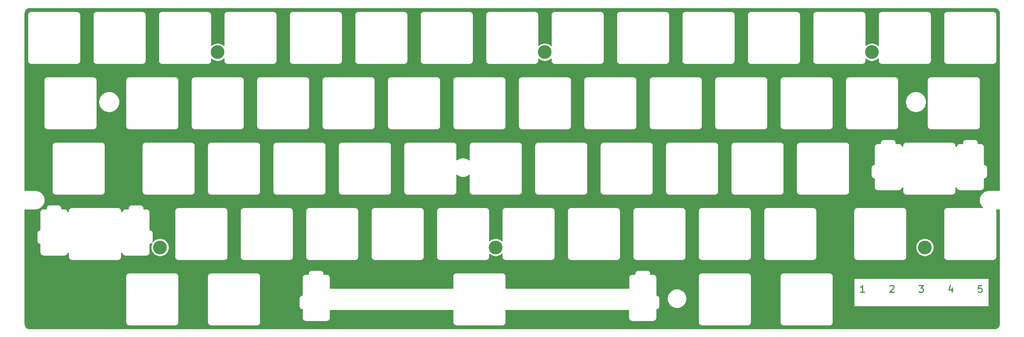
<source format=gbr>
%TF.GenerationSoftware,KiCad,Pcbnew,(5.1.9)-1*%
%TF.CreationDate,2021-04-22T03:29:06+09:00*%
%TF.ProjectId,topplate,746f7070-6c61-4746-952e-6b696361645f,4*%
%TF.SameCoordinates,Original*%
%TF.FileFunction,Copper,L1,Top*%
%TF.FilePolarity,Positive*%
%FSLAX46Y46*%
G04 Gerber Fmt 4.6, Leading zero omitted, Abs format (unit mm)*
G04 Created by KiCad (PCBNEW (5.1.9)-1) date 2021-04-22 03:29:06*
%MOMM*%
%LPD*%
G01*
G04 APERTURE LIST*
%ADD10C,0.300000*%
%TA.AperFunction,ComponentPad*%
%ADD11C,4.000000*%
%TD*%
%TA.AperFunction,NonConductor*%
%ADD12C,0.254000*%
%TD*%
%TA.AperFunction,NonConductor*%
%ADD13C,0.100000*%
%TD*%
G04 APERTURE END LIST*
%TO.C,5*%
D10*
X349285190Y-181404921D02*
X348332809Y-181404921D01*
X348237571Y-182357302D01*
X348332809Y-182262064D01*
X348523285Y-182166826D01*
X348999476Y-182166826D01*
X349189952Y-182262064D01*
X349285190Y-182357302D01*
X349380428Y-182547779D01*
X349380428Y-183023969D01*
X349285190Y-183214445D01*
X349189952Y-183309683D01*
X348999476Y-183404921D01*
X348523285Y-183404921D01*
X348332809Y-183309683D01*
X348237571Y-183214445D01*
%TO.C,4*%
X340623952Y-182071588D02*
X340623952Y-183404921D01*
X340147761Y-181309683D02*
X339671571Y-182738255D01*
X340909666Y-182738255D01*
%TO.C,3*%
X331010333Y-181404921D02*
X332248428Y-181404921D01*
X331581761Y-182166826D01*
X331867476Y-182166826D01*
X332057952Y-182262064D01*
X332153190Y-182357302D01*
X332248428Y-182547779D01*
X332248428Y-183023969D01*
X332153190Y-183214445D01*
X332057952Y-183309683D01*
X331867476Y-183404921D01*
X331296047Y-183404921D01*
X331105571Y-183309683D01*
X331010333Y-183214445D01*
%TO.C,2*%
X322539571Y-181595398D02*
X322634809Y-181500160D01*
X322825285Y-181404921D01*
X323301476Y-181404921D01*
X323491952Y-181500160D01*
X323587190Y-181595398D01*
X323682428Y-181785874D01*
X323682428Y-181976350D01*
X323587190Y-182262064D01*
X322444333Y-183404921D01*
X323682428Y-183404921D01*
%TO.C,1*%
X315115428Y-183404921D02*
X313972571Y-183404921D01*
X314544000Y-183404921D02*
X314544000Y-181404921D01*
X314353523Y-181690636D01*
X314163047Y-181881112D01*
X313972571Y-181976350D01*
%TD*%
D11*
%TO.P,HOLE7,*%
%TO.N,*%
X126775000Y-113400000D03*
%TD*%
%TO.P,HOLE8,*%
%TO.N,*%
X110000000Y-170300000D03*
%TD*%
%TO.P,HOLE9,*%
%TO.N,*%
X317275000Y-113400000D03*
%TD*%
%TO.P,HOLE10,*%
%TO.N,*%
X332650000Y-170300000D03*
%TD*%
%TO.P,HOLE11,*%
%TO.N,*%
X222025000Y-113400000D03*
%TD*%
%TO.P,HOLE12,*%
%TO.N,*%
X207738000Y-170300000D03*
%TD*%
D12*
X352967708Y-100669999D02*
X353259659Y-100698625D01*
X353509429Y-100774035D01*
X353739792Y-100896522D01*
X353941980Y-101061422D01*
X354108286Y-101262450D01*
X354232378Y-101491954D01*
X354309531Y-101741195D01*
X354340001Y-102031098D01*
X354340000Y-153690000D01*
X351267581Y-153690000D01*
X351233466Y-153693360D01*
X351205576Y-153693360D01*
X351196412Y-153694323D01*
X350779421Y-153741096D01*
X350720932Y-153753529D01*
X350662229Y-153765152D01*
X350653426Y-153767877D01*
X350253461Y-153894753D01*
X350198501Y-153918309D01*
X350143174Y-153941113D01*
X350135068Y-153945496D01*
X349767364Y-154147644D01*
X349718019Y-154181431D01*
X349668181Y-154214543D01*
X349661081Y-154220417D01*
X349339644Y-154490135D01*
X349297800Y-154532865D01*
X349255345Y-154575024D01*
X349249521Y-154582166D01*
X348986594Y-154909180D01*
X348953864Y-154959198D01*
X348920389Y-155008827D01*
X348916063Y-155016964D01*
X348721661Y-155388821D01*
X348699264Y-155444256D01*
X348676071Y-155499428D01*
X348673408Y-155508250D01*
X348554935Y-155910783D01*
X348543730Y-155969524D01*
X348531697Y-156028141D01*
X348530798Y-156037313D01*
X348492768Y-156455193D01*
X348493186Y-156515010D01*
X348492768Y-156574828D01*
X348493668Y-156583999D01*
X348537529Y-157001307D01*
X348549550Y-157059870D01*
X348560765Y-157118663D01*
X348563429Y-157127485D01*
X348687510Y-157528326D01*
X348710685Y-157583456D01*
X348733099Y-157638935D01*
X348737426Y-157647071D01*
X348937001Y-158016177D01*
X348970446Y-158065761D01*
X349003206Y-158115824D01*
X349009030Y-158122965D01*
X349276497Y-158446277D01*
X349318952Y-158488436D01*
X349360796Y-158531166D01*
X349367896Y-158537040D01*
X349524595Y-158664840D01*
X339115865Y-158664840D01*
X339086635Y-158667719D01*
X339084918Y-158667707D01*
X339075260Y-158668654D01*
X339047225Y-158671601D01*
X339013756Y-158674897D01*
X339008156Y-158676596D01*
X338955331Y-158687439D01*
X338893449Y-158699244D01*
X338884165Y-158702047D01*
X338884161Y-158702048D01*
X338884158Y-158702049D01*
X338884159Y-158702049D01*
X338828226Y-158719363D01*
X338770141Y-158743780D01*
X338711751Y-158767372D01*
X338703182Y-158771927D01*
X338651679Y-158799775D01*
X338599457Y-158835000D01*
X338546750Y-158869491D01*
X338539230Y-158875624D01*
X338494117Y-158912945D01*
X338449733Y-158957641D01*
X338404727Y-159001715D01*
X338398541Y-159009192D01*
X338361536Y-159054565D01*
X338326693Y-159107008D01*
X338291095Y-159158997D01*
X338286479Y-159167533D01*
X338258991Y-159219229D01*
X338234965Y-159277518D01*
X338210170Y-159335370D01*
X338207304Y-159344626D01*
X338207301Y-159344634D01*
X338207300Y-159344640D01*
X338190377Y-159400691D01*
X338178141Y-159462485D01*
X338165374Y-159522553D01*
X338165057Y-159523597D01*
X338164462Y-159529635D01*
X338164029Y-159533755D01*
X338158316Y-159592025D01*
X338158316Y-159592036D01*
X338155000Y-159625706D01*
X338155001Y-173093975D01*
X338157879Y-173123196D01*
X338157867Y-173124922D01*
X338158814Y-173134580D01*
X338161776Y-173162767D01*
X338165058Y-173196084D01*
X338166754Y-173201674D01*
X338177598Y-173254502D01*
X338189404Y-173316392D01*
X338192209Y-173325682D01*
X338209523Y-173381614D01*
X338233947Y-173439716D01*
X338257532Y-173498089D01*
X338262087Y-173506658D01*
X338289936Y-173558161D01*
X338325164Y-173610389D01*
X338359651Y-173663089D01*
X338365782Y-173670608D01*
X338365785Y-173670612D01*
X338365789Y-173670616D01*
X338403105Y-173715722D01*
X338447798Y-173760104D01*
X338491875Y-173805113D01*
X338499346Y-173811294D01*
X338499351Y-173811299D01*
X338499356Y-173811303D01*
X338544725Y-173848304D01*
X338597168Y-173883147D01*
X338649157Y-173918745D01*
X338657693Y-173923361D01*
X338709390Y-173950849D01*
X338767653Y-173974864D01*
X338825530Y-173999670D01*
X338834790Y-174002537D01*
X338834795Y-174002539D01*
X338834800Y-174002540D01*
X338890851Y-174019463D01*
X338952638Y-174031698D01*
X339012710Y-174044466D01*
X339013756Y-174044783D01*
X339019810Y-174045379D01*
X339023915Y-174045811D01*
X339082184Y-174051523D01*
X339082187Y-174051523D01*
X339115865Y-174054840D01*
X352584135Y-174054840D01*
X352613365Y-174051961D01*
X352615082Y-174051973D01*
X352624740Y-174051026D01*
X352652775Y-174048079D01*
X352686244Y-174044783D01*
X352691844Y-174043084D01*
X352744662Y-174032242D01*
X352806552Y-174020436D01*
X352815842Y-174017631D01*
X352871774Y-174000317D01*
X352929876Y-173975893D01*
X352988249Y-173952308D01*
X352996818Y-173947753D01*
X353048321Y-173919904D01*
X353100549Y-173884676D01*
X353153249Y-173850189D01*
X353160768Y-173844058D01*
X353160772Y-173844055D01*
X353160776Y-173844051D01*
X353205882Y-173806735D01*
X353250264Y-173762042D01*
X353295273Y-173717965D01*
X353301455Y-173710493D01*
X353301459Y-173710489D01*
X353301463Y-173710484D01*
X353338464Y-173665115D01*
X353373307Y-173612672D01*
X353408905Y-173560683D01*
X353413521Y-173552147D01*
X353441009Y-173500450D01*
X353465024Y-173442187D01*
X353489830Y-173384310D01*
X353492697Y-173375050D01*
X353492699Y-173375045D01*
X353492701Y-173375036D01*
X353509623Y-173318989D01*
X353521858Y-173257202D01*
X353534626Y-173197130D01*
X353534943Y-173196084D01*
X353535539Y-173190030D01*
X353535971Y-173185925D01*
X353541683Y-173127656D01*
X353541683Y-173127653D01*
X353545000Y-173093975D01*
X353545000Y-159625705D01*
X353542121Y-159596475D01*
X353542133Y-159594758D01*
X353541186Y-159585100D01*
X353538239Y-159557065D01*
X353534943Y-159523596D01*
X353533244Y-159517996D01*
X353522401Y-159465171D01*
X353510596Y-159403289D01*
X353507791Y-159393999D01*
X353490477Y-159338066D01*
X353478679Y-159310000D01*
X354340000Y-159310000D01*
X354340001Y-192577711D01*
X354311375Y-192869660D01*
X354235965Y-193119429D01*
X354113477Y-193349794D01*
X353948579Y-193551979D01*
X353747546Y-193718288D01*
X353518046Y-193842378D01*
X353268805Y-193919531D01*
X352978911Y-193950000D01*
X72032279Y-193950000D01*
X71740340Y-193921375D01*
X71490571Y-193845965D01*
X71260206Y-193723477D01*
X71058021Y-193558579D01*
X70891712Y-193357546D01*
X70767622Y-193128046D01*
X70690469Y-192878805D01*
X70660000Y-192588911D01*
X70660000Y-178675706D01*
X100030000Y-178675706D01*
X100030001Y-192143975D01*
X100032879Y-192173196D01*
X100032867Y-192174922D01*
X100033814Y-192184580D01*
X100036776Y-192212767D01*
X100040058Y-192246084D01*
X100041754Y-192251674D01*
X100052598Y-192304502D01*
X100064404Y-192366392D01*
X100067209Y-192375682D01*
X100084523Y-192431614D01*
X100108947Y-192489716D01*
X100132532Y-192548089D01*
X100137087Y-192556658D01*
X100164936Y-192608161D01*
X100200164Y-192660389D01*
X100234651Y-192713089D01*
X100240782Y-192720608D01*
X100240785Y-192720612D01*
X100240789Y-192720616D01*
X100278105Y-192765722D01*
X100322798Y-192810104D01*
X100366875Y-192855113D01*
X100374346Y-192861294D01*
X100374351Y-192861299D01*
X100374356Y-192861303D01*
X100419725Y-192898304D01*
X100472168Y-192933147D01*
X100524157Y-192968745D01*
X100532693Y-192973361D01*
X100584390Y-193000849D01*
X100642653Y-193024864D01*
X100700530Y-193049670D01*
X100709790Y-193052537D01*
X100709795Y-193052539D01*
X100709800Y-193052540D01*
X100765851Y-193069463D01*
X100827638Y-193081698D01*
X100887710Y-193094466D01*
X100888756Y-193094783D01*
X100894810Y-193095379D01*
X100898915Y-193095811D01*
X100957184Y-193101523D01*
X100957187Y-193101523D01*
X100990865Y-193104840D01*
X114459135Y-193104840D01*
X114488365Y-193101961D01*
X114490082Y-193101973D01*
X114499740Y-193101026D01*
X114527775Y-193098079D01*
X114561244Y-193094783D01*
X114566844Y-193093084D01*
X114619662Y-193082242D01*
X114681552Y-193070436D01*
X114690842Y-193067631D01*
X114746774Y-193050317D01*
X114804876Y-193025893D01*
X114863249Y-193002308D01*
X114871818Y-192997753D01*
X114923321Y-192969904D01*
X114975549Y-192934676D01*
X115028249Y-192900189D01*
X115035768Y-192894058D01*
X115035772Y-192894055D01*
X115035776Y-192894051D01*
X115080882Y-192856735D01*
X115125264Y-192812042D01*
X115170273Y-192767965D01*
X115176455Y-192760493D01*
X115176459Y-192760489D01*
X115176463Y-192760484D01*
X115213464Y-192715115D01*
X115248307Y-192662672D01*
X115283905Y-192610683D01*
X115288521Y-192602147D01*
X115316009Y-192550450D01*
X115340024Y-192492187D01*
X115364830Y-192434310D01*
X115367697Y-192425050D01*
X115367699Y-192425045D01*
X115367701Y-192425036D01*
X115384623Y-192368989D01*
X115396858Y-192307202D01*
X115409626Y-192247130D01*
X115409943Y-192246084D01*
X115410539Y-192240030D01*
X115410971Y-192235925D01*
X115416683Y-192177656D01*
X115416683Y-192177653D01*
X115420000Y-192143975D01*
X115420000Y-178675706D01*
X123842000Y-178675706D01*
X123842001Y-192143975D01*
X123844879Y-192173196D01*
X123844867Y-192174922D01*
X123845814Y-192184580D01*
X123848776Y-192212767D01*
X123852058Y-192246084D01*
X123853754Y-192251674D01*
X123864598Y-192304502D01*
X123876404Y-192366392D01*
X123879209Y-192375682D01*
X123896523Y-192431614D01*
X123920947Y-192489716D01*
X123944532Y-192548089D01*
X123949087Y-192556658D01*
X123976936Y-192608161D01*
X124012164Y-192660389D01*
X124046651Y-192713089D01*
X124052782Y-192720608D01*
X124052785Y-192720612D01*
X124052789Y-192720616D01*
X124090105Y-192765722D01*
X124134798Y-192810104D01*
X124178875Y-192855113D01*
X124186346Y-192861294D01*
X124186351Y-192861299D01*
X124186356Y-192861303D01*
X124231725Y-192898304D01*
X124284168Y-192933147D01*
X124336157Y-192968745D01*
X124344693Y-192973361D01*
X124396390Y-193000849D01*
X124454653Y-193024864D01*
X124512530Y-193049670D01*
X124521790Y-193052537D01*
X124521795Y-193052539D01*
X124521800Y-193052540D01*
X124577851Y-193069463D01*
X124639638Y-193081698D01*
X124699710Y-193094466D01*
X124700756Y-193094783D01*
X124706810Y-193095379D01*
X124710915Y-193095811D01*
X124769184Y-193101523D01*
X124769187Y-193101523D01*
X124802865Y-193104840D01*
X138271135Y-193104840D01*
X138300365Y-193101961D01*
X138302082Y-193101973D01*
X138311740Y-193101026D01*
X138339775Y-193098079D01*
X138373244Y-193094783D01*
X138378844Y-193093084D01*
X138431662Y-193082242D01*
X138493552Y-193070436D01*
X138502842Y-193067631D01*
X138558774Y-193050317D01*
X138616876Y-193025893D01*
X138675249Y-193002308D01*
X138683818Y-192997753D01*
X138735321Y-192969904D01*
X138787549Y-192934676D01*
X138840249Y-192900189D01*
X138847768Y-192894058D01*
X138847772Y-192894055D01*
X138847776Y-192894051D01*
X138892882Y-192856735D01*
X138937264Y-192812042D01*
X138982273Y-192767965D01*
X138988455Y-192760493D01*
X138988459Y-192760489D01*
X138988463Y-192760484D01*
X139025464Y-192715115D01*
X139060307Y-192662672D01*
X139095905Y-192610683D01*
X139100521Y-192602147D01*
X139128009Y-192550450D01*
X139152024Y-192492187D01*
X139176830Y-192434310D01*
X139179697Y-192425050D01*
X139179699Y-192425045D01*
X139179701Y-192425036D01*
X139196623Y-192368989D01*
X139208858Y-192307202D01*
X139221626Y-192247130D01*
X139221943Y-192246084D01*
X139222539Y-192240030D01*
X139222971Y-192235925D01*
X139228683Y-192177656D01*
X139228683Y-192177653D01*
X139232000Y-192143975D01*
X139232000Y-187443974D01*
X150480000Y-187443974D01*
X150482879Y-187473204D01*
X150482867Y-187474922D01*
X150483814Y-187484580D01*
X150486762Y-187512630D01*
X150490057Y-187546083D01*
X150491755Y-187551681D01*
X150502598Y-187604502D01*
X150514404Y-187666392D01*
X150517209Y-187675682D01*
X150534523Y-187731614D01*
X150558947Y-187789716D01*
X150582532Y-187848089D01*
X150587087Y-187856658D01*
X150614936Y-187908161D01*
X150650164Y-187960389D01*
X150684651Y-188013089D01*
X150690782Y-188020608D01*
X150690785Y-188020612D01*
X150690789Y-188020616D01*
X150728105Y-188065722D01*
X150772798Y-188110104D01*
X150816875Y-188155113D01*
X150824346Y-188161294D01*
X150824351Y-188161299D01*
X150824356Y-188161303D01*
X150869725Y-188198304D01*
X150922168Y-188233147D01*
X150974157Y-188268745D01*
X150982693Y-188273361D01*
X151034390Y-188300849D01*
X151092653Y-188324864D01*
X151150530Y-188349670D01*
X151159790Y-188352537D01*
X151159795Y-188352539D01*
X151159800Y-188352540D01*
X151215851Y-188369463D01*
X151277638Y-188381698D01*
X151337710Y-188394466D01*
X151338756Y-188394783D01*
X151344810Y-188395379D01*
X151348915Y-188395811D01*
X151380001Y-188398858D01*
X151380000Y-190843974D01*
X151382879Y-190873204D01*
X151382867Y-190874922D01*
X151383814Y-190884580D01*
X151386762Y-190912630D01*
X151390057Y-190946083D01*
X151391755Y-190951681D01*
X151402598Y-191004502D01*
X151414404Y-191066392D01*
X151417209Y-191075682D01*
X151434523Y-191131614D01*
X151458947Y-191189716D01*
X151482532Y-191248089D01*
X151487087Y-191256658D01*
X151514936Y-191308161D01*
X151550164Y-191360389D01*
X151584651Y-191413089D01*
X151590782Y-191420608D01*
X151590785Y-191420612D01*
X151590789Y-191420616D01*
X151628105Y-191465722D01*
X151672798Y-191510104D01*
X151716875Y-191555113D01*
X151724346Y-191561294D01*
X151724351Y-191561299D01*
X151724356Y-191561303D01*
X151769725Y-191598304D01*
X151822168Y-191633147D01*
X151874157Y-191668745D01*
X151882693Y-191673361D01*
X151934390Y-191700849D01*
X151992653Y-191724864D01*
X152050530Y-191749670D01*
X152059790Y-191752537D01*
X152059795Y-191752539D01*
X152059800Y-191752540D01*
X152115851Y-191769463D01*
X152177638Y-191781698D01*
X152237710Y-191794466D01*
X152238756Y-191794783D01*
X152244810Y-191795379D01*
X152248915Y-191795811D01*
X152307184Y-191801523D01*
X152307187Y-191801523D01*
X152340865Y-191804840D01*
X158559135Y-191804840D01*
X158588365Y-191801961D01*
X158590082Y-191801973D01*
X158599740Y-191801026D01*
X158627775Y-191798079D01*
X158661244Y-191794783D01*
X158666844Y-191793084D01*
X158719662Y-191782242D01*
X158781552Y-191770436D01*
X158790842Y-191767631D01*
X158846774Y-191750317D01*
X158904876Y-191725893D01*
X158963249Y-191702308D01*
X158971818Y-191697753D01*
X159023321Y-191669904D01*
X159075549Y-191634676D01*
X159128249Y-191600189D01*
X159135768Y-191594058D01*
X159135772Y-191594055D01*
X159135776Y-191594051D01*
X159180882Y-191556735D01*
X159225264Y-191512042D01*
X159270273Y-191467965D01*
X159276455Y-191460493D01*
X159276459Y-191460489D01*
X159276463Y-191460484D01*
X159313464Y-191415115D01*
X159348307Y-191362672D01*
X159383905Y-191310683D01*
X159388521Y-191302147D01*
X159416009Y-191250450D01*
X159440024Y-191192187D01*
X159464830Y-191134310D01*
X159467697Y-191125050D01*
X159467699Y-191125045D01*
X159467701Y-191125036D01*
X159484623Y-191068989D01*
X159496858Y-191007202D01*
X159509626Y-190947130D01*
X159509943Y-190946084D01*
X159510539Y-190940030D01*
X159510971Y-190935925D01*
X159516683Y-190877656D01*
X159516683Y-190877653D01*
X159520000Y-190843975D01*
X159520000Y-188604840D01*
X195280001Y-188604840D01*
X195280000Y-192143974D01*
X195282879Y-192173204D01*
X195282867Y-192174922D01*
X195283814Y-192184580D01*
X195286762Y-192212630D01*
X195290057Y-192246083D01*
X195291755Y-192251681D01*
X195302598Y-192304502D01*
X195314404Y-192366392D01*
X195317209Y-192375682D01*
X195334523Y-192431614D01*
X195358947Y-192489716D01*
X195382532Y-192548089D01*
X195387087Y-192556658D01*
X195414936Y-192608161D01*
X195450164Y-192660389D01*
X195484651Y-192713089D01*
X195490782Y-192720608D01*
X195490785Y-192720612D01*
X195490789Y-192720616D01*
X195528105Y-192765722D01*
X195572798Y-192810104D01*
X195616875Y-192855113D01*
X195624346Y-192861294D01*
X195624351Y-192861299D01*
X195624356Y-192861303D01*
X195669725Y-192898304D01*
X195722168Y-192933147D01*
X195774157Y-192968745D01*
X195782693Y-192973361D01*
X195834390Y-193000849D01*
X195892653Y-193024864D01*
X195950530Y-193049670D01*
X195959790Y-193052537D01*
X195959795Y-193052539D01*
X195959800Y-193052540D01*
X196015851Y-193069463D01*
X196077638Y-193081698D01*
X196137710Y-193094466D01*
X196138756Y-193094783D01*
X196144810Y-193095379D01*
X196148915Y-193095811D01*
X196207184Y-193101523D01*
X196207187Y-193101523D01*
X196240865Y-193104840D01*
X209709135Y-193104840D01*
X209738365Y-193101961D01*
X209740082Y-193101973D01*
X209749740Y-193101026D01*
X209777775Y-193098079D01*
X209811244Y-193094783D01*
X209816844Y-193093084D01*
X209869662Y-193082242D01*
X209931552Y-193070436D01*
X209940842Y-193067631D01*
X209996774Y-193050317D01*
X210054876Y-193025893D01*
X210113249Y-193002308D01*
X210121818Y-192997753D01*
X210173321Y-192969904D01*
X210225549Y-192934676D01*
X210278249Y-192900189D01*
X210285768Y-192894058D01*
X210285772Y-192894055D01*
X210285776Y-192894051D01*
X210330882Y-192856735D01*
X210375264Y-192812042D01*
X210420273Y-192767965D01*
X210426455Y-192760493D01*
X210426459Y-192760489D01*
X210426463Y-192760484D01*
X210463464Y-192715115D01*
X210498307Y-192662672D01*
X210533905Y-192610683D01*
X210538521Y-192602147D01*
X210566009Y-192550450D01*
X210590024Y-192492187D01*
X210614830Y-192434310D01*
X210617697Y-192425050D01*
X210617699Y-192425045D01*
X210617701Y-192425036D01*
X210634623Y-192368989D01*
X210646858Y-192307202D01*
X210659626Y-192247130D01*
X210659943Y-192246084D01*
X210660539Y-192240030D01*
X210660971Y-192235925D01*
X210666683Y-192177656D01*
X210666683Y-192177653D01*
X210670000Y-192143975D01*
X210670000Y-188604840D01*
X246430001Y-188604840D01*
X246430000Y-190843974D01*
X246432879Y-190873204D01*
X246432867Y-190874922D01*
X246433814Y-190884580D01*
X246436762Y-190912630D01*
X246440057Y-190946083D01*
X246441755Y-190951681D01*
X246452598Y-191004502D01*
X246464404Y-191066392D01*
X246467209Y-191075682D01*
X246484523Y-191131614D01*
X246508947Y-191189716D01*
X246532532Y-191248089D01*
X246537087Y-191256658D01*
X246564936Y-191308161D01*
X246600164Y-191360389D01*
X246634651Y-191413089D01*
X246640782Y-191420608D01*
X246640785Y-191420612D01*
X246640789Y-191420616D01*
X246678105Y-191465722D01*
X246722798Y-191510104D01*
X246766875Y-191555113D01*
X246774346Y-191561294D01*
X246774351Y-191561299D01*
X246774356Y-191561303D01*
X246819725Y-191598304D01*
X246872168Y-191633147D01*
X246924157Y-191668745D01*
X246932693Y-191673361D01*
X246984390Y-191700849D01*
X247042653Y-191724864D01*
X247100530Y-191749670D01*
X247109790Y-191752537D01*
X247109795Y-191752539D01*
X247109800Y-191752540D01*
X247165851Y-191769463D01*
X247227638Y-191781698D01*
X247287710Y-191794466D01*
X247288756Y-191794783D01*
X247294810Y-191795379D01*
X247298915Y-191795811D01*
X247357184Y-191801523D01*
X247357187Y-191801523D01*
X247390865Y-191804840D01*
X253609135Y-191804840D01*
X253638365Y-191801961D01*
X253640082Y-191801973D01*
X253649740Y-191801026D01*
X253677775Y-191798079D01*
X253711244Y-191794783D01*
X253716844Y-191793084D01*
X253769662Y-191782242D01*
X253831552Y-191770436D01*
X253840842Y-191767631D01*
X253896774Y-191750317D01*
X253954876Y-191725893D01*
X254013249Y-191702308D01*
X254021818Y-191697753D01*
X254073321Y-191669904D01*
X254125549Y-191634676D01*
X254178249Y-191600189D01*
X254185768Y-191594058D01*
X254185772Y-191594055D01*
X254185776Y-191594051D01*
X254230882Y-191556735D01*
X254275264Y-191512042D01*
X254320273Y-191467965D01*
X254326455Y-191460493D01*
X254326459Y-191460489D01*
X254326463Y-191460484D01*
X254363464Y-191415115D01*
X254398307Y-191362672D01*
X254433905Y-191310683D01*
X254438521Y-191302147D01*
X254466009Y-191250450D01*
X254490024Y-191192187D01*
X254514830Y-191134310D01*
X254517697Y-191125050D01*
X254517699Y-191125045D01*
X254517701Y-191125036D01*
X254534623Y-191068989D01*
X254546858Y-191007202D01*
X254559626Y-190947130D01*
X254559943Y-190946084D01*
X254560539Y-190940030D01*
X254560971Y-190935925D01*
X254566683Y-190877656D01*
X254566683Y-190877653D01*
X254570000Y-190843975D01*
X254570000Y-188398897D01*
X254577775Y-188398079D01*
X254611244Y-188394783D01*
X254616844Y-188393084D01*
X254669662Y-188382242D01*
X254731552Y-188370436D01*
X254740842Y-188367631D01*
X254796774Y-188350317D01*
X254854876Y-188325893D01*
X254913249Y-188302308D01*
X254921818Y-188297753D01*
X254973321Y-188269904D01*
X255025549Y-188234676D01*
X255078249Y-188200189D01*
X255085768Y-188194058D01*
X255085772Y-188194055D01*
X255085776Y-188194051D01*
X255130882Y-188156735D01*
X255175264Y-188112042D01*
X255220273Y-188067965D01*
X255226455Y-188060493D01*
X255226459Y-188060489D01*
X255226463Y-188060484D01*
X255263464Y-188015115D01*
X255298307Y-187962672D01*
X255333905Y-187910683D01*
X255338521Y-187902147D01*
X255366009Y-187850450D01*
X255390024Y-187792187D01*
X255414830Y-187734310D01*
X255417697Y-187725050D01*
X255417699Y-187725045D01*
X255417701Y-187725036D01*
X255434623Y-187668989D01*
X255446858Y-187607202D01*
X255459626Y-187547130D01*
X255459943Y-187546084D01*
X255460539Y-187540030D01*
X255460971Y-187535925D01*
X255466683Y-187477656D01*
X255466683Y-187477653D01*
X255470000Y-187443975D01*
X255470000Y-185175705D01*
X255467121Y-185146475D01*
X255467133Y-185144758D01*
X255466186Y-185135100D01*
X255463239Y-185107065D01*
X255459943Y-185073596D01*
X255458244Y-185067996D01*
X255447401Y-185015171D01*
X255435596Y-184953289D01*
X255432791Y-184943999D01*
X255425554Y-184920617D01*
X257665000Y-184920617D01*
X257665000Y-185479063D01*
X257773948Y-186026779D01*
X257987656Y-186542716D01*
X258297912Y-187007047D01*
X258692793Y-187401928D01*
X259157124Y-187712184D01*
X259673061Y-187925892D01*
X260220777Y-188034840D01*
X260779223Y-188034840D01*
X261326939Y-187925892D01*
X261842876Y-187712184D01*
X262307207Y-187401928D01*
X262702088Y-187007047D01*
X263012344Y-186542716D01*
X263226052Y-186026779D01*
X263335000Y-185479063D01*
X263335000Y-184920617D01*
X263226052Y-184372901D01*
X263012344Y-183856964D01*
X262702088Y-183392633D01*
X262307207Y-182997752D01*
X261842876Y-182687496D01*
X261326939Y-182473788D01*
X260779223Y-182364840D01*
X260220777Y-182364840D01*
X259673061Y-182473788D01*
X259157124Y-182687496D01*
X258692793Y-182997752D01*
X258297912Y-183392633D01*
X257987656Y-183856964D01*
X257773948Y-184372901D01*
X257665000Y-184920617D01*
X255425554Y-184920617D01*
X255415477Y-184888066D01*
X255391060Y-184829981D01*
X255367468Y-184771591D01*
X255362913Y-184763022D01*
X255335065Y-184711519D01*
X255299840Y-184659297D01*
X255265349Y-184606590D01*
X255259216Y-184599070D01*
X255221895Y-184553957D01*
X255177199Y-184509573D01*
X255133125Y-184464567D01*
X255125648Y-184458381D01*
X255080275Y-184421376D01*
X255027832Y-184386533D01*
X254975843Y-184350935D01*
X254967307Y-184346319D01*
X254915611Y-184318831D01*
X254857322Y-184294805D01*
X254799470Y-184270010D01*
X254790214Y-184267144D01*
X254790206Y-184267141D01*
X254790198Y-184267139D01*
X254734149Y-184250217D01*
X254672355Y-184237981D01*
X254612290Y-184225214D01*
X254611244Y-184224897D01*
X254605190Y-184224301D01*
X254601085Y-184223869D01*
X254570000Y-184220821D01*
X254570000Y-179075705D01*
X254567121Y-179046475D01*
X254567133Y-179044758D01*
X254566186Y-179035100D01*
X254563239Y-179007065D01*
X254559943Y-178973596D01*
X254558244Y-178967996D01*
X254547401Y-178915171D01*
X254535596Y-178853289D01*
X254532791Y-178843999D01*
X254515477Y-178788066D01*
X254491060Y-178729981D01*
X254469131Y-178675706D01*
X266718000Y-178675706D01*
X266718001Y-192143975D01*
X266720879Y-192173196D01*
X266720867Y-192174922D01*
X266721814Y-192184580D01*
X266724776Y-192212767D01*
X266728058Y-192246084D01*
X266729754Y-192251674D01*
X266740598Y-192304502D01*
X266752404Y-192366392D01*
X266755209Y-192375682D01*
X266772523Y-192431614D01*
X266796947Y-192489716D01*
X266820532Y-192548089D01*
X266825087Y-192556658D01*
X266852936Y-192608161D01*
X266888164Y-192660389D01*
X266922651Y-192713089D01*
X266928782Y-192720608D01*
X266928785Y-192720612D01*
X266928789Y-192720616D01*
X266966105Y-192765722D01*
X267010798Y-192810104D01*
X267054875Y-192855113D01*
X267062346Y-192861294D01*
X267062351Y-192861299D01*
X267062356Y-192861303D01*
X267107725Y-192898304D01*
X267160168Y-192933147D01*
X267212157Y-192968745D01*
X267220693Y-192973361D01*
X267272390Y-193000849D01*
X267330653Y-193024864D01*
X267388530Y-193049670D01*
X267397790Y-193052537D01*
X267397795Y-193052539D01*
X267397800Y-193052540D01*
X267453851Y-193069463D01*
X267515638Y-193081698D01*
X267575710Y-193094466D01*
X267576756Y-193094783D01*
X267582810Y-193095379D01*
X267586915Y-193095811D01*
X267645184Y-193101523D01*
X267645187Y-193101523D01*
X267678865Y-193104840D01*
X281147135Y-193104840D01*
X281176365Y-193101961D01*
X281178082Y-193101973D01*
X281187740Y-193101026D01*
X281215775Y-193098079D01*
X281249244Y-193094783D01*
X281254844Y-193093084D01*
X281307662Y-193082242D01*
X281369552Y-193070436D01*
X281378842Y-193067631D01*
X281434774Y-193050317D01*
X281492876Y-193025893D01*
X281551249Y-193002308D01*
X281559818Y-192997753D01*
X281611321Y-192969904D01*
X281663549Y-192934676D01*
X281716249Y-192900189D01*
X281723768Y-192894058D01*
X281723772Y-192894055D01*
X281723776Y-192894051D01*
X281768882Y-192856735D01*
X281813264Y-192812042D01*
X281858273Y-192767965D01*
X281864455Y-192760493D01*
X281864459Y-192760489D01*
X281864463Y-192760484D01*
X281901464Y-192715115D01*
X281936307Y-192662672D01*
X281971905Y-192610683D01*
X281976521Y-192602147D01*
X282004009Y-192550450D01*
X282028024Y-192492187D01*
X282052830Y-192434310D01*
X282055697Y-192425050D01*
X282055699Y-192425045D01*
X282055701Y-192425036D01*
X282072623Y-192368989D01*
X282084858Y-192307202D01*
X282097626Y-192247130D01*
X282097943Y-192246084D01*
X282098539Y-192240030D01*
X282098971Y-192235925D01*
X282104683Y-192177656D01*
X282104683Y-192177653D01*
X282108000Y-192143975D01*
X282108000Y-178675706D01*
X290530000Y-178675706D01*
X290530001Y-192143975D01*
X290532879Y-192173196D01*
X290532867Y-192174922D01*
X290533814Y-192184580D01*
X290536776Y-192212767D01*
X290540058Y-192246084D01*
X290541754Y-192251674D01*
X290552598Y-192304502D01*
X290564404Y-192366392D01*
X290567209Y-192375682D01*
X290584523Y-192431614D01*
X290608947Y-192489716D01*
X290632532Y-192548089D01*
X290637087Y-192556658D01*
X290664936Y-192608161D01*
X290700164Y-192660389D01*
X290734651Y-192713089D01*
X290740782Y-192720608D01*
X290740785Y-192720612D01*
X290740789Y-192720616D01*
X290778105Y-192765722D01*
X290822798Y-192810104D01*
X290866875Y-192855113D01*
X290874346Y-192861294D01*
X290874351Y-192861299D01*
X290874356Y-192861303D01*
X290919725Y-192898304D01*
X290972168Y-192933147D01*
X291024157Y-192968745D01*
X291032693Y-192973361D01*
X291084390Y-193000849D01*
X291142653Y-193024864D01*
X291200530Y-193049670D01*
X291209790Y-193052537D01*
X291209795Y-193052539D01*
X291209800Y-193052540D01*
X291265851Y-193069463D01*
X291327638Y-193081698D01*
X291387710Y-193094466D01*
X291388756Y-193094783D01*
X291394810Y-193095379D01*
X291398915Y-193095811D01*
X291457184Y-193101523D01*
X291457187Y-193101523D01*
X291490865Y-193104840D01*
X304959135Y-193104840D01*
X304988365Y-193101961D01*
X304990082Y-193101973D01*
X304999740Y-193101026D01*
X305027775Y-193098079D01*
X305061244Y-193094783D01*
X305066844Y-193093084D01*
X305119662Y-193082242D01*
X305181552Y-193070436D01*
X305190842Y-193067631D01*
X305246774Y-193050317D01*
X305304876Y-193025893D01*
X305363249Y-193002308D01*
X305371818Y-192997753D01*
X305423321Y-192969904D01*
X305475549Y-192934676D01*
X305528249Y-192900189D01*
X305535768Y-192894058D01*
X305535772Y-192894055D01*
X305535776Y-192894051D01*
X305580882Y-192856735D01*
X305625264Y-192812042D01*
X305670273Y-192767965D01*
X305676455Y-192760493D01*
X305676459Y-192760489D01*
X305676463Y-192760484D01*
X305713464Y-192715115D01*
X305748307Y-192662672D01*
X305783905Y-192610683D01*
X305788521Y-192602147D01*
X305816009Y-192550450D01*
X305840024Y-192492187D01*
X305864830Y-192434310D01*
X305867697Y-192425050D01*
X305867699Y-192425045D01*
X305867701Y-192425036D01*
X305884623Y-192368989D01*
X305896858Y-192307202D01*
X305909626Y-192247130D01*
X305909943Y-192246084D01*
X305910539Y-192240030D01*
X305910971Y-192235925D01*
X305916683Y-192177656D01*
X305916683Y-192177653D01*
X305920000Y-192143975D01*
X305920000Y-179441000D01*
X312050000Y-179441000D01*
X312050000Y-187441000D01*
X312052440Y-187465776D01*
X312059667Y-187489601D01*
X312071403Y-187511557D01*
X312087197Y-187530803D01*
X312106443Y-187546597D01*
X312128399Y-187558333D01*
X312152224Y-187565560D01*
X312177000Y-187568000D01*
X351177000Y-187568000D01*
X351201776Y-187565560D01*
X351225601Y-187558333D01*
X351247557Y-187546597D01*
X351266803Y-187530803D01*
X351282597Y-187511557D01*
X351294333Y-187489601D01*
X351301560Y-187465776D01*
X351304000Y-187441000D01*
X351304000Y-179441000D01*
X351301560Y-179416224D01*
X351294333Y-179392399D01*
X351282597Y-179370443D01*
X351266803Y-179351197D01*
X351247557Y-179335403D01*
X351225601Y-179323667D01*
X351201776Y-179316440D01*
X351177000Y-179314000D01*
X312177000Y-179314000D01*
X312152224Y-179316440D01*
X312128399Y-179323667D01*
X312106443Y-179335403D01*
X312087197Y-179351197D01*
X312071403Y-179370443D01*
X312059667Y-179392399D01*
X312052440Y-179416224D01*
X312050000Y-179441000D01*
X305920000Y-179441000D01*
X305920000Y-178675705D01*
X305917121Y-178646475D01*
X305917133Y-178644758D01*
X305916186Y-178635100D01*
X305913239Y-178607065D01*
X305909943Y-178573596D01*
X305908244Y-178567996D01*
X305897401Y-178515171D01*
X305885596Y-178453289D01*
X305882791Y-178443999D01*
X305865477Y-178388066D01*
X305841060Y-178329981D01*
X305817468Y-178271591D01*
X305812913Y-178263022D01*
X305785065Y-178211519D01*
X305749840Y-178159297D01*
X305715349Y-178106590D01*
X305709216Y-178099070D01*
X305671895Y-178053957D01*
X305627199Y-178009573D01*
X305583125Y-177964567D01*
X305575648Y-177958381D01*
X305530275Y-177921376D01*
X305477832Y-177886533D01*
X305425843Y-177850935D01*
X305417307Y-177846319D01*
X305365611Y-177818831D01*
X305307322Y-177794805D01*
X305249470Y-177770010D01*
X305240214Y-177767144D01*
X305240206Y-177767141D01*
X305240198Y-177767139D01*
X305184149Y-177750217D01*
X305122355Y-177737981D01*
X305062290Y-177725214D01*
X305061244Y-177724897D01*
X305055190Y-177724301D01*
X305051085Y-177723869D01*
X304992815Y-177718156D01*
X304992802Y-177718156D01*
X304959135Y-177714840D01*
X291490865Y-177714840D01*
X291461635Y-177717719D01*
X291459918Y-177717707D01*
X291450260Y-177718654D01*
X291422225Y-177721601D01*
X291388756Y-177724897D01*
X291383156Y-177726596D01*
X291330331Y-177737439D01*
X291268449Y-177749244D01*
X291259165Y-177752047D01*
X291259161Y-177752048D01*
X291259158Y-177752049D01*
X291259159Y-177752049D01*
X291203226Y-177769363D01*
X291145141Y-177793780D01*
X291086751Y-177817372D01*
X291078182Y-177821927D01*
X291026679Y-177849775D01*
X290974457Y-177885000D01*
X290921750Y-177919491D01*
X290914230Y-177925624D01*
X290869117Y-177962945D01*
X290824733Y-178007641D01*
X290779727Y-178051715D01*
X290773541Y-178059192D01*
X290736536Y-178104565D01*
X290701693Y-178157008D01*
X290666095Y-178208997D01*
X290661479Y-178217533D01*
X290633991Y-178269229D01*
X290609965Y-178327518D01*
X290585170Y-178385370D01*
X290582304Y-178394626D01*
X290582301Y-178394634D01*
X290582300Y-178394640D01*
X290565377Y-178450691D01*
X290553141Y-178512485D01*
X290540374Y-178572553D01*
X290540057Y-178573597D01*
X290539462Y-178579635D01*
X290539029Y-178583755D01*
X290533316Y-178642025D01*
X290533316Y-178642036D01*
X290530000Y-178675706D01*
X282108000Y-178675706D01*
X282108000Y-178675705D01*
X282105121Y-178646475D01*
X282105133Y-178644758D01*
X282104186Y-178635100D01*
X282101239Y-178607065D01*
X282097943Y-178573596D01*
X282096244Y-178567996D01*
X282085401Y-178515171D01*
X282073596Y-178453289D01*
X282070791Y-178443999D01*
X282053477Y-178388066D01*
X282029060Y-178329981D01*
X282005468Y-178271591D01*
X282000913Y-178263022D01*
X281973065Y-178211519D01*
X281937840Y-178159297D01*
X281903349Y-178106590D01*
X281897216Y-178099070D01*
X281859895Y-178053957D01*
X281815199Y-178009573D01*
X281771125Y-177964567D01*
X281763648Y-177958381D01*
X281718275Y-177921376D01*
X281665832Y-177886533D01*
X281613843Y-177850935D01*
X281605307Y-177846319D01*
X281553611Y-177818831D01*
X281495322Y-177794805D01*
X281437470Y-177770010D01*
X281428214Y-177767144D01*
X281428206Y-177767141D01*
X281428198Y-177767139D01*
X281372149Y-177750217D01*
X281310355Y-177737981D01*
X281250290Y-177725214D01*
X281249244Y-177724897D01*
X281243190Y-177724301D01*
X281239085Y-177723869D01*
X281180815Y-177718156D01*
X281180802Y-177718156D01*
X281147135Y-177714840D01*
X267678865Y-177714840D01*
X267649635Y-177717719D01*
X267647918Y-177717707D01*
X267638260Y-177718654D01*
X267610225Y-177721601D01*
X267576756Y-177724897D01*
X267571156Y-177726596D01*
X267518331Y-177737439D01*
X267456449Y-177749244D01*
X267447165Y-177752047D01*
X267447161Y-177752048D01*
X267447158Y-177752049D01*
X267447159Y-177752049D01*
X267391226Y-177769363D01*
X267333141Y-177793780D01*
X267274751Y-177817372D01*
X267266182Y-177821927D01*
X267214679Y-177849775D01*
X267162457Y-177885000D01*
X267109750Y-177919491D01*
X267102230Y-177925624D01*
X267057117Y-177962945D01*
X267012733Y-178007641D01*
X266967727Y-178051715D01*
X266961541Y-178059192D01*
X266924536Y-178104565D01*
X266889693Y-178157008D01*
X266854095Y-178208997D01*
X266849479Y-178217533D01*
X266821991Y-178269229D01*
X266797965Y-178327518D01*
X266773170Y-178385370D01*
X266770304Y-178394626D01*
X266770301Y-178394634D01*
X266770300Y-178394640D01*
X266753377Y-178450691D01*
X266741141Y-178512485D01*
X266728374Y-178572553D01*
X266728057Y-178573597D01*
X266727462Y-178579635D01*
X266727029Y-178583755D01*
X266721316Y-178642025D01*
X266721316Y-178642036D01*
X266718000Y-178675706D01*
X254469131Y-178675706D01*
X254467468Y-178671591D01*
X254462913Y-178663022D01*
X254435065Y-178611519D01*
X254399840Y-178559297D01*
X254365349Y-178506590D01*
X254359216Y-178499070D01*
X254321895Y-178453957D01*
X254277199Y-178409573D01*
X254233125Y-178364567D01*
X254225648Y-178358381D01*
X254180275Y-178321376D01*
X254127832Y-178286533D01*
X254075843Y-178250935D01*
X254067307Y-178246319D01*
X254015611Y-178218831D01*
X253957322Y-178194805D01*
X253899470Y-178170010D01*
X253890214Y-178167144D01*
X253890206Y-178167141D01*
X253890198Y-178167139D01*
X253834149Y-178150217D01*
X253772350Y-178137980D01*
X253712290Y-178125214D01*
X253711244Y-178124897D01*
X253705190Y-178124301D01*
X253701085Y-178123869D01*
X253642815Y-178118156D01*
X253642802Y-178118156D01*
X253609135Y-178114840D01*
X252770000Y-178114840D01*
X252770000Y-177875705D01*
X252767121Y-177846475D01*
X252767133Y-177844758D01*
X252766186Y-177835100D01*
X252763239Y-177807065D01*
X252759943Y-177773596D01*
X252758244Y-177767996D01*
X252747401Y-177715171D01*
X252735596Y-177653289D01*
X252732791Y-177643999D01*
X252715477Y-177588066D01*
X252691060Y-177529981D01*
X252667468Y-177471591D01*
X252662913Y-177463022D01*
X252635065Y-177411519D01*
X252599840Y-177359297D01*
X252565349Y-177306590D01*
X252559216Y-177299070D01*
X252521895Y-177253957D01*
X252477199Y-177209573D01*
X252433125Y-177164567D01*
X252425648Y-177158381D01*
X252380275Y-177121376D01*
X252327832Y-177086533D01*
X252275843Y-177050935D01*
X252267307Y-177046319D01*
X252215611Y-177018831D01*
X252157322Y-176994805D01*
X252099470Y-176970010D01*
X252090214Y-176967144D01*
X252090206Y-176967141D01*
X252090198Y-176967139D01*
X252034149Y-176950217D01*
X251972355Y-176937981D01*
X251912290Y-176925214D01*
X251911244Y-176924897D01*
X251905190Y-176924301D01*
X251901085Y-176923869D01*
X251842815Y-176918156D01*
X251842802Y-176918156D01*
X251809135Y-176914840D01*
X249240865Y-176914840D01*
X249211635Y-176917719D01*
X249209918Y-176917707D01*
X249200260Y-176918654D01*
X249172225Y-176921601D01*
X249138756Y-176924897D01*
X249133156Y-176926596D01*
X249080331Y-176937439D01*
X249018449Y-176949244D01*
X249009165Y-176952047D01*
X249009161Y-176952048D01*
X249009158Y-176952049D01*
X249009159Y-176952049D01*
X248953226Y-176969363D01*
X248895141Y-176993780D01*
X248836751Y-177017372D01*
X248828182Y-177021927D01*
X248776679Y-177049775D01*
X248724457Y-177085000D01*
X248671750Y-177119491D01*
X248664230Y-177125624D01*
X248619117Y-177162945D01*
X248574733Y-177207641D01*
X248529727Y-177251715D01*
X248523541Y-177259192D01*
X248486536Y-177304565D01*
X248451693Y-177357008D01*
X248416095Y-177408997D01*
X248411479Y-177417533D01*
X248383991Y-177469229D01*
X248359965Y-177527518D01*
X248335170Y-177585370D01*
X248332304Y-177594626D01*
X248332301Y-177594634D01*
X248332300Y-177594640D01*
X248315377Y-177650691D01*
X248303141Y-177712485D01*
X248290374Y-177772550D01*
X248290057Y-177773596D01*
X248289461Y-177779650D01*
X248289029Y-177783755D01*
X248283316Y-177842025D01*
X248283316Y-177842038D01*
X248280000Y-177875705D01*
X248280000Y-178114840D01*
X247440865Y-178114840D01*
X247411635Y-178117719D01*
X247409918Y-178117707D01*
X247400260Y-178118654D01*
X247372225Y-178121601D01*
X247338756Y-178124897D01*
X247333156Y-178126596D01*
X247280331Y-178137439D01*
X247218449Y-178149244D01*
X247209165Y-178152047D01*
X247209161Y-178152048D01*
X247209158Y-178152049D01*
X247209159Y-178152049D01*
X247153226Y-178169363D01*
X247095141Y-178193780D01*
X247036751Y-178217372D01*
X247028182Y-178221927D01*
X246976679Y-178249775D01*
X246924457Y-178285000D01*
X246871750Y-178319491D01*
X246864230Y-178325624D01*
X246819117Y-178362945D01*
X246774733Y-178407641D01*
X246729727Y-178451715D01*
X246723541Y-178459192D01*
X246686536Y-178504565D01*
X246651693Y-178557008D01*
X246616095Y-178608997D01*
X246611479Y-178617533D01*
X246583991Y-178669229D01*
X246559965Y-178727518D01*
X246535170Y-178785370D01*
X246532304Y-178794626D01*
X246532301Y-178794634D01*
X246532300Y-178794640D01*
X246515377Y-178850691D01*
X246503141Y-178912485D01*
X246490372Y-178972561D01*
X246490058Y-178973596D01*
X246489476Y-178979500D01*
X246489029Y-178983755D01*
X246483316Y-179042025D01*
X246483316Y-179042048D01*
X246480001Y-179075705D01*
X246480000Y-182214840D01*
X210670000Y-182214840D01*
X210670000Y-178675705D01*
X210667121Y-178646475D01*
X210667133Y-178644758D01*
X210666186Y-178635100D01*
X210663239Y-178607065D01*
X210659943Y-178573596D01*
X210658244Y-178567996D01*
X210647401Y-178515171D01*
X210635596Y-178453289D01*
X210632791Y-178443999D01*
X210615477Y-178388066D01*
X210591060Y-178329981D01*
X210567468Y-178271591D01*
X210562913Y-178263022D01*
X210535065Y-178211519D01*
X210499840Y-178159297D01*
X210465349Y-178106590D01*
X210459216Y-178099070D01*
X210421895Y-178053957D01*
X210377199Y-178009573D01*
X210333125Y-177964567D01*
X210325648Y-177958381D01*
X210280275Y-177921376D01*
X210227832Y-177886533D01*
X210175843Y-177850935D01*
X210167307Y-177846319D01*
X210115611Y-177818831D01*
X210057322Y-177794805D01*
X209999470Y-177770010D01*
X209990214Y-177767144D01*
X209990206Y-177767141D01*
X209990198Y-177767139D01*
X209934149Y-177750217D01*
X209872355Y-177737981D01*
X209812290Y-177725214D01*
X209811244Y-177724897D01*
X209805190Y-177724301D01*
X209801085Y-177723869D01*
X209742815Y-177718156D01*
X209742802Y-177718156D01*
X209709135Y-177714840D01*
X196190865Y-177714840D01*
X196161635Y-177717719D01*
X196159918Y-177717707D01*
X196150260Y-177718654D01*
X196122225Y-177721601D01*
X196088756Y-177724897D01*
X196083156Y-177726596D01*
X196030331Y-177737439D01*
X195968449Y-177749244D01*
X195959165Y-177752047D01*
X195959161Y-177752048D01*
X195959158Y-177752049D01*
X195959159Y-177752049D01*
X195903226Y-177769363D01*
X195845141Y-177793780D01*
X195786751Y-177817372D01*
X195778182Y-177821927D01*
X195726679Y-177849775D01*
X195674457Y-177885000D01*
X195621750Y-177919491D01*
X195614230Y-177925624D01*
X195569117Y-177962945D01*
X195524733Y-178007641D01*
X195479727Y-178051715D01*
X195473541Y-178059192D01*
X195436536Y-178104565D01*
X195401693Y-178157008D01*
X195366095Y-178208997D01*
X195361479Y-178217533D01*
X195333991Y-178269229D01*
X195309965Y-178327518D01*
X195285170Y-178385370D01*
X195282304Y-178394626D01*
X195282301Y-178394634D01*
X195282300Y-178394640D01*
X195265377Y-178450691D01*
X195253141Y-178512485D01*
X195240372Y-178572561D01*
X195240058Y-178573596D01*
X195239476Y-178579500D01*
X195239029Y-178583755D01*
X195233316Y-178642025D01*
X195233316Y-178642048D01*
X195230001Y-178675705D01*
X195230000Y-182214840D01*
X159520000Y-182214840D01*
X159520000Y-179075705D01*
X159517121Y-179046475D01*
X159517133Y-179044758D01*
X159516186Y-179035100D01*
X159513239Y-179007065D01*
X159509943Y-178973596D01*
X159508244Y-178967996D01*
X159497401Y-178915171D01*
X159485596Y-178853289D01*
X159482791Y-178843999D01*
X159465477Y-178788066D01*
X159441060Y-178729981D01*
X159417468Y-178671591D01*
X159412913Y-178663022D01*
X159385065Y-178611519D01*
X159349840Y-178559297D01*
X159315349Y-178506590D01*
X159309216Y-178499070D01*
X159271895Y-178453957D01*
X159227199Y-178409573D01*
X159183125Y-178364567D01*
X159175648Y-178358381D01*
X159130275Y-178321376D01*
X159077832Y-178286533D01*
X159025843Y-178250935D01*
X159017307Y-178246319D01*
X158965611Y-178218831D01*
X158907322Y-178194805D01*
X158849470Y-178170010D01*
X158840214Y-178167144D01*
X158840206Y-178167141D01*
X158840198Y-178167139D01*
X158784149Y-178150217D01*
X158722350Y-178137980D01*
X158662290Y-178125214D01*
X158661244Y-178124897D01*
X158655190Y-178124301D01*
X158651085Y-178123869D01*
X158592815Y-178118156D01*
X158592802Y-178118156D01*
X158559135Y-178114840D01*
X157670000Y-178114840D01*
X157670000Y-177875705D01*
X157667121Y-177846475D01*
X157667133Y-177844758D01*
X157666186Y-177835100D01*
X157663239Y-177807065D01*
X157659943Y-177773596D01*
X157658244Y-177767996D01*
X157647401Y-177715171D01*
X157635596Y-177653289D01*
X157632791Y-177643999D01*
X157615477Y-177588066D01*
X157591060Y-177529981D01*
X157567468Y-177471591D01*
X157562913Y-177463022D01*
X157535065Y-177411519D01*
X157499840Y-177359297D01*
X157465349Y-177306590D01*
X157459216Y-177299070D01*
X157421895Y-177253957D01*
X157377199Y-177209573D01*
X157333125Y-177164567D01*
X157325648Y-177158381D01*
X157280275Y-177121376D01*
X157227832Y-177086533D01*
X157175843Y-177050935D01*
X157167307Y-177046319D01*
X157115611Y-177018831D01*
X157057322Y-176994805D01*
X156999470Y-176970010D01*
X156990214Y-176967144D01*
X156990206Y-176967141D01*
X156990198Y-176967139D01*
X156934149Y-176950217D01*
X156872355Y-176937981D01*
X156812290Y-176925214D01*
X156811244Y-176924897D01*
X156805190Y-176924301D01*
X156801085Y-176923869D01*
X156742815Y-176918156D01*
X156742802Y-176918156D01*
X156709135Y-176914840D01*
X154140865Y-176914840D01*
X154111635Y-176917719D01*
X154109918Y-176917707D01*
X154100260Y-176918654D01*
X154072225Y-176921601D01*
X154038756Y-176924897D01*
X154033156Y-176926596D01*
X153980331Y-176937439D01*
X153918449Y-176949244D01*
X153909165Y-176952047D01*
X153909161Y-176952048D01*
X153909158Y-176952049D01*
X153909159Y-176952049D01*
X153853226Y-176969363D01*
X153795141Y-176993780D01*
X153736751Y-177017372D01*
X153728182Y-177021927D01*
X153676679Y-177049775D01*
X153624457Y-177085000D01*
X153571750Y-177119491D01*
X153564230Y-177125624D01*
X153519117Y-177162945D01*
X153474733Y-177207641D01*
X153429727Y-177251715D01*
X153423541Y-177259192D01*
X153386536Y-177304565D01*
X153351693Y-177357008D01*
X153316095Y-177408997D01*
X153311479Y-177417533D01*
X153283991Y-177469229D01*
X153259965Y-177527518D01*
X153235170Y-177585370D01*
X153232304Y-177594626D01*
X153232301Y-177594634D01*
X153232300Y-177594640D01*
X153215377Y-177650691D01*
X153203141Y-177712485D01*
X153190374Y-177772550D01*
X153190057Y-177773596D01*
X153189461Y-177779650D01*
X153189029Y-177783755D01*
X153183316Y-177842025D01*
X153183316Y-177842038D01*
X153180000Y-177875705D01*
X153180000Y-178114840D01*
X152340865Y-178114840D01*
X152311635Y-178117719D01*
X152309918Y-178117707D01*
X152300260Y-178118654D01*
X152272225Y-178121601D01*
X152238756Y-178124897D01*
X152233156Y-178126596D01*
X152180331Y-178137439D01*
X152118449Y-178149244D01*
X152109165Y-178152047D01*
X152109161Y-178152048D01*
X152109158Y-178152049D01*
X152109159Y-178152049D01*
X152053226Y-178169363D01*
X151995141Y-178193780D01*
X151936751Y-178217372D01*
X151928182Y-178221927D01*
X151876679Y-178249775D01*
X151824457Y-178285000D01*
X151771750Y-178319491D01*
X151764230Y-178325624D01*
X151719117Y-178362945D01*
X151674733Y-178407641D01*
X151629727Y-178451715D01*
X151623541Y-178459192D01*
X151586536Y-178504565D01*
X151551693Y-178557008D01*
X151516095Y-178608997D01*
X151511479Y-178617533D01*
X151483991Y-178669229D01*
X151459965Y-178727518D01*
X151435170Y-178785370D01*
X151432304Y-178794626D01*
X151432301Y-178794634D01*
X151432300Y-178794640D01*
X151415377Y-178850691D01*
X151403141Y-178912485D01*
X151390372Y-178972561D01*
X151390058Y-178973596D01*
X151389476Y-178979500D01*
X151389029Y-178983755D01*
X151383316Y-179042025D01*
X151383316Y-179042048D01*
X151380001Y-179075705D01*
X151380000Y-184220783D01*
X151372225Y-184221601D01*
X151338756Y-184224897D01*
X151333156Y-184226596D01*
X151280331Y-184237439D01*
X151218449Y-184249244D01*
X151209165Y-184252047D01*
X151209161Y-184252048D01*
X151209158Y-184252049D01*
X151209159Y-184252049D01*
X151153226Y-184269363D01*
X151095141Y-184293780D01*
X151036751Y-184317372D01*
X151028182Y-184321927D01*
X150976679Y-184349775D01*
X150924457Y-184385000D01*
X150871750Y-184419491D01*
X150864230Y-184425624D01*
X150819117Y-184462945D01*
X150774733Y-184507641D01*
X150729727Y-184551715D01*
X150723541Y-184559192D01*
X150686536Y-184604565D01*
X150651693Y-184657008D01*
X150616095Y-184708997D01*
X150611479Y-184717533D01*
X150583991Y-184769229D01*
X150559965Y-184827518D01*
X150535170Y-184885370D01*
X150532304Y-184894626D01*
X150532301Y-184894634D01*
X150532300Y-184894640D01*
X150515377Y-184950691D01*
X150503141Y-185012485D01*
X150490372Y-185072561D01*
X150490058Y-185073596D01*
X150489476Y-185079500D01*
X150489029Y-185083755D01*
X150483316Y-185142025D01*
X150483316Y-185142048D01*
X150480001Y-185175705D01*
X150480000Y-187443974D01*
X139232000Y-187443974D01*
X139232000Y-178675705D01*
X139229121Y-178646475D01*
X139229133Y-178644758D01*
X139228186Y-178635100D01*
X139225239Y-178607065D01*
X139221943Y-178573596D01*
X139220244Y-178567996D01*
X139209401Y-178515171D01*
X139197596Y-178453289D01*
X139194791Y-178443999D01*
X139177477Y-178388066D01*
X139153060Y-178329981D01*
X139129468Y-178271591D01*
X139124913Y-178263022D01*
X139097065Y-178211519D01*
X139061840Y-178159297D01*
X139027349Y-178106590D01*
X139021216Y-178099070D01*
X138983895Y-178053957D01*
X138939199Y-178009573D01*
X138895125Y-177964567D01*
X138887648Y-177958381D01*
X138842275Y-177921376D01*
X138789832Y-177886533D01*
X138737843Y-177850935D01*
X138729307Y-177846319D01*
X138677611Y-177818831D01*
X138619322Y-177794805D01*
X138561470Y-177770010D01*
X138552214Y-177767144D01*
X138552206Y-177767141D01*
X138552198Y-177767139D01*
X138496149Y-177750217D01*
X138434355Y-177737981D01*
X138374290Y-177725214D01*
X138373244Y-177724897D01*
X138367190Y-177724301D01*
X138363085Y-177723869D01*
X138304815Y-177718156D01*
X138304802Y-177718156D01*
X138271135Y-177714840D01*
X124802865Y-177714840D01*
X124773635Y-177717719D01*
X124771918Y-177717707D01*
X124762260Y-177718654D01*
X124734225Y-177721601D01*
X124700756Y-177724897D01*
X124695156Y-177726596D01*
X124642331Y-177737439D01*
X124580449Y-177749244D01*
X124571165Y-177752047D01*
X124571161Y-177752048D01*
X124571158Y-177752049D01*
X124571159Y-177752049D01*
X124515226Y-177769363D01*
X124457141Y-177793780D01*
X124398751Y-177817372D01*
X124390182Y-177821927D01*
X124338679Y-177849775D01*
X124286457Y-177885000D01*
X124233750Y-177919491D01*
X124226230Y-177925624D01*
X124181117Y-177962945D01*
X124136733Y-178007641D01*
X124091727Y-178051715D01*
X124085541Y-178059192D01*
X124048536Y-178104565D01*
X124013693Y-178157008D01*
X123978095Y-178208997D01*
X123973479Y-178217533D01*
X123945991Y-178269229D01*
X123921965Y-178327518D01*
X123897170Y-178385370D01*
X123894304Y-178394626D01*
X123894301Y-178394634D01*
X123894300Y-178394640D01*
X123877377Y-178450691D01*
X123865141Y-178512485D01*
X123852374Y-178572553D01*
X123852057Y-178573597D01*
X123851462Y-178579635D01*
X123851029Y-178583755D01*
X123845316Y-178642025D01*
X123845316Y-178642036D01*
X123842000Y-178675706D01*
X115420000Y-178675706D01*
X115420000Y-178675705D01*
X115417121Y-178646475D01*
X115417133Y-178644758D01*
X115416186Y-178635100D01*
X115413239Y-178607065D01*
X115409943Y-178573596D01*
X115408244Y-178567996D01*
X115397401Y-178515171D01*
X115385596Y-178453289D01*
X115382791Y-178443999D01*
X115365477Y-178388066D01*
X115341060Y-178329981D01*
X115317468Y-178271591D01*
X115312913Y-178263022D01*
X115285065Y-178211519D01*
X115249840Y-178159297D01*
X115215349Y-178106590D01*
X115209216Y-178099070D01*
X115171895Y-178053957D01*
X115127199Y-178009573D01*
X115083125Y-177964567D01*
X115075648Y-177958381D01*
X115030275Y-177921376D01*
X114977832Y-177886533D01*
X114925843Y-177850935D01*
X114917307Y-177846319D01*
X114865611Y-177818831D01*
X114807322Y-177794805D01*
X114749470Y-177770010D01*
X114740214Y-177767144D01*
X114740206Y-177767141D01*
X114740198Y-177767139D01*
X114684149Y-177750217D01*
X114622355Y-177737981D01*
X114562290Y-177725214D01*
X114561244Y-177724897D01*
X114555190Y-177724301D01*
X114551085Y-177723869D01*
X114492815Y-177718156D01*
X114492802Y-177718156D01*
X114459135Y-177714840D01*
X100990865Y-177714840D01*
X100961635Y-177717719D01*
X100959918Y-177717707D01*
X100950260Y-177718654D01*
X100922225Y-177721601D01*
X100888756Y-177724897D01*
X100883156Y-177726596D01*
X100830331Y-177737439D01*
X100768449Y-177749244D01*
X100759165Y-177752047D01*
X100759161Y-177752048D01*
X100759158Y-177752049D01*
X100759159Y-177752049D01*
X100703226Y-177769363D01*
X100645141Y-177793780D01*
X100586751Y-177817372D01*
X100578182Y-177821927D01*
X100526679Y-177849775D01*
X100474457Y-177885000D01*
X100421750Y-177919491D01*
X100414230Y-177925624D01*
X100369117Y-177962945D01*
X100324733Y-178007641D01*
X100279727Y-178051715D01*
X100273541Y-178059192D01*
X100236536Y-178104565D01*
X100201693Y-178157008D01*
X100166095Y-178208997D01*
X100161479Y-178217533D01*
X100133991Y-178269229D01*
X100109965Y-178327518D01*
X100085170Y-178385370D01*
X100082304Y-178394626D01*
X100082301Y-178394634D01*
X100082300Y-178394640D01*
X100065377Y-178450691D01*
X100053141Y-178512485D01*
X100040374Y-178572553D01*
X100040057Y-178573597D01*
X100039462Y-178579635D01*
X100039029Y-178583755D01*
X100033316Y-178642025D01*
X100033316Y-178642036D01*
X100030000Y-178675706D01*
X70660000Y-178675706D01*
X70660000Y-168393974D01*
X74161200Y-168393974D01*
X74164079Y-168423204D01*
X74164067Y-168424922D01*
X74165014Y-168434580D01*
X74167962Y-168462630D01*
X74171257Y-168496083D01*
X74172955Y-168501681D01*
X74183798Y-168554502D01*
X74195604Y-168616392D01*
X74198409Y-168625682D01*
X74215723Y-168681614D01*
X74240147Y-168739716D01*
X74263732Y-168798089D01*
X74268287Y-168806658D01*
X74296136Y-168858161D01*
X74331364Y-168910389D01*
X74365851Y-168963089D01*
X74371982Y-168970608D01*
X74371985Y-168970612D01*
X74371989Y-168970616D01*
X74409305Y-169015722D01*
X74453998Y-169060104D01*
X74498075Y-169105113D01*
X74505546Y-169111294D01*
X74505551Y-169111299D01*
X74505556Y-169111303D01*
X74550925Y-169148304D01*
X74603368Y-169183147D01*
X74655357Y-169218745D01*
X74663893Y-169223361D01*
X74715590Y-169250849D01*
X74773853Y-169274864D01*
X74831730Y-169299670D01*
X74840990Y-169302537D01*
X74840995Y-169302539D01*
X74841000Y-169302540D01*
X74897051Y-169319463D01*
X74958838Y-169331698D01*
X75018910Y-169344466D01*
X75019956Y-169344783D01*
X75026010Y-169345379D01*
X75030115Y-169345811D01*
X75061201Y-169348858D01*
X75061200Y-171793974D01*
X75064079Y-171823204D01*
X75064067Y-171824922D01*
X75065014Y-171834580D01*
X75067962Y-171862630D01*
X75071257Y-171896083D01*
X75072955Y-171901681D01*
X75083798Y-171954502D01*
X75095604Y-172016392D01*
X75098409Y-172025682D01*
X75115723Y-172081614D01*
X75140147Y-172139716D01*
X75163732Y-172198089D01*
X75168287Y-172206658D01*
X75196136Y-172258161D01*
X75231364Y-172310389D01*
X75265851Y-172363089D01*
X75271982Y-172370608D01*
X75271985Y-172370612D01*
X75271989Y-172370616D01*
X75309305Y-172415722D01*
X75353998Y-172460104D01*
X75398075Y-172505113D01*
X75405546Y-172511294D01*
X75405551Y-172511299D01*
X75405556Y-172511303D01*
X75450925Y-172548304D01*
X75503368Y-172583147D01*
X75555357Y-172618745D01*
X75563893Y-172623361D01*
X75615590Y-172650849D01*
X75673853Y-172674864D01*
X75731730Y-172699670D01*
X75740990Y-172702537D01*
X75740995Y-172702539D01*
X75741000Y-172702540D01*
X75797051Y-172719463D01*
X75858838Y-172731698D01*
X75918910Y-172744466D01*
X75919956Y-172744783D01*
X75926010Y-172745379D01*
X75930115Y-172745811D01*
X75988384Y-172751523D01*
X75988387Y-172751523D01*
X76022065Y-172754840D01*
X82240335Y-172754840D01*
X82269565Y-172751961D01*
X82271282Y-172751973D01*
X82280940Y-172751026D01*
X82308975Y-172748079D01*
X82342444Y-172744783D01*
X82348044Y-172743084D01*
X82400862Y-172732242D01*
X82462752Y-172720436D01*
X82472042Y-172717631D01*
X82527974Y-172700317D01*
X82586076Y-172675893D01*
X82644449Y-172652308D01*
X82653018Y-172647753D01*
X82704521Y-172619904D01*
X82756749Y-172584676D01*
X82809449Y-172550189D01*
X82816968Y-172544058D01*
X82816972Y-172544055D01*
X82816976Y-172544051D01*
X82862082Y-172506735D01*
X82906464Y-172462042D01*
X82951473Y-172417965D01*
X82957655Y-172410493D01*
X82957659Y-172410489D01*
X82957663Y-172410484D01*
X82994664Y-172365115D01*
X83029507Y-172312672D01*
X83065105Y-172260683D01*
X83069721Y-172252147D01*
X83097209Y-172200450D01*
X83121224Y-172142187D01*
X83146030Y-172084310D01*
X83148897Y-172075050D01*
X83148899Y-172075045D01*
X83148901Y-172075036D01*
X83165823Y-172018989D01*
X83178058Y-171957202D01*
X83178560Y-171954840D01*
X83361201Y-171954840D01*
X83361200Y-173093974D01*
X83364079Y-173123204D01*
X83364067Y-173124922D01*
X83365014Y-173134580D01*
X83367962Y-173162630D01*
X83371257Y-173196083D01*
X83372955Y-173201681D01*
X83383798Y-173254502D01*
X83395604Y-173316392D01*
X83398409Y-173325682D01*
X83415723Y-173381614D01*
X83440147Y-173439716D01*
X83463732Y-173498089D01*
X83468287Y-173506658D01*
X83496136Y-173558161D01*
X83531364Y-173610389D01*
X83565851Y-173663089D01*
X83571982Y-173670608D01*
X83571985Y-173670612D01*
X83571989Y-173670616D01*
X83609305Y-173715722D01*
X83653998Y-173760104D01*
X83698075Y-173805113D01*
X83705546Y-173811294D01*
X83705551Y-173811299D01*
X83705556Y-173811303D01*
X83750925Y-173848304D01*
X83803368Y-173883147D01*
X83855357Y-173918745D01*
X83863893Y-173923361D01*
X83915590Y-173950849D01*
X83973853Y-173974864D01*
X84031730Y-173999670D01*
X84040990Y-174002537D01*
X84040995Y-174002539D01*
X84041000Y-174002540D01*
X84097051Y-174019463D01*
X84158838Y-174031698D01*
X84218910Y-174044466D01*
X84219956Y-174044783D01*
X84226010Y-174045379D01*
X84230115Y-174045811D01*
X84288384Y-174051523D01*
X84288387Y-174051523D01*
X84322065Y-174054840D01*
X97790335Y-174054840D01*
X97819565Y-174051961D01*
X97821282Y-174051973D01*
X97830940Y-174051026D01*
X97858975Y-174048079D01*
X97892444Y-174044783D01*
X97898044Y-174043084D01*
X97950862Y-174032242D01*
X98012752Y-174020436D01*
X98022042Y-174017631D01*
X98077974Y-174000317D01*
X98136076Y-173975893D01*
X98194449Y-173952308D01*
X98203018Y-173947753D01*
X98254521Y-173919904D01*
X98306749Y-173884676D01*
X98359449Y-173850189D01*
X98366968Y-173844058D01*
X98366972Y-173844055D01*
X98366976Y-173844051D01*
X98412082Y-173806735D01*
X98456464Y-173762042D01*
X98501473Y-173717965D01*
X98507655Y-173710493D01*
X98507659Y-173710489D01*
X98507663Y-173710484D01*
X98544664Y-173665115D01*
X98579507Y-173612672D01*
X98615105Y-173560683D01*
X98619721Y-173552147D01*
X98647209Y-173500450D01*
X98671224Y-173442187D01*
X98696030Y-173384310D01*
X98698897Y-173375050D01*
X98698899Y-173375045D01*
X98698901Y-173375036D01*
X98715823Y-173318989D01*
X98728058Y-173257202D01*
X98740826Y-173197130D01*
X98741143Y-173196084D01*
X98741739Y-173190030D01*
X98742171Y-173185925D01*
X98747883Y-173127656D01*
X98747883Y-173127653D01*
X98751200Y-173093975D01*
X98751200Y-171954840D01*
X98933862Y-171954840D01*
X98945604Y-172016392D01*
X98948409Y-172025682D01*
X98965723Y-172081614D01*
X98990147Y-172139716D01*
X99013732Y-172198089D01*
X99018287Y-172206658D01*
X99046136Y-172258161D01*
X99081364Y-172310389D01*
X99115851Y-172363089D01*
X99121982Y-172370608D01*
X99121985Y-172370612D01*
X99121989Y-172370616D01*
X99159305Y-172415722D01*
X99203998Y-172460104D01*
X99248075Y-172505113D01*
X99255546Y-172511294D01*
X99255551Y-172511299D01*
X99255556Y-172511303D01*
X99300925Y-172548304D01*
X99353368Y-172583147D01*
X99405357Y-172618745D01*
X99413893Y-172623361D01*
X99465590Y-172650849D01*
X99523853Y-172674864D01*
X99581730Y-172699670D01*
X99590990Y-172702537D01*
X99590995Y-172702539D01*
X99591000Y-172702540D01*
X99647051Y-172719463D01*
X99708838Y-172731698D01*
X99768910Y-172744466D01*
X99769956Y-172744783D01*
X99776010Y-172745379D01*
X99780115Y-172745811D01*
X99838384Y-172751523D01*
X99838387Y-172751523D01*
X99872065Y-172754840D01*
X106090335Y-172754840D01*
X106119565Y-172751961D01*
X106121282Y-172751973D01*
X106130940Y-172751026D01*
X106158975Y-172748079D01*
X106192444Y-172744783D01*
X106198044Y-172743084D01*
X106250862Y-172732242D01*
X106312752Y-172720436D01*
X106322042Y-172717631D01*
X106377974Y-172700317D01*
X106436076Y-172675893D01*
X106494449Y-172652308D01*
X106503018Y-172647753D01*
X106554521Y-172619904D01*
X106606749Y-172584676D01*
X106659449Y-172550189D01*
X106666968Y-172544058D01*
X106666972Y-172544055D01*
X106666976Y-172544051D01*
X106712082Y-172506735D01*
X106756464Y-172462042D01*
X106801473Y-172417965D01*
X106807655Y-172410493D01*
X106807659Y-172410489D01*
X106807663Y-172410484D01*
X106844664Y-172365115D01*
X106879507Y-172312672D01*
X106915105Y-172260683D01*
X106919721Y-172252147D01*
X106947209Y-172200450D01*
X106971224Y-172142187D01*
X106996030Y-172084310D01*
X106998897Y-172075050D01*
X106998899Y-172075045D01*
X106998901Y-172075036D01*
X107015823Y-172018989D01*
X107028058Y-171957202D01*
X107040826Y-171897130D01*
X107041143Y-171896084D01*
X107041739Y-171890030D01*
X107042171Y-171885925D01*
X107047883Y-171827656D01*
X107047883Y-171827653D01*
X107051200Y-171793975D01*
X107051200Y-169348897D01*
X107058975Y-169348079D01*
X107092444Y-169344783D01*
X107098044Y-169343084D01*
X107150862Y-169332242D01*
X107212752Y-169320436D01*
X107222042Y-169317631D01*
X107277974Y-169300317D01*
X107336076Y-169275893D01*
X107394449Y-169252308D01*
X107403018Y-169247753D01*
X107454521Y-169219904D01*
X107506749Y-169184676D01*
X107559449Y-169150189D01*
X107566968Y-169144058D01*
X107566972Y-169144055D01*
X107566976Y-169144051D01*
X107612082Y-169106735D01*
X107656464Y-169062042D01*
X107663549Y-169055104D01*
X107466261Y-169531399D01*
X107365000Y-170040475D01*
X107365000Y-170559525D01*
X107466261Y-171068601D01*
X107664893Y-171548141D01*
X107953262Y-171979715D01*
X108320285Y-172346738D01*
X108751859Y-172635107D01*
X109231399Y-172833739D01*
X109740475Y-172935000D01*
X110259525Y-172935000D01*
X110768601Y-172833739D01*
X111248141Y-172635107D01*
X111679715Y-172346738D01*
X112046738Y-171979715D01*
X112335107Y-171548141D01*
X112533739Y-171068601D01*
X112635000Y-170559525D01*
X112635000Y-170040475D01*
X112533739Y-169531399D01*
X112335107Y-169051859D01*
X112046738Y-168620285D01*
X111679715Y-168253262D01*
X111248141Y-167964893D01*
X110768601Y-167766261D01*
X110259525Y-167665000D01*
X109740475Y-167665000D01*
X109231399Y-167766261D01*
X108751859Y-167964893D01*
X108320285Y-168253262D01*
X107953262Y-168620285D01*
X107870281Y-168744474D01*
X107871224Y-168742187D01*
X107896030Y-168684310D01*
X107898897Y-168675050D01*
X107898899Y-168675045D01*
X107898901Y-168675036D01*
X107915823Y-168618989D01*
X107928058Y-168557202D01*
X107940826Y-168497130D01*
X107941143Y-168496084D01*
X107941739Y-168490030D01*
X107942171Y-168485925D01*
X107947883Y-168427656D01*
X107947883Y-168427653D01*
X107951200Y-168393975D01*
X107951200Y-166125705D01*
X107948321Y-166096475D01*
X107948333Y-166094758D01*
X107947386Y-166085100D01*
X107944439Y-166057065D01*
X107941143Y-166023596D01*
X107939444Y-166017996D01*
X107928601Y-165965171D01*
X107916796Y-165903289D01*
X107913991Y-165893999D01*
X107896677Y-165838066D01*
X107872260Y-165779981D01*
X107848668Y-165721591D01*
X107844113Y-165713022D01*
X107816265Y-165661519D01*
X107781040Y-165609297D01*
X107746549Y-165556590D01*
X107740416Y-165549070D01*
X107703095Y-165503957D01*
X107658399Y-165459573D01*
X107614325Y-165414567D01*
X107606848Y-165408381D01*
X107561475Y-165371376D01*
X107509032Y-165336533D01*
X107457043Y-165300935D01*
X107448507Y-165296319D01*
X107396811Y-165268831D01*
X107338522Y-165244805D01*
X107280670Y-165220010D01*
X107271414Y-165217144D01*
X107271406Y-165217141D01*
X107271398Y-165217139D01*
X107215349Y-165200217D01*
X107153555Y-165187981D01*
X107093490Y-165175214D01*
X107092444Y-165174897D01*
X107086390Y-165174301D01*
X107082285Y-165173869D01*
X107051200Y-165170821D01*
X107051200Y-160025705D01*
X107048321Y-159996475D01*
X107048333Y-159994758D01*
X107047386Y-159985100D01*
X107044439Y-159957065D01*
X107041143Y-159923596D01*
X107039444Y-159917996D01*
X107028601Y-159865171D01*
X107016796Y-159803289D01*
X107013991Y-159793999D01*
X106996677Y-159738066D01*
X106972260Y-159679981D01*
X106950331Y-159625706D01*
X114318000Y-159625706D01*
X114318001Y-173093975D01*
X114320879Y-173123196D01*
X114320867Y-173124922D01*
X114321814Y-173134580D01*
X114324776Y-173162767D01*
X114328058Y-173196084D01*
X114329754Y-173201674D01*
X114340598Y-173254502D01*
X114352404Y-173316392D01*
X114355209Y-173325682D01*
X114372523Y-173381614D01*
X114396947Y-173439716D01*
X114420532Y-173498089D01*
X114425087Y-173506658D01*
X114452936Y-173558161D01*
X114488164Y-173610389D01*
X114522651Y-173663089D01*
X114528782Y-173670608D01*
X114528785Y-173670612D01*
X114528789Y-173670616D01*
X114566105Y-173715722D01*
X114610798Y-173760104D01*
X114654875Y-173805113D01*
X114662346Y-173811294D01*
X114662351Y-173811299D01*
X114662356Y-173811303D01*
X114707725Y-173848304D01*
X114760168Y-173883147D01*
X114812157Y-173918745D01*
X114820693Y-173923361D01*
X114872390Y-173950849D01*
X114930653Y-173974864D01*
X114988530Y-173999670D01*
X114997790Y-174002537D01*
X114997795Y-174002539D01*
X114997800Y-174002540D01*
X115053851Y-174019463D01*
X115115638Y-174031698D01*
X115175710Y-174044466D01*
X115176756Y-174044783D01*
X115182810Y-174045379D01*
X115186915Y-174045811D01*
X115245184Y-174051523D01*
X115245187Y-174051523D01*
X115278865Y-174054840D01*
X128747135Y-174054840D01*
X128776365Y-174051961D01*
X128778082Y-174051973D01*
X128787740Y-174051026D01*
X128815775Y-174048079D01*
X128849244Y-174044783D01*
X128854844Y-174043084D01*
X128907662Y-174032242D01*
X128969552Y-174020436D01*
X128978842Y-174017631D01*
X129034774Y-174000317D01*
X129092876Y-173975893D01*
X129151249Y-173952308D01*
X129159818Y-173947753D01*
X129211321Y-173919904D01*
X129263549Y-173884676D01*
X129316249Y-173850189D01*
X129323768Y-173844058D01*
X129323772Y-173844055D01*
X129323776Y-173844051D01*
X129368882Y-173806735D01*
X129413264Y-173762042D01*
X129458273Y-173717965D01*
X129464455Y-173710493D01*
X129464459Y-173710489D01*
X129464463Y-173710484D01*
X129501464Y-173665115D01*
X129536307Y-173612672D01*
X129571905Y-173560683D01*
X129576521Y-173552147D01*
X129604009Y-173500450D01*
X129628024Y-173442187D01*
X129652830Y-173384310D01*
X129655697Y-173375050D01*
X129655699Y-173375045D01*
X129655701Y-173375036D01*
X129672623Y-173318989D01*
X129684858Y-173257202D01*
X129697626Y-173197130D01*
X129697943Y-173196084D01*
X129698539Y-173190030D01*
X129698971Y-173185925D01*
X129704683Y-173127656D01*
X129704683Y-173127653D01*
X129708000Y-173093975D01*
X129708000Y-159625706D01*
X133368000Y-159625706D01*
X133368001Y-173093975D01*
X133370879Y-173123196D01*
X133370867Y-173124922D01*
X133371814Y-173134580D01*
X133374776Y-173162767D01*
X133378058Y-173196084D01*
X133379754Y-173201674D01*
X133390598Y-173254502D01*
X133402404Y-173316392D01*
X133405209Y-173325682D01*
X133422523Y-173381614D01*
X133446947Y-173439716D01*
X133470532Y-173498089D01*
X133475087Y-173506658D01*
X133502936Y-173558161D01*
X133538164Y-173610389D01*
X133572651Y-173663089D01*
X133578782Y-173670608D01*
X133578785Y-173670612D01*
X133578789Y-173670616D01*
X133616105Y-173715722D01*
X133660798Y-173760104D01*
X133704875Y-173805113D01*
X133712346Y-173811294D01*
X133712351Y-173811299D01*
X133712356Y-173811303D01*
X133757725Y-173848304D01*
X133810168Y-173883147D01*
X133862157Y-173918745D01*
X133870693Y-173923361D01*
X133922390Y-173950849D01*
X133980653Y-173974864D01*
X134038530Y-173999670D01*
X134047790Y-174002537D01*
X134047795Y-174002539D01*
X134047800Y-174002540D01*
X134103851Y-174019463D01*
X134165638Y-174031698D01*
X134225710Y-174044466D01*
X134226756Y-174044783D01*
X134232810Y-174045379D01*
X134236915Y-174045811D01*
X134295184Y-174051523D01*
X134295187Y-174051523D01*
X134328865Y-174054840D01*
X147797135Y-174054840D01*
X147826365Y-174051961D01*
X147828082Y-174051973D01*
X147837740Y-174051026D01*
X147865775Y-174048079D01*
X147899244Y-174044783D01*
X147904844Y-174043084D01*
X147957662Y-174032242D01*
X148019552Y-174020436D01*
X148028842Y-174017631D01*
X148084774Y-174000317D01*
X148142876Y-173975893D01*
X148201249Y-173952308D01*
X148209818Y-173947753D01*
X148261321Y-173919904D01*
X148313549Y-173884676D01*
X148366249Y-173850189D01*
X148373768Y-173844058D01*
X148373772Y-173844055D01*
X148373776Y-173844051D01*
X148418882Y-173806735D01*
X148463264Y-173762042D01*
X148508273Y-173717965D01*
X148514455Y-173710493D01*
X148514459Y-173710489D01*
X148514463Y-173710484D01*
X148551464Y-173665115D01*
X148586307Y-173612672D01*
X148621905Y-173560683D01*
X148626521Y-173552147D01*
X148654009Y-173500450D01*
X148678024Y-173442187D01*
X148702830Y-173384310D01*
X148705697Y-173375050D01*
X148705699Y-173375045D01*
X148705701Y-173375036D01*
X148722623Y-173318989D01*
X148734858Y-173257202D01*
X148747626Y-173197130D01*
X148747943Y-173196084D01*
X148748539Y-173190030D01*
X148748971Y-173185925D01*
X148754683Y-173127656D01*
X148754683Y-173127653D01*
X148758000Y-173093975D01*
X148758000Y-159625706D01*
X152418000Y-159625706D01*
X152418001Y-173093975D01*
X152420879Y-173123196D01*
X152420867Y-173124922D01*
X152421814Y-173134580D01*
X152424776Y-173162767D01*
X152428058Y-173196084D01*
X152429754Y-173201674D01*
X152440598Y-173254502D01*
X152452404Y-173316392D01*
X152455209Y-173325682D01*
X152472523Y-173381614D01*
X152496947Y-173439716D01*
X152520532Y-173498089D01*
X152525087Y-173506658D01*
X152552936Y-173558161D01*
X152588164Y-173610389D01*
X152622651Y-173663089D01*
X152628782Y-173670608D01*
X152628785Y-173670612D01*
X152628789Y-173670616D01*
X152666105Y-173715722D01*
X152710798Y-173760104D01*
X152754875Y-173805113D01*
X152762346Y-173811294D01*
X152762351Y-173811299D01*
X152762356Y-173811303D01*
X152807725Y-173848304D01*
X152860168Y-173883147D01*
X152912157Y-173918745D01*
X152920693Y-173923361D01*
X152972390Y-173950849D01*
X153030653Y-173974864D01*
X153088530Y-173999670D01*
X153097790Y-174002537D01*
X153097795Y-174002539D01*
X153097800Y-174002540D01*
X153153851Y-174019463D01*
X153215638Y-174031698D01*
X153275710Y-174044466D01*
X153276756Y-174044783D01*
X153282810Y-174045379D01*
X153286915Y-174045811D01*
X153345184Y-174051523D01*
X153345187Y-174051523D01*
X153378865Y-174054840D01*
X166847135Y-174054840D01*
X166876365Y-174051961D01*
X166878082Y-174051973D01*
X166887740Y-174051026D01*
X166915775Y-174048079D01*
X166949244Y-174044783D01*
X166954844Y-174043084D01*
X167007662Y-174032242D01*
X167069552Y-174020436D01*
X167078842Y-174017631D01*
X167134774Y-174000317D01*
X167192876Y-173975893D01*
X167251249Y-173952308D01*
X167259818Y-173947753D01*
X167311321Y-173919904D01*
X167363549Y-173884676D01*
X167416249Y-173850189D01*
X167423768Y-173844058D01*
X167423772Y-173844055D01*
X167423776Y-173844051D01*
X167468882Y-173806735D01*
X167513264Y-173762042D01*
X167558273Y-173717965D01*
X167564455Y-173710493D01*
X167564459Y-173710489D01*
X167564463Y-173710484D01*
X167601464Y-173665115D01*
X167636307Y-173612672D01*
X167671905Y-173560683D01*
X167676521Y-173552147D01*
X167704009Y-173500450D01*
X167728024Y-173442187D01*
X167752830Y-173384310D01*
X167755697Y-173375050D01*
X167755699Y-173375045D01*
X167755701Y-173375036D01*
X167772623Y-173318989D01*
X167784858Y-173257202D01*
X167797626Y-173197130D01*
X167797943Y-173196084D01*
X167798539Y-173190030D01*
X167798971Y-173185925D01*
X167804683Y-173127656D01*
X167804683Y-173127653D01*
X167808000Y-173093975D01*
X167808000Y-159625706D01*
X171468000Y-159625706D01*
X171468001Y-173093975D01*
X171470879Y-173123196D01*
X171470867Y-173124922D01*
X171471814Y-173134580D01*
X171474776Y-173162767D01*
X171478058Y-173196084D01*
X171479754Y-173201674D01*
X171490598Y-173254502D01*
X171502404Y-173316392D01*
X171505209Y-173325682D01*
X171522523Y-173381614D01*
X171546947Y-173439716D01*
X171570532Y-173498089D01*
X171575087Y-173506658D01*
X171602936Y-173558161D01*
X171638164Y-173610389D01*
X171672651Y-173663089D01*
X171678782Y-173670608D01*
X171678785Y-173670612D01*
X171678789Y-173670616D01*
X171716105Y-173715722D01*
X171760798Y-173760104D01*
X171804875Y-173805113D01*
X171812346Y-173811294D01*
X171812351Y-173811299D01*
X171812356Y-173811303D01*
X171857725Y-173848304D01*
X171910168Y-173883147D01*
X171962157Y-173918745D01*
X171970693Y-173923361D01*
X172022390Y-173950849D01*
X172080653Y-173974864D01*
X172138530Y-173999670D01*
X172147790Y-174002537D01*
X172147795Y-174002539D01*
X172147800Y-174002540D01*
X172203851Y-174019463D01*
X172265638Y-174031698D01*
X172325710Y-174044466D01*
X172326756Y-174044783D01*
X172332810Y-174045379D01*
X172336915Y-174045811D01*
X172395184Y-174051523D01*
X172395187Y-174051523D01*
X172428865Y-174054840D01*
X185897135Y-174054840D01*
X185926365Y-174051961D01*
X185928082Y-174051973D01*
X185937740Y-174051026D01*
X185965775Y-174048079D01*
X185999244Y-174044783D01*
X186004844Y-174043084D01*
X186057662Y-174032242D01*
X186119552Y-174020436D01*
X186128842Y-174017631D01*
X186184774Y-174000317D01*
X186242876Y-173975893D01*
X186301249Y-173952308D01*
X186309818Y-173947753D01*
X186361321Y-173919904D01*
X186413549Y-173884676D01*
X186466249Y-173850189D01*
X186473768Y-173844058D01*
X186473772Y-173844055D01*
X186473776Y-173844051D01*
X186518882Y-173806735D01*
X186563264Y-173762042D01*
X186608273Y-173717965D01*
X186614455Y-173710493D01*
X186614459Y-173710489D01*
X186614463Y-173710484D01*
X186651464Y-173665115D01*
X186686307Y-173612672D01*
X186721905Y-173560683D01*
X186726521Y-173552147D01*
X186754009Y-173500450D01*
X186778024Y-173442187D01*
X186802830Y-173384310D01*
X186805697Y-173375050D01*
X186805699Y-173375045D01*
X186805701Y-173375036D01*
X186822623Y-173318989D01*
X186834858Y-173257202D01*
X186847626Y-173197130D01*
X186847943Y-173196084D01*
X186848539Y-173190030D01*
X186848971Y-173185925D01*
X186854683Y-173127656D01*
X186854683Y-173127653D01*
X186858000Y-173093975D01*
X186858000Y-159625706D01*
X190518000Y-159625706D01*
X190518001Y-173093975D01*
X190520879Y-173123196D01*
X190520867Y-173124922D01*
X190521814Y-173134580D01*
X190524776Y-173162767D01*
X190528058Y-173196084D01*
X190529754Y-173201674D01*
X190540598Y-173254502D01*
X190552404Y-173316392D01*
X190555209Y-173325682D01*
X190572523Y-173381614D01*
X190596947Y-173439716D01*
X190620532Y-173498089D01*
X190625087Y-173506658D01*
X190652936Y-173558161D01*
X190688164Y-173610389D01*
X190722651Y-173663089D01*
X190728782Y-173670608D01*
X190728785Y-173670612D01*
X190728789Y-173670616D01*
X190766105Y-173715722D01*
X190810798Y-173760104D01*
X190854875Y-173805113D01*
X190862346Y-173811294D01*
X190862351Y-173811299D01*
X190862356Y-173811303D01*
X190907725Y-173848304D01*
X190960168Y-173883147D01*
X191012157Y-173918745D01*
X191020693Y-173923361D01*
X191072390Y-173950849D01*
X191130653Y-173974864D01*
X191188530Y-173999670D01*
X191197790Y-174002537D01*
X191197795Y-174002539D01*
X191197800Y-174002540D01*
X191253851Y-174019463D01*
X191315638Y-174031698D01*
X191375710Y-174044466D01*
X191376756Y-174044783D01*
X191382810Y-174045379D01*
X191386915Y-174045811D01*
X191445184Y-174051523D01*
X191445187Y-174051523D01*
X191478865Y-174054840D01*
X204947135Y-174054840D01*
X204976365Y-174051961D01*
X204978082Y-174051973D01*
X204987740Y-174051026D01*
X205015775Y-174048079D01*
X205049244Y-174044783D01*
X205054844Y-174043084D01*
X205107662Y-174032242D01*
X205169552Y-174020436D01*
X205178842Y-174017631D01*
X205234774Y-174000317D01*
X205292876Y-173975893D01*
X205351249Y-173952308D01*
X205359818Y-173947753D01*
X205411321Y-173919904D01*
X205463549Y-173884676D01*
X205516249Y-173850189D01*
X205523768Y-173844058D01*
X205523772Y-173844055D01*
X205523776Y-173844051D01*
X205568882Y-173806735D01*
X205613264Y-173762042D01*
X205658273Y-173717965D01*
X205664455Y-173710493D01*
X205664459Y-173710489D01*
X205664463Y-173710484D01*
X205701464Y-173665115D01*
X205736307Y-173612672D01*
X205771905Y-173560683D01*
X205776521Y-173552147D01*
X205804009Y-173500450D01*
X205828024Y-173442187D01*
X205852830Y-173384310D01*
X205855697Y-173375050D01*
X205855699Y-173375045D01*
X205855701Y-173375036D01*
X205872623Y-173318989D01*
X205884858Y-173257202D01*
X205897626Y-173197130D01*
X205897943Y-173196084D01*
X205898539Y-173190030D01*
X205898971Y-173185925D01*
X205904683Y-173127656D01*
X205904683Y-173127653D01*
X205908000Y-173093975D01*
X205908000Y-172196453D01*
X206058285Y-172346738D01*
X206489859Y-172635107D01*
X206969399Y-172833739D01*
X207478475Y-172935000D01*
X207997525Y-172935000D01*
X208506601Y-172833739D01*
X208986141Y-172635107D01*
X209417715Y-172346738D01*
X209568001Y-172196452D01*
X209568001Y-173093975D01*
X209570879Y-173123196D01*
X209570867Y-173124922D01*
X209571814Y-173134580D01*
X209574776Y-173162767D01*
X209578058Y-173196084D01*
X209579754Y-173201674D01*
X209590598Y-173254502D01*
X209602404Y-173316392D01*
X209605209Y-173325682D01*
X209622523Y-173381614D01*
X209646947Y-173439716D01*
X209670532Y-173498089D01*
X209675087Y-173506658D01*
X209702936Y-173558161D01*
X209738164Y-173610389D01*
X209772651Y-173663089D01*
X209778782Y-173670608D01*
X209778785Y-173670612D01*
X209778789Y-173670616D01*
X209816105Y-173715722D01*
X209860798Y-173760104D01*
X209904875Y-173805113D01*
X209912346Y-173811294D01*
X209912351Y-173811299D01*
X209912356Y-173811303D01*
X209957725Y-173848304D01*
X210010168Y-173883147D01*
X210062157Y-173918745D01*
X210070693Y-173923361D01*
X210122390Y-173950849D01*
X210180653Y-173974864D01*
X210238530Y-173999670D01*
X210247790Y-174002537D01*
X210247795Y-174002539D01*
X210247800Y-174002540D01*
X210303851Y-174019463D01*
X210365638Y-174031698D01*
X210425710Y-174044466D01*
X210426756Y-174044783D01*
X210432810Y-174045379D01*
X210436915Y-174045811D01*
X210495184Y-174051523D01*
X210495187Y-174051523D01*
X210528865Y-174054840D01*
X223997135Y-174054840D01*
X224026365Y-174051961D01*
X224028082Y-174051973D01*
X224037740Y-174051026D01*
X224065775Y-174048079D01*
X224099244Y-174044783D01*
X224104844Y-174043084D01*
X224157662Y-174032242D01*
X224219552Y-174020436D01*
X224228842Y-174017631D01*
X224284774Y-174000317D01*
X224342876Y-173975893D01*
X224401249Y-173952308D01*
X224409818Y-173947753D01*
X224461321Y-173919904D01*
X224513549Y-173884676D01*
X224566249Y-173850189D01*
X224573768Y-173844058D01*
X224573772Y-173844055D01*
X224573776Y-173844051D01*
X224618882Y-173806735D01*
X224663264Y-173762042D01*
X224708273Y-173717965D01*
X224714455Y-173710493D01*
X224714459Y-173710489D01*
X224714463Y-173710484D01*
X224751464Y-173665115D01*
X224786307Y-173612672D01*
X224821905Y-173560683D01*
X224826521Y-173552147D01*
X224854009Y-173500450D01*
X224878024Y-173442187D01*
X224902830Y-173384310D01*
X224905697Y-173375050D01*
X224905699Y-173375045D01*
X224905701Y-173375036D01*
X224922623Y-173318989D01*
X224934858Y-173257202D01*
X224947626Y-173197130D01*
X224947943Y-173196084D01*
X224948539Y-173190030D01*
X224948971Y-173185925D01*
X224954683Y-173127656D01*
X224954683Y-173127653D01*
X224958000Y-173093975D01*
X224958000Y-159625706D01*
X228618000Y-159625706D01*
X228618001Y-173093975D01*
X228620879Y-173123196D01*
X228620867Y-173124922D01*
X228621814Y-173134580D01*
X228624776Y-173162767D01*
X228628058Y-173196084D01*
X228629754Y-173201674D01*
X228640598Y-173254502D01*
X228652404Y-173316392D01*
X228655209Y-173325682D01*
X228672523Y-173381614D01*
X228696947Y-173439716D01*
X228720532Y-173498089D01*
X228725087Y-173506658D01*
X228752936Y-173558161D01*
X228788164Y-173610389D01*
X228822651Y-173663089D01*
X228828782Y-173670608D01*
X228828785Y-173670612D01*
X228828789Y-173670616D01*
X228866105Y-173715722D01*
X228910798Y-173760104D01*
X228954875Y-173805113D01*
X228962346Y-173811294D01*
X228962351Y-173811299D01*
X228962356Y-173811303D01*
X229007725Y-173848304D01*
X229060168Y-173883147D01*
X229112157Y-173918745D01*
X229120693Y-173923361D01*
X229172390Y-173950849D01*
X229230653Y-173974864D01*
X229288530Y-173999670D01*
X229297790Y-174002537D01*
X229297795Y-174002539D01*
X229297800Y-174002540D01*
X229353851Y-174019463D01*
X229415638Y-174031698D01*
X229475710Y-174044466D01*
X229476756Y-174044783D01*
X229482810Y-174045379D01*
X229486915Y-174045811D01*
X229545184Y-174051523D01*
X229545187Y-174051523D01*
X229578865Y-174054840D01*
X243047135Y-174054840D01*
X243076365Y-174051961D01*
X243078082Y-174051973D01*
X243087740Y-174051026D01*
X243115775Y-174048079D01*
X243149244Y-174044783D01*
X243154844Y-174043084D01*
X243207662Y-174032242D01*
X243269552Y-174020436D01*
X243278842Y-174017631D01*
X243334774Y-174000317D01*
X243392876Y-173975893D01*
X243451249Y-173952308D01*
X243459818Y-173947753D01*
X243511321Y-173919904D01*
X243563549Y-173884676D01*
X243616249Y-173850189D01*
X243623768Y-173844058D01*
X243623772Y-173844055D01*
X243623776Y-173844051D01*
X243668882Y-173806735D01*
X243713264Y-173762042D01*
X243758273Y-173717965D01*
X243764455Y-173710493D01*
X243764459Y-173710489D01*
X243764463Y-173710484D01*
X243801464Y-173665115D01*
X243836307Y-173612672D01*
X243871905Y-173560683D01*
X243876521Y-173552147D01*
X243904009Y-173500450D01*
X243928024Y-173442187D01*
X243952830Y-173384310D01*
X243955697Y-173375050D01*
X243955699Y-173375045D01*
X243955701Y-173375036D01*
X243972623Y-173318989D01*
X243984858Y-173257202D01*
X243997626Y-173197130D01*
X243997943Y-173196084D01*
X243998539Y-173190030D01*
X243998971Y-173185925D01*
X244004683Y-173127656D01*
X244004683Y-173127653D01*
X244008000Y-173093975D01*
X244008000Y-159625706D01*
X247668000Y-159625706D01*
X247668001Y-173093975D01*
X247670879Y-173123196D01*
X247670867Y-173124922D01*
X247671814Y-173134580D01*
X247674776Y-173162767D01*
X247678058Y-173196084D01*
X247679754Y-173201674D01*
X247690598Y-173254502D01*
X247702404Y-173316392D01*
X247705209Y-173325682D01*
X247722523Y-173381614D01*
X247746947Y-173439716D01*
X247770532Y-173498089D01*
X247775087Y-173506658D01*
X247802936Y-173558161D01*
X247838164Y-173610389D01*
X247872651Y-173663089D01*
X247878782Y-173670608D01*
X247878785Y-173670612D01*
X247878789Y-173670616D01*
X247916105Y-173715722D01*
X247960798Y-173760104D01*
X248004875Y-173805113D01*
X248012346Y-173811294D01*
X248012351Y-173811299D01*
X248012356Y-173811303D01*
X248057725Y-173848304D01*
X248110168Y-173883147D01*
X248162157Y-173918745D01*
X248170693Y-173923361D01*
X248222390Y-173950849D01*
X248280653Y-173974864D01*
X248338530Y-173999670D01*
X248347790Y-174002537D01*
X248347795Y-174002539D01*
X248347800Y-174002540D01*
X248403851Y-174019463D01*
X248465638Y-174031698D01*
X248525710Y-174044466D01*
X248526756Y-174044783D01*
X248532810Y-174045379D01*
X248536915Y-174045811D01*
X248595184Y-174051523D01*
X248595187Y-174051523D01*
X248628865Y-174054840D01*
X262097135Y-174054840D01*
X262126365Y-174051961D01*
X262128082Y-174051973D01*
X262137740Y-174051026D01*
X262165775Y-174048079D01*
X262199244Y-174044783D01*
X262204844Y-174043084D01*
X262257662Y-174032242D01*
X262319552Y-174020436D01*
X262328842Y-174017631D01*
X262384774Y-174000317D01*
X262442876Y-173975893D01*
X262501249Y-173952308D01*
X262509818Y-173947753D01*
X262561321Y-173919904D01*
X262613549Y-173884676D01*
X262666249Y-173850189D01*
X262673768Y-173844058D01*
X262673772Y-173844055D01*
X262673776Y-173844051D01*
X262718882Y-173806735D01*
X262763264Y-173762042D01*
X262808273Y-173717965D01*
X262814455Y-173710493D01*
X262814459Y-173710489D01*
X262814463Y-173710484D01*
X262851464Y-173665115D01*
X262886307Y-173612672D01*
X262921905Y-173560683D01*
X262926521Y-173552147D01*
X262954009Y-173500450D01*
X262978024Y-173442187D01*
X263002830Y-173384310D01*
X263005697Y-173375050D01*
X263005699Y-173375045D01*
X263005701Y-173375036D01*
X263022623Y-173318989D01*
X263034858Y-173257202D01*
X263047626Y-173197130D01*
X263047943Y-173196084D01*
X263048539Y-173190030D01*
X263048971Y-173185925D01*
X263054683Y-173127656D01*
X263054683Y-173127653D01*
X263058000Y-173093975D01*
X263058000Y-159625706D01*
X266718000Y-159625706D01*
X266718001Y-173093975D01*
X266720879Y-173123196D01*
X266720867Y-173124922D01*
X266721814Y-173134580D01*
X266724776Y-173162767D01*
X266728058Y-173196084D01*
X266729754Y-173201674D01*
X266740598Y-173254502D01*
X266752404Y-173316392D01*
X266755209Y-173325682D01*
X266772523Y-173381614D01*
X266796947Y-173439716D01*
X266820532Y-173498089D01*
X266825087Y-173506658D01*
X266852936Y-173558161D01*
X266888164Y-173610389D01*
X266922651Y-173663089D01*
X266928782Y-173670608D01*
X266928785Y-173670612D01*
X266928789Y-173670616D01*
X266966105Y-173715722D01*
X267010798Y-173760104D01*
X267054875Y-173805113D01*
X267062346Y-173811294D01*
X267062351Y-173811299D01*
X267062356Y-173811303D01*
X267107725Y-173848304D01*
X267160168Y-173883147D01*
X267212157Y-173918745D01*
X267220693Y-173923361D01*
X267272390Y-173950849D01*
X267330653Y-173974864D01*
X267388530Y-173999670D01*
X267397790Y-174002537D01*
X267397795Y-174002539D01*
X267397800Y-174002540D01*
X267453851Y-174019463D01*
X267515638Y-174031698D01*
X267575710Y-174044466D01*
X267576756Y-174044783D01*
X267582810Y-174045379D01*
X267586915Y-174045811D01*
X267645184Y-174051523D01*
X267645187Y-174051523D01*
X267678865Y-174054840D01*
X281147135Y-174054840D01*
X281176365Y-174051961D01*
X281178082Y-174051973D01*
X281187740Y-174051026D01*
X281215775Y-174048079D01*
X281249244Y-174044783D01*
X281254844Y-174043084D01*
X281307662Y-174032242D01*
X281369552Y-174020436D01*
X281378842Y-174017631D01*
X281434774Y-174000317D01*
X281492876Y-173975893D01*
X281551249Y-173952308D01*
X281559818Y-173947753D01*
X281611321Y-173919904D01*
X281663549Y-173884676D01*
X281716249Y-173850189D01*
X281723768Y-173844058D01*
X281723772Y-173844055D01*
X281723776Y-173844051D01*
X281768882Y-173806735D01*
X281813264Y-173762042D01*
X281858273Y-173717965D01*
X281864455Y-173710493D01*
X281864459Y-173710489D01*
X281864463Y-173710484D01*
X281901464Y-173665115D01*
X281936307Y-173612672D01*
X281971905Y-173560683D01*
X281976521Y-173552147D01*
X282004009Y-173500450D01*
X282028024Y-173442187D01*
X282052830Y-173384310D01*
X282055697Y-173375050D01*
X282055699Y-173375045D01*
X282055701Y-173375036D01*
X282072623Y-173318989D01*
X282084858Y-173257202D01*
X282097626Y-173197130D01*
X282097943Y-173196084D01*
X282098539Y-173190030D01*
X282098971Y-173185925D01*
X282104683Y-173127656D01*
X282104683Y-173127653D01*
X282108000Y-173093975D01*
X282108000Y-159625706D01*
X285768000Y-159625706D01*
X285768001Y-173093975D01*
X285770879Y-173123196D01*
X285770867Y-173124922D01*
X285771814Y-173134580D01*
X285774776Y-173162767D01*
X285778058Y-173196084D01*
X285779754Y-173201674D01*
X285790598Y-173254502D01*
X285802404Y-173316392D01*
X285805209Y-173325682D01*
X285822523Y-173381614D01*
X285846947Y-173439716D01*
X285870532Y-173498089D01*
X285875087Y-173506658D01*
X285902936Y-173558161D01*
X285938164Y-173610389D01*
X285972651Y-173663089D01*
X285978782Y-173670608D01*
X285978785Y-173670612D01*
X285978789Y-173670616D01*
X286016105Y-173715722D01*
X286060798Y-173760104D01*
X286104875Y-173805113D01*
X286112346Y-173811294D01*
X286112351Y-173811299D01*
X286112356Y-173811303D01*
X286157725Y-173848304D01*
X286210168Y-173883147D01*
X286262157Y-173918745D01*
X286270693Y-173923361D01*
X286322390Y-173950849D01*
X286380653Y-173974864D01*
X286438530Y-173999670D01*
X286447790Y-174002537D01*
X286447795Y-174002539D01*
X286447800Y-174002540D01*
X286503851Y-174019463D01*
X286565638Y-174031698D01*
X286625710Y-174044466D01*
X286626756Y-174044783D01*
X286632810Y-174045379D01*
X286636915Y-174045811D01*
X286695184Y-174051523D01*
X286695187Y-174051523D01*
X286728865Y-174054840D01*
X300197135Y-174054840D01*
X300226365Y-174051961D01*
X300228082Y-174051973D01*
X300237740Y-174051026D01*
X300265775Y-174048079D01*
X300299244Y-174044783D01*
X300304844Y-174043084D01*
X300357662Y-174032242D01*
X300419552Y-174020436D01*
X300428842Y-174017631D01*
X300484774Y-174000317D01*
X300542876Y-173975893D01*
X300601249Y-173952308D01*
X300609818Y-173947753D01*
X300661321Y-173919904D01*
X300713549Y-173884676D01*
X300766249Y-173850189D01*
X300773768Y-173844058D01*
X300773772Y-173844055D01*
X300773776Y-173844051D01*
X300818882Y-173806735D01*
X300863264Y-173762042D01*
X300908273Y-173717965D01*
X300914455Y-173710493D01*
X300914459Y-173710489D01*
X300914463Y-173710484D01*
X300951464Y-173665115D01*
X300986307Y-173612672D01*
X301021905Y-173560683D01*
X301026521Y-173552147D01*
X301054009Y-173500450D01*
X301078024Y-173442187D01*
X301102830Y-173384310D01*
X301105697Y-173375050D01*
X301105699Y-173375045D01*
X301105701Y-173375036D01*
X301122623Y-173318989D01*
X301134858Y-173257202D01*
X301147626Y-173197130D01*
X301147943Y-173196084D01*
X301148539Y-173190030D01*
X301148971Y-173185925D01*
X301154683Y-173127656D01*
X301154683Y-173127653D01*
X301158000Y-173093975D01*
X301158000Y-159625706D01*
X311961000Y-159625706D01*
X311961001Y-173093975D01*
X311963879Y-173123196D01*
X311963867Y-173124922D01*
X311964814Y-173134580D01*
X311967776Y-173162767D01*
X311971058Y-173196084D01*
X311972754Y-173201674D01*
X311983598Y-173254502D01*
X311995404Y-173316392D01*
X311998209Y-173325682D01*
X312015523Y-173381614D01*
X312039947Y-173439716D01*
X312063532Y-173498089D01*
X312068087Y-173506658D01*
X312095936Y-173558161D01*
X312131164Y-173610389D01*
X312165651Y-173663089D01*
X312171782Y-173670608D01*
X312171785Y-173670612D01*
X312171789Y-173670616D01*
X312209105Y-173715722D01*
X312253798Y-173760104D01*
X312297875Y-173805113D01*
X312305346Y-173811294D01*
X312305351Y-173811299D01*
X312305356Y-173811303D01*
X312350725Y-173848304D01*
X312403168Y-173883147D01*
X312455157Y-173918745D01*
X312463693Y-173923361D01*
X312515390Y-173950849D01*
X312573653Y-173974864D01*
X312631530Y-173999670D01*
X312640790Y-174002537D01*
X312640795Y-174002539D01*
X312640800Y-174002540D01*
X312696851Y-174019463D01*
X312758638Y-174031698D01*
X312818710Y-174044466D01*
X312819756Y-174044783D01*
X312825810Y-174045379D01*
X312829915Y-174045811D01*
X312888184Y-174051523D01*
X312888187Y-174051523D01*
X312921865Y-174054840D01*
X326390135Y-174054840D01*
X326419365Y-174051961D01*
X326421082Y-174051973D01*
X326430740Y-174051026D01*
X326458775Y-174048079D01*
X326492244Y-174044783D01*
X326497844Y-174043084D01*
X326550662Y-174032242D01*
X326612552Y-174020436D01*
X326621842Y-174017631D01*
X326677774Y-174000317D01*
X326735876Y-173975893D01*
X326794249Y-173952308D01*
X326802818Y-173947753D01*
X326854321Y-173919904D01*
X326906549Y-173884676D01*
X326959249Y-173850189D01*
X326966768Y-173844058D01*
X326966772Y-173844055D01*
X326966776Y-173844051D01*
X327011882Y-173806735D01*
X327056264Y-173762042D01*
X327101273Y-173717965D01*
X327107455Y-173710493D01*
X327107459Y-173710489D01*
X327107463Y-173710484D01*
X327144464Y-173665115D01*
X327179307Y-173612672D01*
X327214905Y-173560683D01*
X327219521Y-173552147D01*
X327247009Y-173500450D01*
X327271024Y-173442187D01*
X327295830Y-173384310D01*
X327298697Y-173375050D01*
X327298699Y-173375045D01*
X327298701Y-173375036D01*
X327315623Y-173318989D01*
X327327858Y-173257202D01*
X327340626Y-173197130D01*
X327340943Y-173196084D01*
X327341539Y-173190030D01*
X327341971Y-173185925D01*
X327347683Y-173127656D01*
X327347683Y-173127653D01*
X327351000Y-173093975D01*
X327351000Y-170040475D01*
X330015000Y-170040475D01*
X330015000Y-170559525D01*
X330116261Y-171068601D01*
X330314893Y-171548141D01*
X330603262Y-171979715D01*
X330970285Y-172346738D01*
X331401859Y-172635107D01*
X331881399Y-172833739D01*
X332390475Y-172935000D01*
X332909525Y-172935000D01*
X333418601Y-172833739D01*
X333898141Y-172635107D01*
X334329715Y-172346738D01*
X334696738Y-171979715D01*
X334985107Y-171548141D01*
X335183739Y-171068601D01*
X335285000Y-170559525D01*
X335285000Y-170040475D01*
X335183739Y-169531399D01*
X334985107Y-169051859D01*
X334696738Y-168620285D01*
X334329715Y-168253262D01*
X333898141Y-167964893D01*
X333418601Y-167766261D01*
X332909525Y-167665000D01*
X332390475Y-167665000D01*
X331881399Y-167766261D01*
X331401859Y-167964893D01*
X330970285Y-168253262D01*
X330603262Y-168620285D01*
X330314893Y-169051859D01*
X330116261Y-169531399D01*
X330015000Y-170040475D01*
X327351000Y-170040475D01*
X327351000Y-159625705D01*
X327348121Y-159596475D01*
X327348133Y-159594758D01*
X327347186Y-159585100D01*
X327344239Y-159557065D01*
X327340943Y-159523596D01*
X327339244Y-159517996D01*
X327328401Y-159465171D01*
X327316596Y-159403289D01*
X327313791Y-159393999D01*
X327296477Y-159338066D01*
X327272060Y-159279981D01*
X327248468Y-159221591D01*
X327243913Y-159213022D01*
X327216065Y-159161519D01*
X327180840Y-159109297D01*
X327146349Y-159056590D01*
X327140216Y-159049070D01*
X327102895Y-159003957D01*
X327058199Y-158959573D01*
X327014125Y-158914567D01*
X327006648Y-158908381D01*
X326961275Y-158871376D01*
X326908832Y-158836533D01*
X326856843Y-158800935D01*
X326848307Y-158796319D01*
X326796611Y-158768831D01*
X326738322Y-158744805D01*
X326680470Y-158720010D01*
X326671214Y-158717144D01*
X326671206Y-158717141D01*
X326671198Y-158717139D01*
X326615149Y-158700217D01*
X326553355Y-158687981D01*
X326493290Y-158675214D01*
X326492244Y-158674897D01*
X326486190Y-158674301D01*
X326482085Y-158673869D01*
X326423815Y-158668156D01*
X326423802Y-158668156D01*
X326390135Y-158664840D01*
X312921865Y-158664840D01*
X312892635Y-158667719D01*
X312890918Y-158667707D01*
X312881260Y-158668654D01*
X312853225Y-158671601D01*
X312819756Y-158674897D01*
X312814156Y-158676596D01*
X312761331Y-158687439D01*
X312699449Y-158699244D01*
X312690165Y-158702047D01*
X312690161Y-158702048D01*
X312690158Y-158702049D01*
X312690159Y-158702049D01*
X312634226Y-158719363D01*
X312576141Y-158743780D01*
X312517751Y-158767372D01*
X312509182Y-158771927D01*
X312457679Y-158799775D01*
X312405457Y-158835000D01*
X312352750Y-158869491D01*
X312345230Y-158875624D01*
X312300117Y-158912945D01*
X312255733Y-158957641D01*
X312210727Y-159001715D01*
X312204541Y-159009192D01*
X312167536Y-159054565D01*
X312132693Y-159107008D01*
X312097095Y-159158997D01*
X312092479Y-159167533D01*
X312064991Y-159219229D01*
X312040965Y-159277518D01*
X312016170Y-159335370D01*
X312013304Y-159344626D01*
X312013301Y-159344634D01*
X312013300Y-159344640D01*
X311996377Y-159400691D01*
X311984141Y-159462485D01*
X311971374Y-159522553D01*
X311971057Y-159523597D01*
X311970462Y-159529635D01*
X311970029Y-159533755D01*
X311964316Y-159592025D01*
X311964316Y-159592036D01*
X311961000Y-159625706D01*
X301158000Y-159625706D01*
X301158000Y-159625705D01*
X301155121Y-159596475D01*
X301155133Y-159594758D01*
X301154186Y-159585100D01*
X301151239Y-159557065D01*
X301147943Y-159523596D01*
X301146244Y-159517996D01*
X301135401Y-159465171D01*
X301123596Y-159403289D01*
X301120791Y-159393999D01*
X301103477Y-159338066D01*
X301079060Y-159279981D01*
X301055468Y-159221591D01*
X301050913Y-159213022D01*
X301023065Y-159161519D01*
X300987840Y-159109297D01*
X300953349Y-159056590D01*
X300947216Y-159049070D01*
X300909895Y-159003957D01*
X300865199Y-158959573D01*
X300821125Y-158914567D01*
X300813648Y-158908381D01*
X300768275Y-158871376D01*
X300715832Y-158836533D01*
X300663843Y-158800935D01*
X300655307Y-158796319D01*
X300603611Y-158768831D01*
X300545322Y-158744805D01*
X300487470Y-158720010D01*
X300478214Y-158717144D01*
X300478206Y-158717141D01*
X300478198Y-158717139D01*
X300422149Y-158700217D01*
X300360355Y-158687981D01*
X300300290Y-158675214D01*
X300299244Y-158674897D01*
X300293190Y-158674301D01*
X300289085Y-158673869D01*
X300230815Y-158668156D01*
X300230802Y-158668156D01*
X300197135Y-158664840D01*
X286728865Y-158664840D01*
X286699635Y-158667719D01*
X286697918Y-158667707D01*
X286688260Y-158668654D01*
X286660225Y-158671601D01*
X286626756Y-158674897D01*
X286621156Y-158676596D01*
X286568331Y-158687439D01*
X286506449Y-158699244D01*
X286497165Y-158702047D01*
X286497161Y-158702048D01*
X286497158Y-158702049D01*
X286497159Y-158702049D01*
X286441226Y-158719363D01*
X286383141Y-158743780D01*
X286324751Y-158767372D01*
X286316182Y-158771927D01*
X286264679Y-158799775D01*
X286212457Y-158835000D01*
X286159750Y-158869491D01*
X286152230Y-158875624D01*
X286107117Y-158912945D01*
X286062733Y-158957641D01*
X286017727Y-159001715D01*
X286011541Y-159009192D01*
X285974536Y-159054565D01*
X285939693Y-159107008D01*
X285904095Y-159158997D01*
X285899479Y-159167533D01*
X285871991Y-159219229D01*
X285847965Y-159277518D01*
X285823170Y-159335370D01*
X285820304Y-159344626D01*
X285820301Y-159344634D01*
X285820300Y-159344640D01*
X285803377Y-159400691D01*
X285791141Y-159462485D01*
X285778374Y-159522553D01*
X285778057Y-159523597D01*
X285777462Y-159529635D01*
X285777029Y-159533755D01*
X285771316Y-159592025D01*
X285771316Y-159592036D01*
X285768000Y-159625706D01*
X282108000Y-159625706D01*
X282108000Y-159625705D01*
X282105121Y-159596475D01*
X282105133Y-159594758D01*
X282104186Y-159585100D01*
X282101239Y-159557065D01*
X282097943Y-159523596D01*
X282096244Y-159517996D01*
X282085401Y-159465171D01*
X282073596Y-159403289D01*
X282070791Y-159393999D01*
X282053477Y-159338066D01*
X282029060Y-159279981D01*
X282005468Y-159221591D01*
X282000913Y-159213022D01*
X281973065Y-159161519D01*
X281937840Y-159109297D01*
X281903349Y-159056590D01*
X281897216Y-159049070D01*
X281859895Y-159003957D01*
X281815199Y-158959573D01*
X281771125Y-158914567D01*
X281763648Y-158908381D01*
X281718275Y-158871376D01*
X281665832Y-158836533D01*
X281613843Y-158800935D01*
X281605307Y-158796319D01*
X281553611Y-158768831D01*
X281495322Y-158744805D01*
X281437470Y-158720010D01*
X281428214Y-158717144D01*
X281428206Y-158717141D01*
X281428198Y-158717139D01*
X281372149Y-158700217D01*
X281310355Y-158687981D01*
X281250290Y-158675214D01*
X281249244Y-158674897D01*
X281243190Y-158674301D01*
X281239085Y-158673869D01*
X281180815Y-158668156D01*
X281180802Y-158668156D01*
X281147135Y-158664840D01*
X267678865Y-158664840D01*
X267649635Y-158667719D01*
X267647918Y-158667707D01*
X267638260Y-158668654D01*
X267610225Y-158671601D01*
X267576756Y-158674897D01*
X267571156Y-158676596D01*
X267518331Y-158687439D01*
X267456449Y-158699244D01*
X267447165Y-158702047D01*
X267447161Y-158702048D01*
X267447158Y-158702049D01*
X267447159Y-158702049D01*
X267391226Y-158719363D01*
X267333141Y-158743780D01*
X267274751Y-158767372D01*
X267266182Y-158771927D01*
X267214679Y-158799775D01*
X267162457Y-158835000D01*
X267109750Y-158869491D01*
X267102230Y-158875624D01*
X267057117Y-158912945D01*
X267012733Y-158957641D01*
X266967727Y-159001715D01*
X266961541Y-159009192D01*
X266924536Y-159054565D01*
X266889693Y-159107008D01*
X266854095Y-159158997D01*
X266849479Y-159167533D01*
X266821991Y-159219229D01*
X266797965Y-159277518D01*
X266773170Y-159335370D01*
X266770304Y-159344626D01*
X266770301Y-159344634D01*
X266770300Y-159344640D01*
X266753377Y-159400691D01*
X266741141Y-159462485D01*
X266728374Y-159522553D01*
X266728057Y-159523597D01*
X266727462Y-159529635D01*
X266727029Y-159533755D01*
X266721316Y-159592025D01*
X266721316Y-159592036D01*
X266718000Y-159625706D01*
X263058000Y-159625706D01*
X263058000Y-159625705D01*
X263055121Y-159596475D01*
X263055133Y-159594758D01*
X263054186Y-159585100D01*
X263051239Y-159557065D01*
X263047943Y-159523596D01*
X263046244Y-159517996D01*
X263035401Y-159465171D01*
X263023596Y-159403289D01*
X263020791Y-159393999D01*
X263003477Y-159338066D01*
X262979060Y-159279981D01*
X262955468Y-159221591D01*
X262950913Y-159213022D01*
X262923065Y-159161519D01*
X262887840Y-159109297D01*
X262853349Y-159056590D01*
X262847216Y-159049070D01*
X262809895Y-159003957D01*
X262765199Y-158959573D01*
X262721125Y-158914567D01*
X262713648Y-158908381D01*
X262668275Y-158871376D01*
X262615832Y-158836533D01*
X262563843Y-158800935D01*
X262555307Y-158796319D01*
X262503611Y-158768831D01*
X262445322Y-158744805D01*
X262387470Y-158720010D01*
X262378214Y-158717144D01*
X262378206Y-158717141D01*
X262378198Y-158717139D01*
X262322149Y-158700217D01*
X262260355Y-158687981D01*
X262200290Y-158675214D01*
X262199244Y-158674897D01*
X262193190Y-158674301D01*
X262189085Y-158673869D01*
X262130815Y-158668156D01*
X262130802Y-158668156D01*
X262097135Y-158664840D01*
X248628865Y-158664840D01*
X248599635Y-158667719D01*
X248597918Y-158667707D01*
X248588260Y-158668654D01*
X248560225Y-158671601D01*
X248526756Y-158674897D01*
X248521156Y-158676596D01*
X248468331Y-158687439D01*
X248406449Y-158699244D01*
X248397165Y-158702047D01*
X248397161Y-158702048D01*
X248397158Y-158702049D01*
X248397159Y-158702049D01*
X248341226Y-158719363D01*
X248283141Y-158743780D01*
X248224751Y-158767372D01*
X248216182Y-158771927D01*
X248164679Y-158799775D01*
X248112457Y-158835000D01*
X248059750Y-158869491D01*
X248052230Y-158875624D01*
X248007117Y-158912945D01*
X247962733Y-158957641D01*
X247917727Y-159001715D01*
X247911541Y-159009192D01*
X247874536Y-159054565D01*
X247839693Y-159107008D01*
X247804095Y-159158997D01*
X247799479Y-159167533D01*
X247771991Y-159219229D01*
X247747965Y-159277518D01*
X247723170Y-159335370D01*
X247720304Y-159344626D01*
X247720301Y-159344634D01*
X247720300Y-159344640D01*
X247703377Y-159400691D01*
X247691141Y-159462485D01*
X247678374Y-159522553D01*
X247678057Y-159523597D01*
X247677462Y-159529635D01*
X247677029Y-159533755D01*
X247671316Y-159592025D01*
X247671316Y-159592036D01*
X247668000Y-159625706D01*
X244008000Y-159625706D01*
X244008000Y-159625705D01*
X244005121Y-159596475D01*
X244005133Y-159594758D01*
X244004186Y-159585100D01*
X244001239Y-159557065D01*
X243997943Y-159523596D01*
X243996244Y-159517996D01*
X243985401Y-159465171D01*
X243973596Y-159403289D01*
X243970791Y-159393999D01*
X243953477Y-159338066D01*
X243929060Y-159279981D01*
X243905468Y-159221591D01*
X243900913Y-159213022D01*
X243873065Y-159161519D01*
X243837840Y-159109297D01*
X243803349Y-159056590D01*
X243797216Y-159049070D01*
X243759895Y-159003957D01*
X243715199Y-158959573D01*
X243671125Y-158914567D01*
X243663648Y-158908381D01*
X243618275Y-158871376D01*
X243565832Y-158836533D01*
X243513843Y-158800935D01*
X243505307Y-158796319D01*
X243453611Y-158768831D01*
X243395322Y-158744805D01*
X243337470Y-158720010D01*
X243328214Y-158717144D01*
X243328206Y-158717141D01*
X243328198Y-158717139D01*
X243272149Y-158700217D01*
X243210355Y-158687981D01*
X243150290Y-158675214D01*
X243149244Y-158674897D01*
X243143190Y-158674301D01*
X243139085Y-158673869D01*
X243080815Y-158668156D01*
X243080802Y-158668156D01*
X243047135Y-158664840D01*
X229578865Y-158664840D01*
X229549635Y-158667719D01*
X229547918Y-158667707D01*
X229538260Y-158668654D01*
X229510225Y-158671601D01*
X229476756Y-158674897D01*
X229471156Y-158676596D01*
X229418331Y-158687439D01*
X229356449Y-158699244D01*
X229347165Y-158702047D01*
X229347161Y-158702048D01*
X229347158Y-158702049D01*
X229347159Y-158702049D01*
X229291226Y-158719363D01*
X229233141Y-158743780D01*
X229174751Y-158767372D01*
X229166182Y-158771927D01*
X229114679Y-158799775D01*
X229062457Y-158835000D01*
X229009750Y-158869491D01*
X229002230Y-158875624D01*
X228957117Y-158912945D01*
X228912733Y-158957641D01*
X228867727Y-159001715D01*
X228861541Y-159009192D01*
X228824536Y-159054565D01*
X228789693Y-159107008D01*
X228754095Y-159158997D01*
X228749479Y-159167533D01*
X228721991Y-159219229D01*
X228697965Y-159277518D01*
X228673170Y-159335370D01*
X228670304Y-159344626D01*
X228670301Y-159344634D01*
X228670300Y-159344640D01*
X228653377Y-159400691D01*
X228641141Y-159462485D01*
X228628374Y-159522553D01*
X228628057Y-159523597D01*
X228627462Y-159529635D01*
X228627029Y-159533755D01*
X228621316Y-159592025D01*
X228621316Y-159592036D01*
X228618000Y-159625706D01*
X224958000Y-159625706D01*
X224958000Y-159625705D01*
X224955121Y-159596475D01*
X224955133Y-159594758D01*
X224954186Y-159585100D01*
X224951239Y-159557065D01*
X224947943Y-159523596D01*
X224946244Y-159517996D01*
X224935401Y-159465171D01*
X224923596Y-159403289D01*
X224920791Y-159393999D01*
X224903477Y-159338066D01*
X224879060Y-159279981D01*
X224855468Y-159221591D01*
X224850913Y-159213022D01*
X224823065Y-159161519D01*
X224787840Y-159109297D01*
X224753349Y-159056590D01*
X224747216Y-159049070D01*
X224709895Y-159003957D01*
X224665199Y-158959573D01*
X224621125Y-158914567D01*
X224613648Y-158908381D01*
X224568275Y-158871376D01*
X224515832Y-158836533D01*
X224463843Y-158800935D01*
X224455307Y-158796319D01*
X224403611Y-158768831D01*
X224345322Y-158744805D01*
X224287470Y-158720010D01*
X224278214Y-158717144D01*
X224278206Y-158717141D01*
X224278198Y-158717139D01*
X224222149Y-158700217D01*
X224160355Y-158687981D01*
X224100290Y-158675214D01*
X224099244Y-158674897D01*
X224093190Y-158674301D01*
X224089085Y-158673869D01*
X224030815Y-158668156D01*
X224030802Y-158668156D01*
X223997135Y-158664840D01*
X210528865Y-158664840D01*
X210499635Y-158667719D01*
X210497918Y-158667707D01*
X210488260Y-158668654D01*
X210460225Y-158671601D01*
X210426756Y-158674897D01*
X210421156Y-158676596D01*
X210368331Y-158687439D01*
X210306449Y-158699244D01*
X210297165Y-158702047D01*
X210297161Y-158702048D01*
X210297158Y-158702049D01*
X210297159Y-158702049D01*
X210241226Y-158719363D01*
X210183141Y-158743780D01*
X210124751Y-158767372D01*
X210116182Y-158771927D01*
X210064679Y-158799775D01*
X210012457Y-158835000D01*
X209959750Y-158869491D01*
X209952230Y-158875624D01*
X209907117Y-158912945D01*
X209862733Y-158957641D01*
X209817727Y-159001715D01*
X209811541Y-159009192D01*
X209774536Y-159054565D01*
X209739693Y-159107008D01*
X209704095Y-159158997D01*
X209699479Y-159167533D01*
X209671991Y-159219229D01*
X209647965Y-159277518D01*
X209623170Y-159335370D01*
X209620304Y-159344626D01*
X209620301Y-159344634D01*
X209620300Y-159344640D01*
X209603377Y-159400691D01*
X209591141Y-159462485D01*
X209578374Y-159522553D01*
X209578057Y-159523597D01*
X209577462Y-159529635D01*
X209577029Y-159533755D01*
X209571316Y-159592025D01*
X209571316Y-159592036D01*
X209568000Y-159625706D01*
X209568001Y-168403548D01*
X209417715Y-168253262D01*
X208986141Y-167964893D01*
X208506601Y-167766261D01*
X207997525Y-167665000D01*
X207478475Y-167665000D01*
X206969399Y-167766261D01*
X206489859Y-167964893D01*
X206058285Y-168253262D01*
X205908000Y-168403547D01*
X205908000Y-159625705D01*
X205905121Y-159596475D01*
X205905133Y-159594758D01*
X205904186Y-159585100D01*
X205901239Y-159557065D01*
X205897943Y-159523596D01*
X205896244Y-159517996D01*
X205885401Y-159465171D01*
X205873596Y-159403289D01*
X205870791Y-159393999D01*
X205853477Y-159338066D01*
X205829060Y-159279981D01*
X205805468Y-159221591D01*
X205800913Y-159213022D01*
X205773065Y-159161519D01*
X205737840Y-159109297D01*
X205703349Y-159056590D01*
X205697216Y-159049070D01*
X205659895Y-159003957D01*
X205615199Y-158959573D01*
X205571125Y-158914567D01*
X205563648Y-158908381D01*
X205518275Y-158871376D01*
X205465832Y-158836533D01*
X205413843Y-158800935D01*
X205405307Y-158796319D01*
X205353611Y-158768831D01*
X205295322Y-158744805D01*
X205237470Y-158720010D01*
X205228214Y-158717144D01*
X205228206Y-158717141D01*
X205228198Y-158717139D01*
X205172149Y-158700217D01*
X205110355Y-158687981D01*
X205050290Y-158675214D01*
X205049244Y-158674897D01*
X205043190Y-158674301D01*
X205039085Y-158673869D01*
X204980815Y-158668156D01*
X204980802Y-158668156D01*
X204947135Y-158664840D01*
X191478865Y-158664840D01*
X191449635Y-158667719D01*
X191447918Y-158667707D01*
X191438260Y-158668654D01*
X191410225Y-158671601D01*
X191376756Y-158674897D01*
X191371156Y-158676596D01*
X191318331Y-158687439D01*
X191256449Y-158699244D01*
X191247165Y-158702047D01*
X191247161Y-158702048D01*
X191247158Y-158702049D01*
X191247159Y-158702049D01*
X191191226Y-158719363D01*
X191133141Y-158743780D01*
X191074751Y-158767372D01*
X191066182Y-158771927D01*
X191014679Y-158799775D01*
X190962457Y-158835000D01*
X190909750Y-158869491D01*
X190902230Y-158875624D01*
X190857117Y-158912945D01*
X190812733Y-158957641D01*
X190767727Y-159001715D01*
X190761541Y-159009192D01*
X190724536Y-159054565D01*
X190689693Y-159107008D01*
X190654095Y-159158997D01*
X190649479Y-159167533D01*
X190621991Y-159219229D01*
X190597965Y-159277518D01*
X190573170Y-159335370D01*
X190570304Y-159344626D01*
X190570301Y-159344634D01*
X190570300Y-159344640D01*
X190553377Y-159400691D01*
X190541141Y-159462485D01*
X190528374Y-159522553D01*
X190528057Y-159523597D01*
X190527462Y-159529635D01*
X190527029Y-159533755D01*
X190521316Y-159592025D01*
X190521316Y-159592036D01*
X190518000Y-159625706D01*
X186858000Y-159625706D01*
X186858000Y-159625705D01*
X186855121Y-159596475D01*
X186855133Y-159594758D01*
X186854186Y-159585100D01*
X186851239Y-159557065D01*
X186847943Y-159523596D01*
X186846244Y-159517996D01*
X186835401Y-159465171D01*
X186823596Y-159403289D01*
X186820791Y-159393999D01*
X186803477Y-159338066D01*
X186779060Y-159279981D01*
X186755468Y-159221591D01*
X186750913Y-159213022D01*
X186723065Y-159161519D01*
X186687840Y-159109297D01*
X186653349Y-159056590D01*
X186647216Y-159049070D01*
X186609895Y-159003957D01*
X186565199Y-158959573D01*
X186521125Y-158914567D01*
X186513648Y-158908381D01*
X186468275Y-158871376D01*
X186415832Y-158836533D01*
X186363843Y-158800935D01*
X186355307Y-158796319D01*
X186303611Y-158768831D01*
X186245322Y-158744805D01*
X186187470Y-158720010D01*
X186178214Y-158717144D01*
X186178206Y-158717141D01*
X186178198Y-158717139D01*
X186122149Y-158700217D01*
X186060355Y-158687981D01*
X186000290Y-158675214D01*
X185999244Y-158674897D01*
X185993190Y-158674301D01*
X185989085Y-158673869D01*
X185930815Y-158668156D01*
X185930802Y-158668156D01*
X185897135Y-158664840D01*
X172428865Y-158664840D01*
X172399635Y-158667719D01*
X172397918Y-158667707D01*
X172388260Y-158668654D01*
X172360225Y-158671601D01*
X172326756Y-158674897D01*
X172321156Y-158676596D01*
X172268331Y-158687439D01*
X172206449Y-158699244D01*
X172197165Y-158702047D01*
X172197161Y-158702048D01*
X172197158Y-158702049D01*
X172197159Y-158702049D01*
X172141226Y-158719363D01*
X172083141Y-158743780D01*
X172024751Y-158767372D01*
X172016182Y-158771927D01*
X171964679Y-158799775D01*
X171912457Y-158835000D01*
X171859750Y-158869491D01*
X171852230Y-158875624D01*
X171807117Y-158912945D01*
X171762733Y-158957641D01*
X171717727Y-159001715D01*
X171711541Y-159009192D01*
X171674536Y-159054565D01*
X171639693Y-159107008D01*
X171604095Y-159158997D01*
X171599479Y-159167533D01*
X171571991Y-159219229D01*
X171547965Y-159277518D01*
X171523170Y-159335370D01*
X171520304Y-159344626D01*
X171520301Y-159344634D01*
X171520300Y-159344640D01*
X171503377Y-159400691D01*
X171491141Y-159462485D01*
X171478374Y-159522553D01*
X171478057Y-159523597D01*
X171477462Y-159529635D01*
X171477029Y-159533755D01*
X171471316Y-159592025D01*
X171471316Y-159592036D01*
X171468000Y-159625706D01*
X167808000Y-159625706D01*
X167808000Y-159625705D01*
X167805121Y-159596475D01*
X167805133Y-159594758D01*
X167804186Y-159585100D01*
X167801239Y-159557065D01*
X167797943Y-159523596D01*
X167796244Y-159517996D01*
X167785401Y-159465171D01*
X167773596Y-159403289D01*
X167770791Y-159393999D01*
X167753477Y-159338066D01*
X167729060Y-159279981D01*
X167705468Y-159221591D01*
X167700913Y-159213022D01*
X167673065Y-159161519D01*
X167637840Y-159109297D01*
X167603349Y-159056590D01*
X167597216Y-159049070D01*
X167559895Y-159003957D01*
X167515199Y-158959573D01*
X167471125Y-158914567D01*
X167463648Y-158908381D01*
X167418275Y-158871376D01*
X167365832Y-158836533D01*
X167313843Y-158800935D01*
X167305307Y-158796319D01*
X167253611Y-158768831D01*
X167195322Y-158744805D01*
X167137470Y-158720010D01*
X167128214Y-158717144D01*
X167128206Y-158717141D01*
X167128198Y-158717139D01*
X167072149Y-158700217D01*
X167010355Y-158687981D01*
X166950290Y-158675214D01*
X166949244Y-158674897D01*
X166943190Y-158674301D01*
X166939085Y-158673869D01*
X166880815Y-158668156D01*
X166880802Y-158668156D01*
X166847135Y-158664840D01*
X153378865Y-158664840D01*
X153349635Y-158667719D01*
X153347918Y-158667707D01*
X153338260Y-158668654D01*
X153310225Y-158671601D01*
X153276756Y-158674897D01*
X153271156Y-158676596D01*
X153218331Y-158687439D01*
X153156449Y-158699244D01*
X153147165Y-158702047D01*
X153147161Y-158702048D01*
X153147158Y-158702049D01*
X153147159Y-158702049D01*
X153091226Y-158719363D01*
X153033141Y-158743780D01*
X152974751Y-158767372D01*
X152966182Y-158771927D01*
X152914679Y-158799775D01*
X152862457Y-158835000D01*
X152809750Y-158869491D01*
X152802230Y-158875624D01*
X152757117Y-158912945D01*
X152712733Y-158957641D01*
X152667727Y-159001715D01*
X152661541Y-159009192D01*
X152624536Y-159054565D01*
X152589693Y-159107008D01*
X152554095Y-159158997D01*
X152549479Y-159167533D01*
X152521991Y-159219229D01*
X152497965Y-159277518D01*
X152473170Y-159335370D01*
X152470304Y-159344626D01*
X152470301Y-159344634D01*
X152470300Y-159344640D01*
X152453377Y-159400691D01*
X152441141Y-159462485D01*
X152428374Y-159522553D01*
X152428057Y-159523597D01*
X152427462Y-159529635D01*
X152427029Y-159533755D01*
X152421316Y-159592025D01*
X152421316Y-159592036D01*
X152418000Y-159625706D01*
X148758000Y-159625706D01*
X148758000Y-159625705D01*
X148755121Y-159596475D01*
X148755133Y-159594758D01*
X148754186Y-159585100D01*
X148751239Y-159557065D01*
X148747943Y-159523596D01*
X148746244Y-159517996D01*
X148735401Y-159465171D01*
X148723596Y-159403289D01*
X148720791Y-159393999D01*
X148703477Y-159338066D01*
X148679060Y-159279981D01*
X148655468Y-159221591D01*
X148650913Y-159213022D01*
X148623065Y-159161519D01*
X148587840Y-159109297D01*
X148553349Y-159056590D01*
X148547216Y-159049070D01*
X148509895Y-159003957D01*
X148465199Y-158959573D01*
X148421125Y-158914567D01*
X148413648Y-158908381D01*
X148368275Y-158871376D01*
X148315832Y-158836533D01*
X148263843Y-158800935D01*
X148255307Y-158796319D01*
X148203611Y-158768831D01*
X148145322Y-158744805D01*
X148087470Y-158720010D01*
X148078214Y-158717144D01*
X148078206Y-158717141D01*
X148078198Y-158717139D01*
X148022149Y-158700217D01*
X147960355Y-158687981D01*
X147900290Y-158675214D01*
X147899244Y-158674897D01*
X147893190Y-158674301D01*
X147889085Y-158673869D01*
X147830815Y-158668156D01*
X147830802Y-158668156D01*
X147797135Y-158664840D01*
X134328865Y-158664840D01*
X134299635Y-158667719D01*
X134297918Y-158667707D01*
X134288260Y-158668654D01*
X134260225Y-158671601D01*
X134226756Y-158674897D01*
X134221156Y-158676596D01*
X134168331Y-158687439D01*
X134106449Y-158699244D01*
X134097165Y-158702047D01*
X134097161Y-158702048D01*
X134097158Y-158702049D01*
X134097159Y-158702049D01*
X134041226Y-158719363D01*
X133983141Y-158743780D01*
X133924751Y-158767372D01*
X133916182Y-158771927D01*
X133864679Y-158799775D01*
X133812457Y-158835000D01*
X133759750Y-158869491D01*
X133752230Y-158875624D01*
X133707117Y-158912945D01*
X133662733Y-158957641D01*
X133617727Y-159001715D01*
X133611541Y-159009192D01*
X133574536Y-159054565D01*
X133539693Y-159107008D01*
X133504095Y-159158997D01*
X133499479Y-159167533D01*
X133471991Y-159219229D01*
X133447965Y-159277518D01*
X133423170Y-159335370D01*
X133420304Y-159344626D01*
X133420301Y-159344634D01*
X133420300Y-159344640D01*
X133403377Y-159400691D01*
X133391141Y-159462485D01*
X133378374Y-159522553D01*
X133378057Y-159523597D01*
X133377462Y-159529635D01*
X133377029Y-159533755D01*
X133371316Y-159592025D01*
X133371316Y-159592036D01*
X133368000Y-159625706D01*
X129708000Y-159625706D01*
X129708000Y-159625705D01*
X129705121Y-159596475D01*
X129705133Y-159594758D01*
X129704186Y-159585100D01*
X129701239Y-159557065D01*
X129697943Y-159523596D01*
X129696244Y-159517996D01*
X129685401Y-159465171D01*
X129673596Y-159403289D01*
X129670791Y-159393999D01*
X129653477Y-159338066D01*
X129629060Y-159279981D01*
X129605468Y-159221591D01*
X129600913Y-159213022D01*
X129573065Y-159161519D01*
X129537840Y-159109297D01*
X129503349Y-159056590D01*
X129497216Y-159049070D01*
X129459895Y-159003957D01*
X129415199Y-158959573D01*
X129371125Y-158914567D01*
X129363648Y-158908381D01*
X129318275Y-158871376D01*
X129265832Y-158836533D01*
X129213843Y-158800935D01*
X129205307Y-158796319D01*
X129153611Y-158768831D01*
X129095322Y-158744805D01*
X129037470Y-158720010D01*
X129028214Y-158717144D01*
X129028206Y-158717141D01*
X129028198Y-158717139D01*
X128972149Y-158700217D01*
X128910355Y-158687981D01*
X128850290Y-158675214D01*
X128849244Y-158674897D01*
X128843190Y-158674301D01*
X128839085Y-158673869D01*
X128780815Y-158668156D01*
X128780802Y-158668156D01*
X128747135Y-158664840D01*
X115278865Y-158664840D01*
X115249635Y-158667719D01*
X115247918Y-158667707D01*
X115238260Y-158668654D01*
X115210225Y-158671601D01*
X115176756Y-158674897D01*
X115171156Y-158676596D01*
X115118331Y-158687439D01*
X115056449Y-158699244D01*
X115047165Y-158702047D01*
X115047161Y-158702048D01*
X115047158Y-158702049D01*
X115047159Y-158702049D01*
X114991226Y-158719363D01*
X114933141Y-158743780D01*
X114874751Y-158767372D01*
X114866182Y-158771927D01*
X114814679Y-158799775D01*
X114762457Y-158835000D01*
X114709750Y-158869491D01*
X114702230Y-158875624D01*
X114657117Y-158912945D01*
X114612733Y-158957641D01*
X114567727Y-159001715D01*
X114561541Y-159009192D01*
X114524536Y-159054565D01*
X114489693Y-159107008D01*
X114454095Y-159158997D01*
X114449479Y-159167533D01*
X114421991Y-159219229D01*
X114397965Y-159277518D01*
X114373170Y-159335370D01*
X114370304Y-159344626D01*
X114370301Y-159344634D01*
X114370300Y-159344640D01*
X114353377Y-159400691D01*
X114341141Y-159462485D01*
X114328374Y-159522553D01*
X114328057Y-159523597D01*
X114327462Y-159529635D01*
X114327029Y-159533755D01*
X114321316Y-159592025D01*
X114321316Y-159592036D01*
X114318000Y-159625706D01*
X106950331Y-159625706D01*
X106948668Y-159621591D01*
X106944113Y-159613022D01*
X106916265Y-159561519D01*
X106881040Y-159509297D01*
X106846549Y-159456590D01*
X106840416Y-159449070D01*
X106803095Y-159403957D01*
X106758399Y-159359573D01*
X106714325Y-159314567D01*
X106706848Y-159308381D01*
X106661475Y-159271376D01*
X106609032Y-159236533D01*
X106557043Y-159200935D01*
X106548507Y-159196319D01*
X106496811Y-159168831D01*
X106438522Y-159144805D01*
X106380670Y-159120010D01*
X106371414Y-159117144D01*
X106371406Y-159117141D01*
X106371398Y-159117139D01*
X106315349Y-159100217D01*
X106253550Y-159087980D01*
X106193490Y-159075214D01*
X106192444Y-159074897D01*
X106186390Y-159074301D01*
X106182285Y-159073869D01*
X106124015Y-159068156D01*
X106124002Y-159068156D01*
X106090335Y-159064840D01*
X105251200Y-159064840D01*
X105251200Y-158825705D01*
X105248321Y-158796475D01*
X105248333Y-158794758D01*
X105247386Y-158785100D01*
X105244439Y-158757065D01*
X105241143Y-158723596D01*
X105239444Y-158717996D01*
X105228601Y-158665171D01*
X105216796Y-158603289D01*
X105213991Y-158593999D01*
X105196677Y-158538066D01*
X105172260Y-158479981D01*
X105148668Y-158421591D01*
X105144113Y-158413022D01*
X105116265Y-158361519D01*
X105081040Y-158309297D01*
X105046549Y-158256590D01*
X105040416Y-158249070D01*
X105003095Y-158203957D01*
X104958399Y-158159573D01*
X104914325Y-158114567D01*
X104906848Y-158108381D01*
X104861475Y-158071376D01*
X104809032Y-158036533D01*
X104757043Y-158000935D01*
X104748507Y-157996319D01*
X104696811Y-157968831D01*
X104638522Y-157944805D01*
X104580670Y-157920010D01*
X104571414Y-157917144D01*
X104571406Y-157917141D01*
X104571398Y-157917139D01*
X104515349Y-157900217D01*
X104453555Y-157887981D01*
X104393490Y-157875214D01*
X104392444Y-157874897D01*
X104386390Y-157874301D01*
X104382285Y-157873869D01*
X104324015Y-157868156D01*
X104324002Y-157868156D01*
X104290335Y-157864840D01*
X101722065Y-157864840D01*
X101692835Y-157867719D01*
X101691118Y-157867707D01*
X101681460Y-157868654D01*
X101653425Y-157871601D01*
X101619956Y-157874897D01*
X101614356Y-157876596D01*
X101561531Y-157887439D01*
X101499649Y-157899244D01*
X101490365Y-157902047D01*
X101490361Y-157902048D01*
X101490358Y-157902049D01*
X101490359Y-157902049D01*
X101434426Y-157919363D01*
X101376341Y-157943780D01*
X101317951Y-157967372D01*
X101309382Y-157971927D01*
X101257879Y-157999775D01*
X101205657Y-158035000D01*
X101152950Y-158069491D01*
X101145430Y-158075624D01*
X101100317Y-158112945D01*
X101055933Y-158157641D01*
X101010927Y-158201715D01*
X101004741Y-158209192D01*
X100967736Y-158254565D01*
X100932893Y-158307008D01*
X100897295Y-158358997D01*
X100892679Y-158367533D01*
X100865191Y-158419229D01*
X100841165Y-158477518D01*
X100816370Y-158535370D01*
X100813504Y-158544626D01*
X100813501Y-158544634D01*
X100813500Y-158544640D01*
X100796577Y-158600691D01*
X100784341Y-158662485D01*
X100771574Y-158722550D01*
X100771257Y-158723596D01*
X100770661Y-158729650D01*
X100770229Y-158733755D01*
X100764516Y-158792025D01*
X100764516Y-158792038D01*
X100761200Y-158825705D01*
X100761200Y-159064840D01*
X99922065Y-159064840D01*
X99892835Y-159067719D01*
X99891118Y-159067707D01*
X99881460Y-159068654D01*
X99853425Y-159071601D01*
X99819956Y-159074897D01*
X99814356Y-159076596D01*
X99761531Y-159087439D01*
X99699649Y-159099244D01*
X99690365Y-159102047D01*
X99690361Y-159102048D01*
X99690358Y-159102049D01*
X99690359Y-159102049D01*
X99634426Y-159119363D01*
X99576341Y-159143780D01*
X99517951Y-159167372D01*
X99509382Y-159171927D01*
X99457879Y-159199775D01*
X99405657Y-159235000D01*
X99352950Y-159269491D01*
X99345430Y-159275624D01*
X99300317Y-159312945D01*
X99255933Y-159357641D01*
X99210927Y-159401715D01*
X99204741Y-159409192D01*
X99167736Y-159454565D01*
X99132893Y-159507008D01*
X99097295Y-159558997D01*
X99092679Y-159567533D01*
X99065191Y-159619229D01*
X99041165Y-159677518D01*
X99016370Y-159735370D01*
X99013504Y-159744626D01*
X99013501Y-159744634D01*
X99013500Y-159744640D01*
X98996577Y-159800691D01*
X98993775Y-159814840D01*
X98751200Y-159814840D01*
X98751200Y-159625705D01*
X98748321Y-159596475D01*
X98748333Y-159594758D01*
X98747386Y-159585100D01*
X98744439Y-159557065D01*
X98741143Y-159523596D01*
X98739444Y-159517996D01*
X98728601Y-159465171D01*
X98716796Y-159403289D01*
X98713991Y-159393999D01*
X98696677Y-159338066D01*
X98672260Y-159279981D01*
X98648668Y-159221591D01*
X98644113Y-159213022D01*
X98616265Y-159161519D01*
X98581040Y-159109297D01*
X98546549Y-159056590D01*
X98540416Y-159049070D01*
X98503095Y-159003957D01*
X98458399Y-158959573D01*
X98414325Y-158914567D01*
X98406848Y-158908381D01*
X98361475Y-158871376D01*
X98309032Y-158836533D01*
X98257043Y-158800935D01*
X98248507Y-158796319D01*
X98196811Y-158768831D01*
X98138522Y-158744805D01*
X98080670Y-158720010D01*
X98071414Y-158717144D01*
X98071406Y-158717141D01*
X98071398Y-158717139D01*
X98015349Y-158700217D01*
X97953555Y-158687981D01*
X97893490Y-158675214D01*
X97892444Y-158674897D01*
X97886390Y-158674301D01*
X97882285Y-158673869D01*
X97824015Y-158668156D01*
X97824002Y-158668156D01*
X97790335Y-158664840D01*
X84272065Y-158664840D01*
X84242835Y-158667719D01*
X84241118Y-158667707D01*
X84231460Y-158668654D01*
X84203425Y-158671601D01*
X84169956Y-158674897D01*
X84164356Y-158676596D01*
X84111531Y-158687439D01*
X84049649Y-158699244D01*
X84040365Y-158702047D01*
X84040361Y-158702048D01*
X84040358Y-158702049D01*
X84040359Y-158702049D01*
X83984426Y-158719363D01*
X83926341Y-158743780D01*
X83867951Y-158767372D01*
X83859382Y-158771927D01*
X83807879Y-158799775D01*
X83755657Y-158835000D01*
X83702950Y-158869491D01*
X83695430Y-158875624D01*
X83650317Y-158912945D01*
X83605933Y-158957641D01*
X83560927Y-159001715D01*
X83554741Y-159009192D01*
X83517736Y-159054565D01*
X83482893Y-159107008D01*
X83447295Y-159158997D01*
X83442679Y-159167533D01*
X83415191Y-159219229D01*
X83391165Y-159277518D01*
X83366370Y-159335370D01*
X83363504Y-159344626D01*
X83363501Y-159344634D01*
X83363500Y-159344640D01*
X83346577Y-159400691D01*
X83334341Y-159462485D01*
X83321574Y-159522550D01*
X83321257Y-159523596D01*
X83320661Y-159529650D01*
X83320229Y-159533755D01*
X83314516Y-159592025D01*
X83314516Y-159592036D01*
X83311200Y-159625705D01*
X83311200Y-159814840D01*
X83169000Y-159814840D01*
X83166796Y-159803289D01*
X83163991Y-159793999D01*
X83146677Y-159738066D01*
X83122260Y-159679981D01*
X83098668Y-159621591D01*
X83094113Y-159613022D01*
X83066265Y-159561519D01*
X83031040Y-159509297D01*
X82996549Y-159456590D01*
X82990416Y-159449070D01*
X82953095Y-159403957D01*
X82908399Y-159359573D01*
X82864325Y-159314567D01*
X82856848Y-159308381D01*
X82811475Y-159271376D01*
X82759032Y-159236533D01*
X82707043Y-159200935D01*
X82698507Y-159196319D01*
X82646811Y-159168831D01*
X82588522Y-159144805D01*
X82530670Y-159120010D01*
X82521414Y-159117144D01*
X82521406Y-159117141D01*
X82521398Y-159117139D01*
X82465349Y-159100217D01*
X82403550Y-159087980D01*
X82343490Y-159075214D01*
X82342444Y-159074897D01*
X82336390Y-159074301D01*
X82332285Y-159073869D01*
X82274015Y-159068156D01*
X82274002Y-159068156D01*
X82240335Y-159064840D01*
X81351200Y-159064840D01*
X81351200Y-158825705D01*
X81348321Y-158796475D01*
X81348333Y-158794758D01*
X81347386Y-158785100D01*
X81344439Y-158757065D01*
X81341143Y-158723596D01*
X81339444Y-158717996D01*
X81328601Y-158665171D01*
X81316796Y-158603289D01*
X81313991Y-158593999D01*
X81296677Y-158538066D01*
X81272260Y-158479981D01*
X81248668Y-158421591D01*
X81244113Y-158413022D01*
X81216265Y-158361519D01*
X81181040Y-158309297D01*
X81146549Y-158256590D01*
X81140416Y-158249070D01*
X81103095Y-158203957D01*
X81058399Y-158159573D01*
X81014325Y-158114567D01*
X81006848Y-158108381D01*
X80961475Y-158071376D01*
X80909032Y-158036533D01*
X80857043Y-158000935D01*
X80848507Y-157996319D01*
X80796811Y-157968831D01*
X80738522Y-157944805D01*
X80680670Y-157920010D01*
X80671414Y-157917144D01*
X80671406Y-157917141D01*
X80671398Y-157917139D01*
X80615349Y-157900217D01*
X80553555Y-157887981D01*
X80493490Y-157875214D01*
X80492444Y-157874897D01*
X80486390Y-157874301D01*
X80482285Y-157873869D01*
X80424015Y-157868156D01*
X80424002Y-157868156D01*
X80390335Y-157864840D01*
X77822065Y-157864840D01*
X77792835Y-157867719D01*
X77791118Y-157867707D01*
X77781460Y-157868654D01*
X77753425Y-157871601D01*
X77719956Y-157874897D01*
X77714356Y-157876596D01*
X77661531Y-157887439D01*
X77599649Y-157899244D01*
X77590365Y-157902047D01*
X77590361Y-157902048D01*
X77590358Y-157902049D01*
X77590359Y-157902049D01*
X77534426Y-157919363D01*
X77476341Y-157943780D01*
X77417951Y-157967372D01*
X77409382Y-157971927D01*
X77357879Y-157999775D01*
X77305657Y-158035000D01*
X77252950Y-158069491D01*
X77245430Y-158075624D01*
X77200317Y-158112945D01*
X77155933Y-158157641D01*
X77110927Y-158201715D01*
X77104741Y-158209192D01*
X77067736Y-158254565D01*
X77032893Y-158307008D01*
X76997295Y-158358997D01*
X76992679Y-158367533D01*
X76965191Y-158419229D01*
X76941165Y-158477518D01*
X76916370Y-158535370D01*
X76913504Y-158544626D01*
X76913501Y-158544634D01*
X76913500Y-158544640D01*
X76896577Y-158600691D01*
X76884341Y-158662485D01*
X76871574Y-158722550D01*
X76871257Y-158723596D01*
X76870661Y-158729650D01*
X76870229Y-158733755D01*
X76864516Y-158792025D01*
X76864516Y-158792038D01*
X76861200Y-158825705D01*
X76861200Y-159064840D01*
X76022065Y-159064840D01*
X75992835Y-159067719D01*
X75991118Y-159067707D01*
X75981460Y-159068654D01*
X75953425Y-159071601D01*
X75919956Y-159074897D01*
X75914356Y-159076596D01*
X75861531Y-159087439D01*
X75799649Y-159099244D01*
X75790365Y-159102047D01*
X75790361Y-159102048D01*
X75790358Y-159102049D01*
X75790359Y-159102049D01*
X75734426Y-159119363D01*
X75676341Y-159143780D01*
X75617951Y-159167372D01*
X75609382Y-159171927D01*
X75557879Y-159199775D01*
X75505657Y-159235000D01*
X75452950Y-159269491D01*
X75445430Y-159275624D01*
X75400317Y-159312945D01*
X75355933Y-159357641D01*
X75310927Y-159401715D01*
X75304741Y-159409192D01*
X75267736Y-159454565D01*
X75232893Y-159507008D01*
X75197295Y-159558997D01*
X75192679Y-159567533D01*
X75165191Y-159619229D01*
X75141165Y-159677518D01*
X75116370Y-159735370D01*
X75113504Y-159744626D01*
X75113501Y-159744634D01*
X75113500Y-159744640D01*
X75096577Y-159800691D01*
X75084341Y-159862485D01*
X75071572Y-159922561D01*
X75071258Y-159923596D01*
X75070676Y-159929500D01*
X75070229Y-159933755D01*
X75064516Y-159992025D01*
X75064516Y-159992048D01*
X75061201Y-160025705D01*
X75061200Y-165170783D01*
X75053425Y-165171601D01*
X75019956Y-165174897D01*
X75014356Y-165176596D01*
X74961531Y-165187439D01*
X74899649Y-165199244D01*
X74890365Y-165202047D01*
X74890361Y-165202048D01*
X74890358Y-165202049D01*
X74890359Y-165202049D01*
X74834426Y-165219363D01*
X74776341Y-165243780D01*
X74717951Y-165267372D01*
X74709382Y-165271927D01*
X74657879Y-165299775D01*
X74605657Y-165335000D01*
X74552950Y-165369491D01*
X74545430Y-165375624D01*
X74500317Y-165412945D01*
X74455933Y-165457641D01*
X74410927Y-165501715D01*
X74404741Y-165509192D01*
X74367736Y-165554565D01*
X74332893Y-165607008D01*
X74297295Y-165658997D01*
X74292679Y-165667533D01*
X74265191Y-165719229D01*
X74241165Y-165777518D01*
X74216370Y-165835370D01*
X74213504Y-165844626D01*
X74213501Y-165844634D01*
X74213500Y-165844640D01*
X74196577Y-165900691D01*
X74184341Y-165962485D01*
X74171572Y-166022561D01*
X74171258Y-166023596D01*
X74170676Y-166029500D01*
X74170229Y-166033755D01*
X74164516Y-166092025D01*
X74164516Y-166092048D01*
X74161201Y-166125705D01*
X74161200Y-168393974D01*
X70660000Y-168393974D01*
X70660000Y-159310000D01*
X73732419Y-159310000D01*
X73766534Y-159306640D01*
X73794424Y-159306640D01*
X73803588Y-159305677D01*
X74220579Y-159258904D01*
X74279068Y-159246471D01*
X74337771Y-159234848D01*
X74346574Y-159232123D01*
X74746538Y-159105247D01*
X74801474Y-159081701D01*
X74856826Y-159058887D01*
X74864932Y-159054503D01*
X75232637Y-158852356D01*
X75282000Y-158818557D01*
X75331819Y-158785457D01*
X75338919Y-158779583D01*
X75660356Y-158509865D01*
X75702200Y-158467135D01*
X75744655Y-158424976D01*
X75750479Y-158417835D01*
X76013406Y-158090820D01*
X76046166Y-158040757D01*
X76079611Y-157991173D01*
X76083937Y-157983036D01*
X76278340Y-157611179D01*
X76300739Y-157555737D01*
X76323929Y-157500573D01*
X76326592Y-157491751D01*
X76445065Y-157089217D01*
X76456273Y-157030463D01*
X76468303Y-156971859D01*
X76469202Y-156962687D01*
X76507232Y-156544807D01*
X76506814Y-156484990D01*
X76507232Y-156425173D01*
X76506332Y-156416001D01*
X76462471Y-155998693D01*
X76450445Y-155940106D01*
X76439234Y-155881336D01*
X76436571Y-155872514D01*
X76312490Y-155471674D01*
X76289302Y-155416511D01*
X76266900Y-155361065D01*
X76262574Y-155352929D01*
X76062999Y-154983823D01*
X76029554Y-154934239D01*
X75996794Y-154884176D01*
X75990970Y-154877035D01*
X75723503Y-154553723D01*
X75681048Y-154511564D01*
X75639204Y-154468834D01*
X75632104Y-154462960D01*
X75306932Y-154197756D01*
X75257121Y-154164662D01*
X75207749Y-154130856D01*
X75199643Y-154126473D01*
X74829152Y-153929480D01*
X74773851Y-153906687D01*
X74718866Y-153883120D01*
X74710063Y-153880395D01*
X74308366Y-153759115D01*
X74249681Y-153747495D01*
X74191173Y-153735059D01*
X74182010Y-153734096D01*
X74182008Y-153734096D01*
X73764404Y-153693150D01*
X73764402Y-153693150D01*
X73732419Y-153690000D01*
X70660000Y-153690000D01*
X70660000Y-140575706D01*
X78598800Y-140575706D01*
X78598801Y-154043975D01*
X78601679Y-154073196D01*
X78601667Y-154074922D01*
X78602614Y-154084580D01*
X78605576Y-154112767D01*
X78608858Y-154146084D01*
X78610554Y-154151674D01*
X78621398Y-154204502D01*
X78633204Y-154266392D01*
X78636009Y-154275682D01*
X78653323Y-154331614D01*
X78677747Y-154389716D01*
X78701332Y-154448089D01*
X78705887Y-154456658D01*
X78733736Y-154508161D01*
X78768964Y-154560389D01*
X78803451Y-154613089D01*
X78809582Y-154620608D01*
X78809585Y-154620612D01*
X78809589Y-154620616D01*
X78846905Y-154665722D01*
X78891598Y-154710104D01*
X78935675Y-154755113D01*
X78943146Y-154761294D01*
X78943151Y-154761299D01*
X78943156Y-154761303D01*
X78988525Y-154798304D01*
X79040968Y-154833147D01*
X79092957Y-154868745D01*
X79101493Y-154873361D01*
X79153190Y-154900849D01*
X79211453Y-154924864D01*
X79269330Y-154949670D01*
X79278590Y-154952537D01*
X79278595Y-154952539D01*
X79278600Y-154952540D01*
X79334651Y-154969463D01*
X79396438Y-154981698D01*
X79456510Y-154994466D01*
X79457556Y-154994783D01*
X79463610Y-154995379D01*
X79467715Y-154995811D01*
X79525984Y-155001523D01*
X79525987Y-155001523D01*
X79559665Y-155004840D01*
X93027935Y-155004840D01*
X93057165Y-155001961D01*
X93058882Y-155001973D01*
X93068540Y-155001026D01*
X93096575Y-154998079D01*
X93130044Y-154994783D01*
X93135644Y-154993084D01*
X93188462Y-154982242D01*
X93250352Y-154970436D01*
X93259642Y-154967631D01*
X93315574Y-154950317D01*
X93373676Y-154925893D01*
X93432049Y-154902308D01*
X93440618Y-154897753D01*
X93492121Y-154869904D01*
X93544349Y-154834676D01*
X93597049Y-154800189D01*
X93604568Y-154794058D01*
X93604572Y-154794055D01*
X93604576Y-154794051D01*
X93649682Y-154756735D01*
X93694064Y-154712042D01*
X93739073Y-154667965D01*
X93745255Y-154660493D01*
X93745259Y-154660489D01*
X93745263Y-154660484D01*
X93782264Y-154615115D01*
X93817107Y-154562672D01*
X93852705Y-154510683D01*
X93857321Y-154502147D01*
X93884809Y-154450450D01*
X93908824Y-154392187D01*
X93933630Y-154334310D01*
X93936497Y-154325050D01*
X93936499Y-154325045D01*
X93936501Y-154325036D01*
X93953423Y-154268989D01*
X93965658Y-154207202D01*
X93978426Y-154147130D01*
X93978743Y-154146084D01*
X93979339Y-154140030D01*
X93979771Y-154135925D01*
X93985483Y-154077656D01*
X93985483Y-154077653D01*
X93988800Y-154043975D01*
X93988800Y-140575706D01*
X104792000Y-140575706D01*
X104792001Y-154043975D01*
X104794879Y-154073196D01*
X104794867Y-154074922D01*
X104795814Y-154084580D01*
X104798776Y-154112767D01*
X104802058Y-154146084D01*
X104803754Y-154151674D01*
X104814598Y-154204502D01*
X104826404Y-154266392D01*
X104829209Y-154275682D01*
X104846523Y-154331614D01*
X104870947Y-154389716D01*
X104894532Y-154448089D01*
X104899087Y-154456658D01*
X104926936Y-154508161D01*
X104962164Y-154560389D01*
X104996651Y-154613089D01*
X105002782Y-154620608D01*
X105002785Y-154620612D01*
X105002789Y-154620616D01*
X105040105Y-154665722D01*
X105084798Y-154710104D01*
X105128875Y-154755113D01*
X105136346Y-154761294D01*
X105136351Y-154761299D01*
X105136356Y-154761303D01*
X105181725Y-154798304D01*
X105234168Y-154833147D01*
X105286157Y-154868745D01*
X105294693Y-154873361D01*
X105346390Y-154900849D01*
X105404653Y-154924864D01*
X105462530Y-154949670D01*
X105471790Y-154952537D01*
X105471795Y-154952539D01*
X105471800Y-154952540D01*
X105527851Y-154969463D01*
X105589638Y-154981698D01*
X105649710Y-154994466D01*
X105650756Y-154994783D01*
X105656810Y-154995379D01*
X105660915Y-154995811D01*
X105719184Y-155001523D01*
X105719187Y-155001523D01*
X105752865Y-155004840D01*
X119221135Y-155004840D01*
X119250365Y-155001961D01*
X119252082Y-155001973D01*
X119261740Y-155001026D01*
X119289775Y-154998079D01*
X119323244Y-154994783D01*
X119328844Y-154993084D01*
X119381662Y-154982242D01*
X119443552Y-154970436D01*
X119452842Y-154967631D01*
X119508774Y-154950317D01*
X119566876Y-154925893D01*
X119625249Y-154902308D01*
X119633818Y-154897753D01*
X119685321Y-154869904D01*
X119737549Y-154834676D01*
X119790249Y-154800189D01*
X119797768Y-154794058D01*
X119797772Y-154794055D01*
X119797776Y-154794051D01*
X119842882Y-154756735D01*
X119887264Y-154712042D01*
X119932273Y-154667965D01*
X119938455Y-154660493D01*
X119938459Y-154660489D01*
X119938463Y-154660484D01*
X119975464Y-154615115D01*
X120010307Y-154562672D01*
X120045905Y-154510683D01*
X120050521Y-154502147D01*
X120078009Y-154450450D01*
X120102024Y-154392187D01*
X120126830Y-154334310D01*
X120129697Y-154325050D01*
X120129699Y-154325045D01*
X120129701Y-154325036D01*
X120146623Y-154268989D01*
X120158858Y-154207202D01*
X120171626Y-154147130D01*
X120171943Y-154146084D01*
X120172539Y-154140030D01*
X120172971Y-154135925D01*
X120178683Y-154077656D01*
X120178683Y-154077653D01*
X120182000Y-154043975D01*
X120182000Y-140575706D01*
X123842000Y-140575706D01*
X123842001Y-154043975D01*
X123844879Y-154073196D01*
X123844867Y-154074922D01*
X123845814Y-154084580D01*
X123848776Y-154112767D01*
X123852058Y-154146084D01*
X123853754Y-154151674D01*
X123864598Y-154204502D01*
X123876404Y-154266392D01*
X123879209Y-154275682D01*
X123896523Y-154331614D01*
X123920947Y-154389716D01*
X123944532Y-154448089D01*
X123949087Y-154456658D01*
X123976936Y-154508161D01*
X124012164Y-154560389D01*
X124046651Y-154613089D01*
X124052782Y-154620608D01*
X124052785Y-154620612D01*
X124052789Y-154620616D01*
X124090105Y-154665722D01*
X124134798Y-154710104D01*
X124178875Y-154755113D01*
X124186346Y-154761294D01*
X124186351Y-154761299D01*
X124186356Y-154761303D01*
X124231725Y-154798304D01*
X124284168Y-154833147D01*
X124336157Y-154868745D01*
X124344693Y-154873361D01*
X124396390Y-154900849D01*
X124454653Y-154924864D01*
X124512530Y-154949670D01*
X124521790Y-154952537D01*
X124521795Y-154952539D01*
X124521800Y-154952540D01*
X124577851Y-154969463D01*
X124639638Y-154981698D01*
X124699710Y-154994466D01*
X124700756Y-154994783D01*
X124706810Y-154995379D01*
X124710915Y-154995811D01*
X124769184Y-155001523D01*
X124769187Y-155001523D01*
X124802865Y-155004840D01*
X138271135Y-155004840D01*
X138300365Y-155001961D01*
X138302082Y-155001973D01*
X138311740Y-155001026D01*
X138339775Y-154998079D01*
X138373244Y-154994783D01*
X138378844Y-154993084D01*
X138431662Y-154982242D01*
X138493552Y-154970436D01*
X138502842Y-154967631D01*
X138558774Y-154950317D01*
X138616876Y-154925893D01*
X138675249Y-154902308D01*
X138683818Y-154897753D01*
X138735321Y-154869904D01*
X138787549Y-154834676D01*
X138840249Y-154800189D01*
X138847768Y-154794058D01*
X138847772Y-154794055D01*
X138847776Y-154794051D01*
X138892882Y-154756735D01*
X138937264Y-154712042D01*
X138982273Y-154667965D01*
X138988455Y-154660493D01*
X138988459Y-154660489D01*
X138988463Y-154660484D01*
X139025464Y-154615115D01*
X139060307Y-154562672D01*
X139095905Y-154510683D01*
X139100521Y-154502147D01*
X139128009Y-154450450D01*
X139152024Y-154392187D01*
X139176830Y-154334310D01*
X139179697Y-154325050D01*
X139179699Y-154325045D01*
X139179701Y-154325036D01*
X139196623Y-154268989D01*
X139208858Y-154207202D01*
X139221626Y-154147130D01*
X139221943Y-154146084D01*
X139222539Y-154140030D01*
X139222971Y-154135925D01*
X139228683Y-154077656D01*
X139228683Y-154077653D01*
X139232000Y-154043975D01*
X139232000Y-140575706D01*
X142892000Y-140575706D01*
X142892001Y-154043975D01*
X142894879Y-154073196D01*
X142894867Y-154074922D01*
X142895814Y-154084580D01*
X142898776Y-154112767D01*
X142902058Y-154146084D01*
X142903754Y-154151674D01*
X142914598Y-154204502D01*
X142926404Y-154266392D01*
X142929209Y-154275682D01*
X142946523Y-154331614D01*
X142970947Y-154389716D01*
X142994532Y-154448089D01*
X142999087Y-154456658D01*
X143026936Y-154508161D01*
X143062164Y-154560389D01*
X143096651Y-154613089D01*
X143102782Y-154620608D01*
X143102785Y-154620612D01*
X143102789Y-154620616D01*
X143140105Y-154665722D01*
X143184798Y-154710104D01*
X143228875Y-154755113D01*
X143236346Y-154761294D01*
X143236351Y-154761299D01*
X143236356Y-154761303D01*
X143281725Y-154798304D01*
X143334168Y-154833147D01*
X143386157Y-154868745D01*
X143394693Y-154873361D01*
X143446390Y-154900849D01*
X143504653Y-154924864D01*
X143562530Y-154949670D01*
X143571790Y-154952537D01*
X143571795Y-154952539D01*
X143571800Y-154952540D01*
X143627851Y-154969463D01*
X143689638Y-154981698D01*
X143749710Y-154994466D01*
X143750756Y-154994783D01*
X143756810Y-154995379D01*
X143760915Y-154995811D01*
X143819184Y-155001523D01*
X143819187Y-155001523D01*
X143852865Y-155004840D01*
X157321135Y-155004840D01*
X157350365Y-155001961D01*
X157352082Y-155001973D01*
X157361740Y-155001026D01*
X157389775Y-154998079D01*
X157423244Y-154994783D01*
X157428844Y-154993084D01*
X157481662Y-154982242D01*
X157543552Y-154970436D01*
X157552842Y-154967631D01*
X157608774Y-154950317D01*
X157666876Y-154925893D01*
X157725249Y-154902308D01*
X157733818Y-154897753D01*
X157785321Y-154869904D01*
X157837549Y-154834676D01*
X157890249Y-154800189D01*
X157897768Y-154794058D01*
X157897772Y-154794055D01*
X157897776Y-154794051D01*
X157942882Y-154756735D01*
X157987264Y-154712042D01*
X158032273Y-154667965D01*
X158038455Y-154660493D01*
X158038459Y-154660489D01*
X158038463Y-154660484D01*
X158075464Y-154615115D01*
X158110307Y-154562672D01*
X158145905Y-154510683D01*
X158150521Y-154502147D01*
X158178009Y-154450450D01*
X158202024Y-154392187D01*
X158226830Y-154334310D01*
X158229697Y-154325050D01*
X158229699Y-154325045D01*
X158229701Y-154325036D01*
X158246623Y-154268989D01*
X158258858Y-154207202D01*
X158271626Y-154147130D01*
X158271943Y-154146084D01*
X158272539Y-154140030D01*
X158272971Y-154135925D01*
X158278683Y-154077656D01*
X158278683Y-154077653D01*
X158282000Y-154043975D01*
X158282000Y-140575706D01*
X161942000Y-140575706D01*
X161942001Y-154043975D01*
X161944879Y-154073196D01*
X161944867Y-154074922D01*
X161945814Y-154084580D01*
X161948776Y-154112767D01*
X161952058Y-154146084D01*
X161953754Y-154151674D01*
X161964598Y-154204502D01*
X161976404Y-154266392D01*
X161979209Y-154275682D01*
X161996523Y-154331614D01*
X162020947Y-154389716D01*
X162044532Y-154448089D01*
X162049087Y-154456658D01*
X162076936Y-154508161D01*
X162112164Y-154560389D01*
X162146651Y-154613089D01*
X162152782Y-154620608D01*
X162152785Y-154620612D01*
X162152789Y-154620616D01*
X162190105Y-154665722D01*
X162234798Y-154710104D01*
X162278875Y-154755113D01*
X162286346Y-154761294D01*
X162286351Y-154761299D01*
X162286356Y-154761303D01*
X162331725Y-154798304D01*
X162384168Y-154833147D01*
X162436157Y-154868745D01*
X162444693Y-154873361D01*
X162496390Y-154900849D01*
X162554653Y-154924864D01*
X162612530Y-154949670D01*
X162621790Y-154952537D01*
X162621795Y-154952539D01*
X162621800Y-154952540D01*
X162677851Y-154969463D01*
X162739638Y-154981698D01*
X162799710Y-154994466D01*
X162800756Y-154994783D01*
X162806810Y-154995379D01*
X162810915Y-154995811D01*
X162869184Y-155001523D01*
X162869187Y-155001523D01*
X162902865Y-155004840D01*
X176371135Y-155004840D01*
X176400365Y-155001961D01*
X176402082Y-155001973D01*
X176411740Y-155001026D01*
X176439775Y-154998079D01*
X176473244Y-154994783D01*
X176478844Y-154993084D01*
X176531662Y-154982242D01*
X176593552Y-154970436D01*
X176602842Y-154967631D01*
X176658774Y-154950317D01*
X176716876Y-154925893D01*
X176775249Y-154902308D01*
X176783818Y-154897753D01*
X176835321Y-154869904D01*
X176887549Y-154834676D01*
X176940249Y-154800189D01*
X176947768Y-154794058D01*
X176947772Y-154794055D01*
X176947776Y-154794051D01*
X176992882Y-154756735D01*
X177037264Y-154712042D01*
X177082273Y-154667965D01*
X177088455Y-154660493D01*
X177088459Y-154660489D01*
X177088463Y-154660484D01*
X177125464Y-154615115D01*
X177160307Y-154562672D01*
X177195905Y-154510683D01*
X177200521Y-154502147D01*
X177228009Y-154450450D01*
X177252024Y-154392187D01*
X177276830Y-154334310D01*
X177279697Y-154325050D01*
X177279699Y-154325045D01*
X177279701Y-154325036D01*
X177296623Y-154268989D01*
X177308858Y-154207202D01*
X177321626Y-154147130D01*
X177321943Y-154146084D01*
X177322539Y-154140030D01*
X177322971Y-154135925D01*
X177328683Y-154077656D01*
X177328683Y-154077653D01*
X177332000Y-154043975D01*
X177332000Y-140575706D01*
X180992000Y-140575706D01*
X180992001Y-154043975D01*
X180994879Y-154073196D01*
X180994867Y-154074922D01*
X180995814Y-154084580D01*
X180998776Y-154112767D01*
X181002058Y-154146084D01*
X181003754Y-154151674D01*
X181014598Y-154204502D01*
X181026404Y-154266392D01*
X181029209Y-154275682D01*
X181046523Y-154331614D01*
X181070947Y-154389716D01*
X181094532Y-154448089D01*
X181099087Y-154456658D01*
X181126936Y-154508161D01*
X181162164Y-154560389D01*
X181196651Y-154613089D01*
X181202782Y-154620608D01*
X181202785Y-154620612D01*
X181202789Y-154620616D01*
X181240105Y-154665722D01*
X181284798Y-154710104D01*
X181328875Y-154755113D01*
X181336346Y-154761294D01*
X181336351Y-154761299D01*
X181336356Y-154761303D01*
X181381725Y-154798304D01*
X181434168Y-154833147D01*
X181486157Y-154868745D01*
X181494693Y-154873361D01*
X181546390Y-154900849D01*
X181604653Y-154924864D01*
X181662530Y-154949670D01*
X181671790Y-154952537D01*
X181671795Y-154952539D01*
X181671800Y-154952540D01*
X181727851Y-154969463D01*
X181789638Y-154981698D01*
X181849710Y-154994466D01*
X181850756Y-154994783D01*
X181856810Y-154995379D01*
X181860915Y-154995811D01*
X181919184Y-155001523D01*
X181919187Y-155001523D01*
X181952865Y-155004840D01*
X195421135Y-155004840D01*
X195450365Y-155001961D01*
X195452082Y-155001973D01*
X195461740Y-155001026D01*
X195489775Y-154998079D01*
X195523244Y-154994783D01*
X195528844Y-154993084D01*
X195581662Y-154982242D01*
X195643552Y-154970436D01*
X195652842Y-154967631D01*
X195708774Y-154950317D01*
X195766876Y-154925893D01*
X195825249Y-154902308D01*
X195833818Y-154897753D01*
X195885321Y-154869904D01*
X195937549Y-154834676D01*
X195990249Y-154800189D01*
X195997768Y-154794058D01*
X195997772Y-154794055D01*
X195997776Y-154794051D01*
X196042882Y-154756735D01*
X196087264Y-154712042D01*
X196132273Y-154667965D01*
X196138455Y-154660493D01*
X196138459Y-154660489D01*
X196138463Y-154660484D01*
X196175464Y-154615115D01*
X196210307Y-154562672D01*
X196245905Y-154510683D01*
X196250521Y-154502147D01*
X196278009Y-154450450D01*
X196302024Y-154392187D01*
X196326830Y-154334310D01*
X196329697Y-154325050D01*
X196329699Y-154325045D01*
X196329701Y-154325036D01*
X196346623Y-154268989D01*
X196358858Y-154207202D01*
X196371626Y-154147130D01*
X196371943Y-154146084D01*
X196372539Y-154140030D01*
X196372971Y-154135925D01*
X196378683Y-154077656D01*
X196378683Y-154077653D01*
X196382000Y-154043975D01*
X196382000Y-149191135D01*
X196392793Y-149201928D01*
X196857124Y-149512184D01*
X197373061Y-149725892D01*
X197920777Y-149834840D01*
X198479223Y-149834840D01*
X199026939Y-149725892D01*
X199542876Y-149512184D01*
X200007207Y-149201928D01*
X200042001Y-149167134D01*
X200042001Y-154043975D01*
X200044879Y-154073196D01*
X200044867Y-154074922D01*
X200045814Y-154084580D01*
X200048776Y-154112767D01*
X200052058Y-154146084D01*
X200053754Y-154151674D01*
X200064598Y-154204502D01*
X200076404Y-154266392D01*
X200079209Y-154275682D01*
X200096523Y-154331614D01*
X200120947Y-154389716D01*
X200144532Y-154448089D01*
X200149087Y-154456658D01*
X200176936Y-154508161D01*
X200212164Y-154560389D01*
X200246651Y-154613089D01*
X200252782Y-154620608D01*
X200252785Y-154620612D01*
X200252789Y-154620616D01*
X200290105Y-154665722D01*
X200334798Y-154710104D01*
X200378875Y-154755113D01*
X200386346Y-154761294D01*
X200386351Y-154761299D01*
X200386356Y-154761303D01*
X200431725Y-154798304D01*
X200484168Y-154833147D01*
X200536157Y-154868745D01*
X200544693Y-154873361D01*
X200596390Y-154900849D01*
X200654653Y-154924864D01*
X200712530Y-154949670D01*
X200721790Y-154952537D01*
X200721795Y-154952539D01*
X200721800Y-154952540D01*
X200777851Y-154969463D01*
X200839638Y-154981698D01*
X200899710Y-154994466D01*
X200900756Y-154994783D01*
X200906810Y-154995379D01*
X200910915Y-154995811D01*
X200969184Y-155001523D01*
X200969187Y-155001523D01*
X201002865Y-155004840D01*
X214471135Y-155004840D01*
X214500365Y-155001961D01*
X214502082Y-155001973D01*
X214511740Y-155001026D01*
X214539775Y-154998079D01*
X214573244Y-154994783D01*
X214578844Y-154993084D01*
X214631662Y-154982242D01*
X214693552Y-154970436D01*
X214702842Y-154967631D01*
X214758774Y-154950317D01*
X214816876Y-154925893D01*
X214875249Y-154902308D01*
X214883818Y-154897753D01*
X214935321Y-154869904D01*
X214987549Y-154834676D01*
X215040249Y-154800189D01*
X215047768Y-154794058D01*
X215047772Y-154794055D01*
X215047776Y-154794051D01*
X215092882Y-154756735D01*
X215137264Y-154712042D01*
X215182273Y-154667965D01*
X215188455Y-154660493D01*
X215188459Y-154660489D01*
X215188463Y-154660484D01*
X215225464Y-154615115D01*
X215260307Y-154562672D01*
X215295905Y-154510683D01*
X215300521Y-154502147D01*
X215328009Y-154450450D01*
X215352024Y-154392187D01*
X215376830Y-154334310D01*
X215379697Y-154325050D01*
X215379699Y-154325045D01*
X215379701Y-154325036D01*
X215396623Y-154268989D01*
X215408858Y-154207202D01*
X215421626Y-154147130D01*
X215421943Y-154146084D01*
X215422539Y-154140030D01*
X215422971Y-154135925D01*
X215428683Y-154077656D01*
X215428683Y-154077653D01*
X215432000Y-154043975D01*
X215432000Y-140575706D01*
X219092000Y-140575706D01*
X219092001Y-154043975D01*
X219094879Y-154073196D01*
X219094867Y-154074922D01*
X219095814Y-154084580D01*
X219098776Y-154112767D01*
X219102058Y-154146084D01*
X219103754Y-154151674D01*
X219114598Y-154204502D01*
X219126404Y-154266392D01*
X219129209Y-154275682D01*
X219146523Y-154331614D01*
X219170947Y-154389716D01*
X219194532Y-154448089D01*
X219199087Y-154456658D01*
X219226936Y-154508161D01*
X219262164Y-154560389D01*
X219296651Y-154613089D01*
X219302782Y-154620608D01*
X219302785Y-154620612D01*
X219302789Y-154620616D01*
X219340105Y-154665722D01*
X219384798Y-154710104D01*
X219428875Y-154755113D01*
X219436346Y-154761294D01*
X219436351Y-154761299D01*
X219436356Y-154761303D01*
X219481725Y-154798304D01*
X219534168Y-154833147D01*
X219586157Y-154868745D01*
X219594693Y-154873361D01*
X219646390Y-154900849D01*
X219704653Y-154924864D01*
X219762530Y-154949670D01*
X219771790Y-154952537D01*
X219771795Y-154952539D01*
X219771800Y-154952540D01*
X219827851Y-154969463D01*
X219889638Y-154981698D01*
X219949710Y-154994466D01*
X219950756Y-154994783D01*
X219956810Y-154995379D01*
X219960915Y-154995811D01*
X220019184Y-155001523D01*
X220019187Y-155001523D01*
X220052865Y-155004840D01*
X233521135Y-155004840D01*
X233550365Y-155001961D01*
X233552082Y-155001973D01*
X233561740Y-155001026D01*
X233589775Y-154998079D01*
X233623244Y-154994783D01*
X233628844Y-154993084D01*
X233681662Y-154982242D01*
X233743552Y-154970436D01*
X233752842Y-154967631D01*
X233808774Y-154950317D01*
X233866876Y-154925893D01*
X233925249Y-154902308D01*
X233933818Y-154897753D01*
X233985321Y-154869904D01*
X234037549Y-154834676D01*
X234090249Y-154800189D01*
X234097768Y-154794058D01*
X234097772Y-154794055D01*
X234097776Y-154794051D01*
X234142882Y-154756735D01*
X234187264Y-154712042D01*
X234232273Y-154667965D01*
X234238455Y-154660493D01*
X234238459Y-154660489D01*
X234238463Y-154660484D01*
X234275464Y-154615115D01*
X234310307Y-154562672D01*
X234345905Y-154510683D01*
X234350521Y-154502147D01*
X234378009Y-154450450D01*
X234402024Y-154392187D01*
X234426830Y-154334310D01*
X234429697Y-154325050D01*
X234429699Y-154325045D01*
X234429701Y-154325036D01*
X234446623Y-154268989D01*
X234458858Y-154207202D01*
X234471626Y-154147130D01*
X234471943Y-154146084D01*
X234472539Y-154140030D01*
X234472971Y-154135925D01*
X234478683Y-154077656D01*
X234478683Y-154077653D01*
X234482000Y-154043975D01*
X234482000Y-140575706D01*
X238142000Y-140575706D01*
X238142001Y-154043975D01*
X238144879Y-154073196D01*
X238144867Y-154074922D01*
X238145814Y-154084580D01*
X238148776Y-154112767D01*
X238152058Y-154146084D01*
X238153754Y-154151674D01*
X238164598Y-154204502D01*
X238176404Y-154266392D01*
X238179209Y-154275682D01*
X238196523Y-154331614D01*
X238220947Y-154389716D01*
X238244532Y-154448089D01*
X238249087Y-154456658D01*
X238276936Y-154508161D01*
X238312164Y-154560389D01*
X238346651Y-154613089D01*
X238352782Y-154620608D01*
X238352785Y-154620612D01*
X238352789Y-154620616D01*
X238390105Y-154665722D01*
X238434798Y-154710104D01*
X238478875Y-154755113D01*
X238486346Y-154761294D01*
X238486351Y-154761299D01*
X238486356Y-154761303D01*
X238531725Y-154798304D01*
X238584168Y-154833147D01*
X238636157Y-154868745D01*
X238644693Y-154873361D01*
X238696390Y-154900849D01*
X238754653Y-154924864D01*
X238812530Y-154949670D01*
X238821790Y-154952537D01*
X238821795Y-154952539D01*
X238821800Y-154952540D01*
X238877851Y-154969463D01*
X238939638Y-154981698D01*
X238999710Y-154994466D01*
X239000756Y-154994783D01*
X239006810Y-154995379D01*
X239010915Y-154995811D01*
X239069184Y-155001523D01*
X239069187Y-155001523D01*
X239102865Y-155004840D01*
X252571135Y-155004840D01*
X252600365Y-155001961D01*
X252602082Y-155001973D01*
X252611740Y-155001026D01*
X252639775Y-154998079D01*
X252673244Y-154994783D01*
X252678844Y-154993084D01*
X252731662Y-154982242D01*
X252793552Y-154970436D01*
X252802842Y-154967631D01*
X252858774Y-154950317D01*
X252916876Y-154925893D01*
X252975249Y-154902308D01*
X252983818Y-154897753D01*
X253035321Y-154869904D01*
X253087549Y-154834676D01*
X253140249Y-154800189D01*
X253147768Y-154794058D01*
X253147772Y-154794055D01*
X253147776Y-154794051D01*
X253192882Y-154756735D01*
X253237264Y-154712042D01*
X253282273Y-154667965D01*
X253288455Y-154660493D01*
X253288459Y-154660489D01*
X253288463Y-154660484D01*
X253325464Y-154615115D01*
X253360307Y-154562672D01*
X253395905Y-154510683D01*
X253400521Y-154502147D01*
X253428009Y-154450450D01*
X253452024Y-154392187D01*
X253476830Y-154334310D01*
X253479697Y-154325050D01*
X253479699Y-154325045D01*
X253479701Y-154325036D01*
X253496623Y-154268989D01*
X253508858Y-154207202D01*
X253521626Y-154147130D01*
X253521943Y-154146084D01*
X253522539Y-154140030D01*
X253522971Y-154135925D01*
X253528683Y-154077656D01*
X253528683Y-154077653D01*
X253532000Y-154043975D01*
X253532000Y-140575706D01*
X257192000Y-140575706D01*
X257192001Y-154043975D01*
X257194879Y-154073196D01*
X257194867Y-154074922D01*
X257195814Y-154084580D01*
X257198776Y-154112767D01*
X257202058Y-154146084D01*
X257203754Y-154151674D01*
X257214598Y-154204502D01*
X257226404Y-154266392D01*
X257229209Y-154275682D01*
X257246523Y-154331614D01*
X257270947Y-154389716D01*
X257294532Y-154448089D01*
X257299087Y-154456658D01*
X257326936Y-154508161D01*
X257362164Y-154560389D01*
X257396651Y-154613089D01*
X257402782Y-154620608D01*
X257402785Y-154620612D01*
X257402789Y-154620616D01*
X257440105Y-154665722D01*
X257484798Y-154710104D01*
X257528875Y-154755113D01*
X257536346Y-154761294D01*
X257536351Y-154761299D01*
X257536356Y-154761303D01*
X257581725Y-154798304D01*
X257634168Y-154833147D01*
X257686157Y-154868745D01*
X257694693Y-154873361D01*
X257746390Y-154900849D01*
X257804653Y-154924864D01*
X257862530Y-154949670D01*
X257871790Y-154952537D01*
X257871795Y-154952539D01*
X257871800Y-154952540D01*
X257927851Y-154969463D01*
X257989638Y-154981698D01*
X258049710Y-154994466D01*
X258050756Y-154994783D01*
X258056810Y-154995379D01*
X258060915Y-154995811D01*
X258119184Y-155001523D01*
X258119187Y-155001523D01*
X258152865Y-155004840D01*
X271621135Y-155004840D01*
X271650365Y-155001961D01*
X271652082Y-155001973D01*
X271661740Y-155001026D01*
X271689775Y-154998079D01*
X271723244Y-154994783D01*
X271728844Y-154993084D01*
X271781662Y-154982242D01*
X271843552Y-154970436D01*
X271852842Y-154967631D01*
X271908774Y-154950317D01*
X271966876Y-154925893D01*
X272025249Y-154902308D01*
X272033818Y-154897753D01*
X272085321Y-154869904D01*
X272137549Y-154834676D01*
X272190249Y-154800189D01*
X272197768Y-154794058D01*
X272197772Y-154794055D01*
X272197776Y-154794051D01*
X272242882Y-154756735D01*
X272287264Y-154712042D01*
X272332273Y-154667965D01*
X272338455Y-154660493D01*
X272338459Y-154660489D01*
X272338463Y-154660484D01*
X272375464Y-154615115D01*
X272410307Y-154562672D01*
X272445905Y-154510683D01*
X272450521Y-154502147D01*
X272478009Y-154450450D01*
X272502024Y-154392187D01*
X272526830Y-154334310D01*
X272529697Y-154325050D01*
X272529699Y-154325045D01*
X272529701Y-154325036D01*
X272546623Y-154268989D01*
X272558858Y-154207202D01*
X272571626Y-154147130D01*
X272571943Y-154146084D01*
X272572539Y-154140030D01*
X272572971Y-154135925D01*
X272578683Y-154077656D01*
X272578683Y-154077653D01*
X272582000Y-154043975D01*
X272582000Y-140575706D01*
X276242000Y-140575706D01*
X276242001Y-154043975D01*
X276244879Y-154073196D01*
X276244867Y-154074922D01*
X276245814Y-154084580D01*
X276248776Y-154112767D01*
X276252058Y-154146084D01*
X276253754Y-154151674D01*
X276264598Y-154204502D01*
X276276404Y-154266392D01*
X276279209Y-154275682D01*
X276296523Y-154331614D01*
X276320947Y-154389716D01*
X276344532Y-154448089D01*
X276349087Y-154456658D01*
X276376936Y-154508161D01*
X276412164Y-154560389D01*
X276446651Y-154613089D01*
X276452782Y-154620608D01*
X276452785Y-154620612D01*
X276452789Y-154620616D01*
X276490105Y-154665722D01*
X276534798Y-154710104D01*
X276578875Y-154755113D01*
X276586346Y-154761294D01*
X276586351Y-154761299D01*
X276586356Y-154761303D01*
X276631725Y-154798304D01*
X276684168Y-154833147D01*
X276736157Y-154868745D01*
X276744693Y-154873361D01*
X276796390Y-154900849D01*
X276854653Y-154924864D01*
X276912530Y-154949670D01*
X276921790Y-154952537D01*
X276921795Y-154952539D01*
X276921800Y-154952540D01*
X276977851Y-154969463D01*
X277039638Y-154981698D01*
X277099710Y-154994466D01*
X277100756Y-154994783D01*
X277106810Y-154995379D01*
X277110915Y-154995811D01*
X277169184Y-155001523D01*
X277169187Y-155001523D01*
X277202865Y-155004840D01*
X290671135Y-155004840D01*
X290700365Y-155001961D01*
X290702082Y-155001973D01*
X290711740Y-155001026D01*
X290739775Y-154998079D01*
X290773244Y-154994783D01*
X290778844Y-154993084D01*
X290831662Y-154982242D01*
X290893552Y-154970436D01*
X290902842Y-154967631D01*
X290958774Y-154950317D01*
X291016876Y-154925893D01*
X291075249Y-154902308D01*
X291083818Y-154897753D01*
X291135321Y-154869904D01*
X291187549Y-154834676D01*
X291240249Y-154800189D01*
X291247768Y-154794058D01*
X291247772Y-154794055D01*
X291247776Y-154794051D01*
X291292882Y-154756735D01*
X291337264Y-154712042D01*
X291382273Y-154667965D01*
X291388455Y-154660493D01*
X291388459Y-154660489D01*
X291388463Y-154660484D01*
X291425464Y-154615115D01*
X291460307Y-154562672D01*
X291495905Y-154510683D01*
X291500521Y-154502147D01*
X291528009Y-154450450D01*
X291552024Y-154392187D01*
X291576830Y-154334310D01*
X291579697Y-154325050D01*
X291579699Y-154325045D01*
X291579701Y-154325036D01*
X291596623Y-154268989D01*
X291608858Y-154207202D01*
X291621626Y-154147130D01*
X291621943Y-154146084D01*
X291622539Y-154140030D01*
X291622971Y-154135925D01*
X291628683Y-154077656D01*
X291628683Y-154077653D01*
X291632000Y-154043975D01*
X291632000Y-140575706D01*
X295292000Y-140575706D01*
X295292001Y-154043975D01*
X295294879Y-154073196D01*
X295294867Y-154074922D01*
X295295814Y-154084580D01*
X295298776Y-154112767D01*
X295302058Y-154146084D01*
X295303754Y-154151674D01*
X295314598Y-154204502D01*
X295326404Y-154266392D01*
X295329209Y-154275682D01*
X295346523Y-154331614D01*
X295370947Y-154389716D01*
X295394532Y-154448089D01*
X295399087Y-154456658D01*
X295426936Y-154508161D01*
X295462164Y-154560389D01*
X295496651Y-154613089D01*
X295502782Y-154620608D01*
X295502785Y-154620612D01*
X295502789Y-154620616D01*
X295540105Y-154665722D01*
X295584798Y-154710104D01*
X295628875Y-154755113D01*
X295636346Y-154761294D01*
X295636351Y-154761299D01*
X295636356Y-154761303D01*
X295681725Y-154798304D01*
X295734168Y-154833147D01*
X295786157Y-154868745D01*
X295794693Y-154873361D01*
X295846390Y-154900849D01*
X295904653Y-154924864D01*
X295962530Y-154949670D01*
X295971790Y-154952537D01*
X295971795Y-154952539D01*
X295971800Y-154952540D01*
X296027851Y-154969463D01*
X296089638Y-154981698D01*
X296149710Y-154994466D01*
X296150756Y-154994783D01*
X296156810Y-154995379D01*
X296160915Y-154995811D01*
X296219184Y-155001523D01*
X296219187Y-155001523D01*
X296252865Y-155004840D01*
X309721135Y-155004840D01*
X309750365Y-155001961D01*
X309752082Y-155001973D01*
X309761740Y-155001026D01*
X309789775Y-154998079D01*
X309823244Y-154994783D01*
X309828844Y-154993084D01*
X309881662Y-154982242D01*
X309943552Y-154970436D01*
X309952842Y-154967631D01*
X310008774Y-154950317D01*
X310066876Y-154925893D01*
X310125249Y-154902308D01*
X310133818Y-154897753D01*
X310185321Y-154869904D01*
X310237549Y-154834676D01*
X310290249Y-154800189D01*
X310297768Y-154794058D01*
X310297772Y-154794055D01*
X310297776Y-154794051D01*
X310342882Y-154756735D01*
X310387264Y-154712042D01*
X310432273Y-154667965D01*
X310438455Y-154660493D01*
X310438459Y-154660489D01*
X310438463Y-154660484D01*
X310475464Y-154615115D01*
X310510307Y-154562672D01*
X310545905Y-154510683D01*
X310550521Y-154502147D01*
X310578009Y-154450450D01*
X310602024Y-154392187D01*
X310626830Y-154334310D01*
X310629697Y-154325050D01*
X310629699Y-154325045D01*
X310629701Y-154325036D01*
X310646623Y-154268989D01*
X310658858Y-154207202D01*
X310671626Y-154147130D01*
X310671943Y-154146084D01*
X310672539Y-154140030D01*
X310672971Y-154135925D01*
X310678683Y-154077656D01*
X310678683Y-154077653D01*
X310682000Y-154043975D01*
X310682000Y-149343974D01*
X317049000Y-149343974D01*
X317051879Y-149373204D01*
X317051867Y-149374922D01*
X317052814Y-149384580D01*
X317055762Y-149412630D01*
X317059057Y-149446083D01*
X317060755Y-149451681D01*
X317071598Y-149504502D01*
X317083404Y-149566392D01*
X317086209Y-149575682D01*
X317103523Y-149631614D01*
X317127947Y-149689716D01*
X317151532Y-149748089D01*
X317156087Y-149756658D01*
X317183936Y-149808161D01*
X317219164Y-149860389D01*
X317253651Y-149913089D01*
X317259782Y-149920608D01*
X317259785Y-149920612D01*
X317259789Y-149920616D01*
X317297105Y-149965722D01*
X317341798Y-150010104D01*
X317385875Y-150055113D01*
X317393346Y-150061294D01*
X317393351Y-150061299D01*
X317393356Y-150061303D01*
X317438725Y-150098304D01*
X317491168Y-150133147D01*
X317543157Y-150168745D01*
X317551693Y-150173361D01*
X317603390Y-150200849D01*
X317661653Y-150224864D01*
X317719530Y-150249670D01*
X317728790Y-150252537D01*
X317728795Y-150252539D01*
X317728800Y-150252540D01*
X317784851Y-150269463D01*
X317846638Y-150281698D01*
X317906710Y-150294466D01*
X317907756Y-150294783D01*
X317913810Y-150295379D01*
X317917915Y-150295811D01*
X317949001Y-150298858D01*
X317949000Y-152743974D01*
X317951879Y-152773204D01*
X317951867Y-152774922D01*
X317952814Y-152784580D01*
X317955762Y-152812630D01*
X317959057Y-152846083D01*
X317960755Y-152851681D01*
X317971598Y-152904502D01*
X317983404Y-152966392D01*
X317986209Y-152975682D01*
X318003523Y-153031614D01*
X318027947Y-153089716D01*
X318051532Y-153148089D01*
X318056087Y-153156658D01*
X318083936Y-153208161D01*
X318119164Y-153260389D01*
X318153651Y-153313089D01*
X318159782Y-153320608D01*
X318159785Y-153320612D01*
X318159789Y-153320616D01*
X318197105Y-153365722D01*
X318241798Y-153410104D01*
X318285875Y-153455113D01*
X318293346Y-153461294D01*
X318293351Y-153461299D01*
X318293356Y-153461303D01*
X318338725Y-153498304D01*
X318391168Y-153533147D01*
X318443157Y-153568745D01*
X318451693Y-153573361D01*
X318503390Y-153600849D01*
X318561653Y-153624864D01*
X318619530Y-153649670D01*
X318628790Y-153652537D01*
X318628795Y-153652539D01*
X318628800Y-153652540D01*
X318684851Y-153669463D01*
X318746638Y-153681698D01*
X318806710Y-153694466D01*
X318807756Y-153694783D01*
X318813810Y-153695379D01*
X318817915Y-153695811D01*
X318876184Y-153701523D01*
X318876187Y-153701523D01*
X318909865Y-153704840D01*
X325128135Y-153704840D01*
X325157365Y-153701961D01*
X325159082Y-153701973D01*
X325168740Y-153701026D01*
X325196775Y-153698079D01*
X325230244Y-153694783D01*
X325235844Y-153693084D01*
X325288662Y-153682242D01*
X325350552Y-153670436D01*
X325359842Y-153667631D01*
X325415774Y-153650317D01*
X325473876Y-153625893D01*
X325532249Y-153602308D01*
X325540818Y-153597753D01*
X325592321Y-153569904D01*
X325644549Y-153534676D01*
X325697249Y-153500189D01*
X325704768Y-153494058D01*
X325704772Y-153494055D01*
X325704776Y-153494051D01*
X325749882Y-153456735D01*
X325794264Y-153412042D01*
X325839273Y-153367965D01*
X325845455Y-153360493D01*
X325845459Y-153360489D01*
X325845463Y-153360484D01*
X325882464Y-153315115D01*
X325917307Y-153262672D01*
X325952905Y-153210683D01*
X325957521Y-153202147D01*
X325985009Y-153150450D01*
X326009024Y-153092187D01*
X326033830Y-153034310D01*
X326036697Y-153025050D01*
X326036699Y-153025045D01*
X326036701Y-153025036D01*
X326053623Y-152968989D01*
X326065858Y-152907202D01*
X326066360Y-152904840D01*
X326249001Y-152904840D01*
X326249000Y-154043974D01*
X326251879Y-154073204D01*
X326251867Y-154074922D01*
X326252814Y-154084580D01*
X326255762Y-154112630D01*
X326259057Y-154146083D01*
X326260755Y-154151681D01*
X326271598Y-154204502D01*
X326283404Y-154266392D01*
X326286209Y-154275682D01*
X326303523Y-154331614D01*
X326327947Y-154389716D01*
X326351532Y-154448089D01*
X326356087Y-154456658D01*
X326383936Y-154508161D01*
X326419164Y-154560389D01*
X326453651Y-154613089D01*
X326459782Y-154620608D01*
X326459785Y-154620612D01*
X326459789Y-154620616D01*
X326497105Y-154665722D01*
X326541798Y-154710104D01*
X326585875Y-154755113D01*
X326593346Y-154761294D01*
X326593351Y-154761299D01*
X326593356Y-154761303D01*
X326638725Y-154798304D01*
X326691168Y-154833147D01*
X326743157Y-154868745D01*
X326751693Y-154873361D01*
X326803390Y-154900849D01*
X326861653Y-154924864D01*
X326919530Y-154949670D01*
X326928790Y-154952537D01*
X326928795Y-154952539D01*
X326928800Y-154952540D01*
X326984851Y-154969463D01*
X327046638Y-154981698D01*
X327106710Y-154994466D01*
X327107756Y-154994783D01*
X327113810Y-154995379D01*
X327117915Y-154995811D01*
X327176184Y-155001523D01*
X327176187Y-155001523D01*
X327209865Y-155004840D01*
X340678135Y-155004840D01*
X340707365Y-155001961D01*
X340709082Y-155001973D01*
X340718740Y-155001026D01*
X340746775Y-154998079D01*
X340780244Y-154994783D01*
X340785844Y-154993084D01*
X340838662Y-154982242D01*
X340900552Y-154970436D01*
X340909842Y-154967631D01*
X340965774Y-154950317D01*
X341023876Y-154925893D01*
X341082249Y-154902308D01*
X341090818Y-154897753D01*
X341142321Y-154869904D01*
X341194549Y-154834676D01*
X341247249Y-154800189D01*
X341254768Y-154794058D01*
X341254772Y-154794055D01*
X341254776Y-154794051D01*
X341299882Y-154756735D01*
X341344264Y-154712042D01*
X341389273Y-154667965D01*
X341395455Y-154660493D01*
X341395459Y-154660489D01*
X341395463Y-154660484D01*
X341432464Y-154615115D01*
X341467307Y-154562672D01*
X341502905Y-154510683D01*
X341507521Y-154502147D01*
X341535009Y-154450450D01*
X341559024Y-154392187D01*
X341583830Y-154334310D01*
X341586697Y-154325050D01*
X341586699Y-154325045D01*
X341586701Y-154325036D01*
X341603623Y-154268989D01*
X341615858Y-154207202D01*
X341628626Y-154147130D01*
X341628943Y-154146084D01*
X341629539Y-154140030D01*
X341629971Y-154135925D01*
X341635683Y-154077656D01*
X341635683Y-154077653D01*
X341639000Y-154043975D01*
X341639000Y-152904840D01*
X341821662Y-152904840D01*
X341833404Y-152966392D01*
X341836209Y-152975682D01*
X341853523Y-153031614D01*
X341877947Y-153089716D01*
X341901532Y-153148089D01*
X341906087Y-153156658D01*
X341933936Y-153208161D01*
X341969164Y-153260389D01*
X342003651Y-153313089D01*
X342009782Y-153320608D01*
X342009785Y-153320612D01*
X342009789Y-153320616D01*
X342047105Y-153365722D01*
X342091798Y-153410104D01*
X342135875Y-153455113D01*
X342143346Y-153461294D01*
X342143351Y-153461299D01*
X342143356Y-153461303D01*
X342188725Y-153498304D01*
X342241168Y-153533147D01*
X342293157Y-153568745D01*
X342301693Y-153573361D01*
X342353390Y-153600849D01*
X342411653Y-153624864D01*
X342469530Y-153649670D01*
X342478790Y-153652537D01*
X342478795Y-153652539D01*
X342478800Y-153652540D01*
X342534851Y-153669463D01*
X342596638Y-153681698D01*
X342656710Y-153694466D01*
X342657756Y-153694783D01*
X342663810Y-153695379D01*
X342667915Y-153695811D01*
X342726184Y-153701523D01*
X342726187Y-153701523D01*
X342759865Y-153704840D01*
X348978135Y-153704840D01*
X349007365Y-153701961D01*
X349009082Y-153701973D01*
X349018740Y-153701026D01*
X349046775Y-153698079D01*
X349080244Y-153694783D01*
X349085844Y-153693084D01*
X349138662Y-153682242D01*
X349200552Y-153670436D01*
X349209842Y-153667631D01*
X349265774Y-153650317D01*
X349323876Y-153625893D01*
X349382249Y-153602308D01*
X349390818Y-153597753D01*
X349442321Y-153569904D01*
X349494549Y-153534676D01*
X349547249Y-153500189D01*
X349554768Y-153494058D01*
X349554772Y-153494055D01*
X349554776Y-153494051D01*
X349599882Y-153456735D01*
X349644264Y-153412042D01*
X349689273Y-153367965D01*
X349695455Y-153360493D01*
X349695459Y-153360489D01*
X349695463Y-153360484D01*
X349732464Y-153315115D01*
X349767307Y-153262672D01*
X349802905Y-153210683D01*
X349807521Y-153202147D01*
X349835009Y-153150450D01*
X349859024Y-153092187D01*
X349883830Y-153034310D01*
X349886697Y-153025050D01*
X349886699Y-153025045D01*
X349886701Y-153025036D01*
X349903623Y-152968989D01*
X349915858Y-152907202D01*
X349928626Y-152847130D01*
X349928943Y-152846084D01*
X349929539Y-152840030D01*
X349929971Y-152835925D01*
X349935683Y-152777656D01*
X349935683Y-152777653D01*
X349939000Y-152743975D01*
X349939000Y-150298897D01*
X349946775Y-150298079D01*
X349980244Y-150294783D01*
X349985844Y-150293084D01*
X350038662Y-150282242D01*
X350100552Y-150270436D01*
X350109842Y-150267631D01*
X350165774Y-150250317D01*
X350223876Y-150225893D01*
X350282249Y-150202308D01*
X350290818Y-150197753D01*
X350342321Y-150169904D01*
X350394549Y-150134676D01*
X350447249Y-150100189D01*
X350454768Y-150094058D01*
X350454772Y-150094055D01*
X350454776Y-150094051D01*
X350499882Y-150056735D01*
X350544264Y-150012042D01*
X350589273Y-149967965D01*
X350595455Y-149960493D01*
X350595459Y-149960489D01*
X350595463Y-149960484D01*
X350632464Y-149915115D01*
X350667307Y-149862672D01*
X350702905Y-149810683D01*
X350707521Y-149802147D01*
X350735009Y-149750450D01*
X350759024Y-149692187D01*
X350783830Y-149634310D01*
X350786697Y-149625050D01*
X350786699Y-149625045D01*
X350786701Y-149625036D01*
X350803623Y-149568989D01*
X350815858Y-149507202D01*
X350828626Y-149447130D01*
X350828943Y-149446084D01*
X350829539Y-149440030D01*
X350829971Y-149435925D01*
X350835683Y-149377656D01*
X350835683Y-149377653D01*
X350839000Y-149343975D01*
X350839000Y-147075705D01*
X350836121Y-147046475D01*
X350836133Y-147044758D01*
X350835186Y-147035100D01*
X350832239Y-147007065D01*
X350828943Y-146973596D01*
X350827244Y-146967996D01*
X350816401Y-146915171D01*
X350804596Y-146853289D01*
X350801791Y-146843999D01*
X350784477Y-146788066D01*
X350760060Y-146729981D01*
X350736468Y-146671591D01*
X350731913Y-146663022D01*
X350704065Y-146611519D01*
X350668840Y-146559297D01*
X350634349Y-146506590D01*
X350628216Y-146499070D01*
X350590895Y-146453957D01*
X350546199Y-146409573D01*
X350502125Y-146364567D01*
X350494648Y-146358381D01*
X350449275Y-146321376D01*
X350396832Y-146286533D01*
X350344843Y-146250935D01*
X350336307Y-146246319D01*
X350284611Y-146218831D01*
X350226322Y-146194805D01*
X350168470Y-146170010D01*
X350159214Y-146167144D01*
X350159206Y-146167141D01*
X350159198Y-146167139D01*
X350103149Y-146150217D01*
X350041355Y-146137981D01*
X349981290Y-146125214D01*
X349980244Y-146124897D01*
X349974190Y-146124301D01*
X349970085Y-146123869D01*
X349939000Y-146120821D01*
X349939000Y-140975705D01*
X349936121Y-140946475D01*
X349936133Y-140944758D01*
X349935186Y-140935100D01*
X349932239Y-140907065D01*
X349928943Y-140873596D01*
X349927244Y-140867996D01*
X349916401Y-140815171D01*
X349904596Y-140753289D01*
X349901791Y-140743999D01*
X349884477Y-140688066D01*
X349860060Y-140629981D01*
X349836468Y-140571591D01*
X349831913Y-140563022D01*
X349804065Y-140511519D01*
X349768840Y-140459297D01*
X349734349Y-140406590D01*
X349728216Y-140399070D01*
X349690895Y-140353957D01*
X349646199Y-140309573D01*
X349602125Y-140264567D01*
X349594648Y-140258381D01*
X349549275Y-140221376D01*
X349496832Y-140186533D01*
X349444843Y-140150935D01*
X349436307Y-140146319D01*
X349384611Y-140118831D01*
X349326322Y-140094805D01*
X349268470Y-140070010D01*
X349259214Y-140067144D01*
X349259206Y-140067141D01*
X349259198Y-140067139D01*
X349203149Y-140050217D01*
X349141350Y-140037980D01*
X349081290Y-140025214D01*
X349080244Y-140024897D01*
X349074190Y-140024301D01*
X349070085Y-140023869D01*
X349011815Y-140018156D01*
X349011802Y-140018156D01*
X348978135Y-140014840D01*
X348139000Y-140014840D01*
X348139000Y-139775705D01*
X348136121Y-139746475D01*
X348136133Y-139744758D01*
X348135186Y-139735100D01*
X348132239Y-139707065D01*
X348128943Y-139673596D01*
X348127244Y-139667996D01*
X348116401Y-139615171D01*
X348104596Y-139553289D01*
X348101791Y-139543999D01*
X348084477Y-139488066D01*
X348060060Y-139429981D01*
X348036468Y-139371591D01*
X348031913Y-139363022D01*
X348004065Y-139311519D01*
X347968840Y-139259297D01*
X347934349Y-139206590D01*
X347928216Y-139199070D01*
X347890895Y-139153957D01*
X347846199Y-139109573D01*
X347802125Y-139064567D01*
X347794648Y-139058381D01*
X347749275Y-139021376D01*
X347696832Y-138986533D01*
X347644843Y-138950935D01*
X347636307Y-138946319D01*
X347584611Y-138918831D01*
X347526322Y-138894805D01*
X347468470Y-138870010D01*
X347459214Y-138867144D01*
X347459206Y-138867141D01*
X347459198Y-138867139D01*
X347403149Y-138850217D01*
X347341355Y-138837981D01*
X347281290Y-138825214D01*
X347280244Y-138824897D01*
X347274190Y-138824301D01*
X347270085Y-138823869D01*
X347211815Y-138818156D01*
X347211802Y-138818156D01*
X347178135Y-138814840D01*
X344609865Y-138814840D01*
X344580635Y-138817719D01*
X344578918Y-138817707D01*
X344569260Y-138818654D01*
X344541225Y-138821601D01*
X344507756Y-138824897D01*
X344502156Y-138826596D01*
X344449331Y-138837439D01*
X344387449Y-138849244D01*
X344378165Y-138852047D01*
X344378161Y-138852048D01*
X344378158Y-138852049D01*
X344378159Y-138852049D01*
X344322226Y-138869363D01*
X344264141Y-138893780D01*
X344205751Y-138917372D01*
X344197182Y-138921927D01*
X344145679Y-138949775D01*
X344093457Y-138985000D01*
X344040750Y-139019491D01*
X344033230Y-139025624D01*
X343988117Y-139062945D01*
X343943733Y-139107641D01*
X343898727Y-139151715D01*
X343892541Y-139159192D01*
X343855536Y-139204565D01*
X343820693Y-139257008D01*
X343785095Y-139308997D01*
X343780479Y-139317533D01*
X343752991Y-139369229D01*
X343728965Y-139427518D01*
X343704170Y-139485370D01*
X343701304Y-139494626D01*
X343701301Y-139494634D01*
X343701300Y-139494640D01*
X343684377Y-139550691D01*
X343672141Y-139612485D01*
X343659374Y-139672550D01*
X343659057Y-139673596D01*
X343658461Y-139679650D01*
X343658029Y-139683755D01*
X343652316Y-139742025D01*
X343652316Y-139742038D01*
X343649000Y-139775705D01*
X343649000Y-140014840D01*
X342809865Y-140014840D01*
X342780635Y-140017719D01*
X342778918Y-140017707D01*
X342769260Y-140018654D01*
X342741225Y-140021601D01*
X342707756Y-140024897D01*
X342702156Y-140026596D01*
X342649331Y-140037439D01*
X342587449Y-140049244D01*
X342578165Y-140052047D01*
X342578161Y-140052048D01*
X342578158Y-140052049D01*
X342578159Y-140052049D01*
X342522226Y-140069363D01*
X342464141Y-140093780D01*
X342405751Y-140117372D01*
X342397182Y-140121927D01*
X342345679Y-140149775D01*
X342293457Y-140185000D01*
X342240750Y-140219491D01*
X342233230Y-140225624D01*
X342188117Y-140262945D01*
X342143733Y-140307641D01*
X342098727Y-140351715D01*
X342092541Y-140359192D01*
X342055536Y-140404565D01*
X342020693Y-140457008D01*
X341985095Y-140508997D01*
X341980479Y-140517533D01*
X341952991Y-140569229D01*
X341928965Y-140627518D01*
X341904170Y-140685370D01*
X341901304Y-140694626D01*
X341901301Y-140694634D01*
X341901300Y-140694640D01*
X341884377Y-140750691D01*
X341881575Y-140764840D01*
X341639000Y-140764840D01*
X341639000Y-140575705D01*
X341636121Y-140546475D01*
X341636133Y-140544758D01*
X341635186Y-140535100D01*
X341632239Y-140507065D01*
X341628943Y-140473596D01*
X341627244Y-140467996D01*
X341616401Y-140415171D01*
X341604596Y-140353289D01*
X341601791Y-140343999D01*
X341584477Y-140288066D01*
X341560060Y-140229981D01*
X341536468Y-140171591D01*
X341531913Y-140163022D01*
X341504065Y-140111519D01*
X341468840Y-140059297D01*
X341434349Y-140006590D01*
X341428216Y-139999070D01*
X341390895Y-139953957D01*
X341346199Y-139909573D01*
X341302125Y-139864567D01*
X341294648Y-139858381D01*
X341249275Y-139821376D01*
X341196832Y-139786533D01*
X341144843Y-139750935D01*
X341136307Y-139746319D01*
X341084611Y-139718831D01*
X341026322Y-139694805D01*
X340968470Y-139670010D01*
X340959214Y-139667144D01*
X340959206Y-139667141D01*
X340959198Y-139667139D01*
X340903149Y-139650217D01*
X340841355Y-139637981D01*
X340781290Y-139625214D01*
X340780244Y-139624897D01*
X340774190Y-139624301D01*
X340770085Y-139623869D01*
X340711815Y-139618156D01*
X340711802Y-139618156D01*
X340678135Y-139614840D01*
X327159865Y-139614840D01*
X327130635Y-139617719D01*
X327128918Y-139617707D01*
X327119260Y-139618654D01*
X327091225Y-139621601D01*
X327057756Y-139624897D01*
X327052156Y-139626596D01*
X326999331Y-139637439D01*
X326937449Y-139649244D01*
X326928165Y-139652047D01*
X326928161Y-139652048D01*
X326928158Y-139652049D01*
X326928159Y-139652049D01*
X326872226Y-139669363D01*
X326814141Y-139693780D01*
X326755751Y-139717372D01*
X326747182Y-139721927D01*
X326695679Y-139749775D01*
X326643457Y-139785000D01*
X326590750Y-139819491D01*
X326583230Y-139825624D01*
X326538117Y-139862945D01*
X326493733Y-139907641D01*
X326448727Y-139951715D01*
X326442541Y-139959192D01*
X326405536Y-140004565D01*
X326370693Y-140057008D01*
X326335095Y-140108997D01*
X326330479Y-140117533D01*
X326302991Y-140169229D01*
X326278965Y-140227518D01*
X326254170Y-140285370D01*
X326251304Y-140294626D01*
X326251301Y-140294634D01*
X326251300Y-140294640D01*
X326234377Y-140350691D01*
X326222141Y-140412485D01*
X326209374Y-140472550D01*
X326209057Y-140473596D01*
X326208461Y-140479650D01*
X326208029Y-140483755D01*
X326202316Y-140542025D01*
X326202316Y-140542036D01*
X326199000Y-140575705D01*
X326199000Y-140764840D01*
X326056800Y-140764840D01*
X326054596Y-140753289D01*
X326051791Y-140743999D01*
X326034477Y-140688066D01*
X326010060Y-140629981D01*
X325986468Y-140571591D01*
X325981913Y-140563022D01*
X325954065Y-140511519D01*
X325918840Y-140459297D01*
X325884349Y-140406590D01*
X325878216Y-140399070D01*
X325840895Y-140353957D01*
X325796199Y-140309573D01*
X325752125Y-140264567D01*
X325744648Y-140258381D01*
X325699275Y-140221376D01*
X325646832Y-140186533D01*
X325594843Y-140150935D01*
X325586307Y-140146319D01*
X325534611Y-140118831D01*
X325476322Y-140094805D01*
X325418470Y-140070010D01*
X325409214Y-140067144D01*
X325409206Y-140067141D01*
X325409198Y-140067139D01*
X325353149Y-140050217D01*
X325291350Y-140037980D01*
X325231290Y-140025214D01*
X325230244Y-140024897D01*
X325224190Y-140024301D01*
X325220085Y-140023869D01*
X325161815Y-140018156D01*
X325161802Y-140018156D01*
X325128135Y-140014840D01*
X324239000Y-140014840D01*
X324239000Y-139775705D01*
X324236121Y-139746475D01*
X324236133Y-139744758D01*
X324235186Y-139735100D01*
X324232239Y-139707065D01*
X324228943Y-139673596D01*
X324227244Y-139667996D01*
X324216401Y-139615171D01*
X324204596Y-139553289D01*
X324201791Y-139543999D01*
X324184477Y-139488066D01*
X324160060Y-139429981D01*
X324136468Y-139371591D01*
X324131913Y-139363022D01*
X324104065Y-139311519D01*
X324068840Y-139259297D01*
X324034349Y-139206590D01*
X324028216Y-139199070D01*
X323990895Y-139153957D01*
X323946199Y-139109573D01*
X323902125Y-139064567D01*
X323894648Y-139058381D01*
X323849275Y-139021376D01*
X323796832Y-138986533D01*
X323744843Y-138950935D01*
X323736307Y-138946319D01*
X323684611Y-138918831D01*
X323626322Y-138894805D01*
X323568470Y-138870010D01*
X323559214Y-138867144D01*
X323559206Y-138867141D01*
X323559198Y-138867139D01*
X323503149Y-138850217D01*
X323441355Y-138837981D01*
X323381290Y-138825214D01*
X323380244Y-138824897D01*
X323374190Y-138824301D01*
X323370085Y-138823869D01*
X323311815Y-138818156D01*
X323311802Y-138818156D01*
X323278135Y-138814840D01*
X320709865Y-138814840D01*
X320680635Y-138817719D01*
X320678918Y-138817707D01*
X320669260Y-138818654D01*
X320641225Y-138821601D01*
X320607756Y-138824897D01*
X320602156Y-138826596D01*
X320549331Y-138837439D01*
X320487449Y-138849244D01*
X320478165Y-138852047D01*
X320478161Y-138852048D01*
X320478158Y-138852049D01*
X320478159Y-138852049D01*
X320422226Y-138869363D01*
X320364141Y-138893780D01*
X320305751Y-138917372D01*
X320297182Y-138921927D01*
X320245679Y-138949775D01*
X320193457Y-138985000D01*
X320140750Y-139019491D01*
X320133230Y-139025624D01*
X320088117Y-139062945D01*
X320043733Y-139107641D01*
X319998727Y-139151715D01*
X319992541Y-139159192D01*
X319955536Y-139204565D01*
X319920693Y-139257008D01*
X319885095Y-139308997D01*
X319880479Y-139317533D01*
X319852991Y-139369229D01*
X319828965Y-139427518D01*
X319804170Y-139485370D01*
X319801304Y-139494626D01*
X319801301Y-139494634D01*
X319801300Y-139494640D01*
X319784377Y-139550691D01*
X319772141Y-139612485D01*
X319759374Y-139672550D01*
X319759057Y-139673596D01*
X319758461Y-139679650D01*
X319758029Y-139683755D01*
X319752316Y-139742025D01*
X319752316Y-139742038D01*
X319749000Y-139775705D01*
X319749000Y-140014840D01*
X318909865Y-140014840D01*
X318880635Y-140017719D01*
X318878918Y-140017707D01*
X318869260Y-140018654D01*
X318841225Y-140021601D01*
X318807756Y-140024897D01*
X318802156Y-140026596D01*
X318749331Y-140037439D01*
X318687449Y-140049244D01*
X318678165Y-140052047D01*
X318678161Y-140052048D01*
X318678158Y-140052049D01*
X318678159Y-140052049D01*
X318622226Y-140069363D01*
X318564141Y-140093780D01*
X318505751Y-140117372D01*
X318497182Y-140121927D01*
X318445679Y-140149775D01*
X318393457Y-140185000D01*
X318340750Y-140219491D01*
X318333230Y-140225624D01*
X318288117Y-140262945D01*
X318243733Y-140307641D01*
X318198727Y-140351715D01*
X318192541Y-140359192D01*
X318155536Y-140404565D01*
X318120693Y-140457008D01*
X318085095Y-140508997D01*
X318080479Y-140517533D01*
X318052991Y-140569229D01*
X318028965Y-140627518D01*
X318004170Y-140685370D01*
X318001304Y-140694626D01*
X318001301Y-140694634D01*
X318001300Y-140694640D01*
X317984377Y-140750691D01*
X317972141Y-140812485D01*
X317959372Y-140872561D01*
X317959058Y-140873596D01*
X317958476Y-140879500D01*
X317958029Y-140883755D01*
X317952316Y-140942025D01*
X317952316Y-140942048D01*
X317949001Y-140975705D01*
X317949000Y-146120783D01*
X317941225Y-146121601D01*
X317907756Y-146124897D01*
X317902156Y-146126596D01*
X317849331Y-146137439D01*
X317787449Y-146149244D01*
X317778165Y-146152047D01*
X317778161Y-146152048D01*
X317778158Y-146152049D01*
X317778159Y-146152049D01*
X317722226Y-146169363D01*
X317664141Y-146193780D01*
X317605751Y-146217372D01*
X317597182Y-146221927D01*
X317545679Y-146249775D01*
X317493457Y-146285000D01*
X317440750Y-146319491D01*
X317433230Y-146325624D01*
X317388117Y-146362945D01*
X317343733Y-146407641D01*
X317298727Y-146451715D01*
X317292541Y-146459192D01*
X317255536Y-146504565D01*
X317220693Y-146557008D01*
X317185095Y-146608997D01*
X317180479Y-146617533D01*
X317152991Y-146669229D01*
X317128965Y-146727518D01*
X317104170Y-146785370D01*
X317101304Y-146794626D01*
X317101301Y-146794634D01*
X317101300Y-146794640D01*
X317084377Y-146850691D01*
X317072141Y-146912485D01*
X317059372Y-146972561D01*
X317059058Y-146973596D01*
X317058476Y-146979500D01*
X317058029Y-146983755D01*
X317052316Y-147042025D01*
X317052316Y-147042048D01*
X317049001Y-147075705D01*
X317049000Y-149343974D01*
X310682000Y-149343974D01*
X310682000Y-140575705D01*
X310679121Y-140546475D01*
X310679133Y-140544758D01*
X310678186Y-140535100D01*
X310675239Y-140507065D01*
X310671943Y-140473596D01*
X310670244Y-140467996D01*
X310659401Y-140415171D01*
X310647596Y-140353289D01*
X310644791Y-140343999D01*
X310627477Y-140288066D01*
X310603060Y-140229981D01*
X310579468Y-140171591D01*
X310574913Y-140163022D01*
X310547065Y-140111519D01*
X310511840Y-140059297D01*
X310477349Y-140006590D01*
X310471216Y-139999070D01*
X310433895Y-139953957D01*
X310389199Y-139909573D01*
X310345125Y-139864567D01*
X310337648Y-139858381D01*
X310292275Y-139821376D01*
X310239832Y-139786533D01*
X310187843Y-139750935D01*
X310179307Y-139746319D01*
X310127611Y-139718831D01*
X310069322Y-139694805D01*
X310011470Y-139670010D01*
X310002214Y-139667144D01*
X310002206Y-139667141D01*
X310002198Y-139667139D01*
X309946149Y-139650217D01*
X309884355Y-139637981D01*
X309824290Y-139625214D01*
X309823244Y-139624897D01*
X309817190Y-139624301D01*
X309813085Y-139623869D01*
X309754815Y-139618156D01*
X309754802Y-139618156D01*
X309721135Y-139614840D01*
X296252865Y-139614840D01*
X296223635Y-139617719D01*
X296221918Y-139617707D01*
X296212260Y-139618654D01*
X296184225Y-139621601D01*
X296150756Y-139624897D01*
X296145156Y-139626596D01*
X296092331Y-139637439D01*
X296030449Y-139649244D01*
X296021165Y-139652047D01*
X296021161Y-139652048D01*
X296021158Y-139652049D01*
X296021159Y-139652049D01*
X295965226Y-139669363D01*
X295907141Y-139693780D01*
X295848751Y-139717372D01*
X295840182Y-139721927D01*
X295788679Y-139749775D01*
X295736457Y-139785000D01*
X295683750Y-139819491D01*
X295676230Y-139825624D01*
X295631117Y-139862945D01*
X295586733Y-139907641D01*
X295541727Y-139951715D01*
X295535541Y-139959192D01*
X295498536Y-140004565D01*
X295463693Y-140057008D01*
X295428095Y-140108997D01*
X295423479Y-140117533D01*
X295395991Y-140169229D01*
X295371965Y-140227518D01*
X295347170Y-140285370D01*
X295344304Y-140294626D01*
X295344301Y-140294634D01*
X295344300Y-140294640D01*
X295327377Y-140350691D01*
X295315141Y-140412485D01*
X295302374Y-140472553D01*
X295302057Y-140473597D01*
X295301462Y-140479635D01*
X295301029Y-140483755D01*
X295295316Y-140542025D01*
X295295316Y-140542036D01*
X295292000Y-140575706D01*
X291632000Y-140575706D01*
X291632000Y-140575705D01*
X291629121Y-140546475D01*
X291629133Y-140544758D01*
X291628186Y-140535100D01*
X291625239Y-140507065D01*
X291621943Y-140473596D01*
X291620244Y-140467996D01*
X291609401Y-140415171D01*
X291597596Y-140353289D01*
X291594791Y-140343999D01*
X291577477Y-140288066D01*
X291553060Y-140229981D01*
X291529468Y-140171591D01*
X291524913Y-140163022D01*
X291497065Y-140111519D01*
X291461840Y-140059297D01*
X291427349Y-140006590D01*
X291421216Y-139999070D01*
X291383895Y-139953957D01*
X291339199Y-139909573D01*
X291295125Y-139864567D01*
X291287648Y-139858381D01*
X291242275Y-139821376D01*
X291189832Y-139786533D01*
X291137843Y-139750935D01*
X291129307Y-139746319D01*
X291077611Y-139718831D01*
X291019322Y-139694805D01*
X290961470Y-139670010D01*
X290952214Y-139667144D01*
X290952206Y-139667141D01*
X290952198Y-139667139D01*
X290896149Y-139650217D01*
X290834355Y-139637981D01*
X290774290Y-139625214D01*
X290773244Y-139624897D01*
X290767190Y-139624301D01*
X290763085Y-139623869D01*
X290704815Y-139618156D01*
X290704802Y-139618156D01*
X290671135Y-139614840D01*
X277202865Y-139614840D01*
X277173635Y-139617719D01*
X277171918Y-139617707D01*
X277162260Y-139618654D01*
X277134225Y-139621601D01*
X277100756Y-139624897D01*
X277095156Y-139626596D01*
X277042331Y-139637439D01*
X276980449Y-139649244D01*
X276971165Y-139652047D01*
X276971161Y-139652048D01*
X276971158Y-139652049D01*
X276971159Y-139652049D01*
X276915226Y-139669363D01*
X276857141Y-139693780D01*
X276798751Y-139717372D01*
X276790182Y-139721927D01*
X276738679Y-139749775D01*
X276686457Y-139785000D01*
X276633750Y-139819491D01*
X276626230Y-139825624D01*
X276581117Y-139862945D01*
X276536733Y-139907641D01*
X276491727Y-139951715D01*
X276485541Y-139959192D01*
X276448536Y-140004565D01*
X276413693Y-140057008D01*
X276378095Y-140108997D01*
X276373479Y-140117533D01*
X276345991Y-140169229D01*
X276321965Y-140227518D01*
X276297170Y-140285370D01*
X276294304Y-140294626D01*
X276294301Y-140294634D01*
X276294300Y-140294640D01*
X276277377Y-140350691D01*
X276265141Y-140412485D01*
X276252374Y-140472553D01*
X276252057Y-140473597D01*
X276251462Y-140479635D01*
X276251029Y-140483755D01*
X276245316Y-140542025D01*
X276245316Y-140542036D01*
X276242000Y-140575706D01*
X272582000Y-140575706D01*
X272582000Y-140575705D01*
X272579121Y-140546475D01*
X272579133Y-140544758D01*
X272578186Y-140535100D01*
X272575239Y-140507065D01*
X272571943Y-140473596D01*
X272570244Y-140467996D01*
X272559401Y-140415171D01*
X272547596Y-140353289D01*
X272544791Y-140343999D01*
X272527477Y-140288066D01*
X272503060Y-140229981D01*
X272479468Y-140171591D01*
X272474913Y-140163022D01*
X272447065Y-140111519D01*
X272411840Y-140059297D01*
X272377349Y-140006590D01*
X272371216Y-139999070D01*
X272333895Y-139953957D01*
X272289199Y-139909573D01*
X272245125Y-139864567D01*
X272237648Y-139858381D01*
X272192275Y-139821376D01*
X272139832Y-139786533D01*
X272087843Y-139750935D01*
X272079307Y-139746319D01*
X272027611Y-139718831D01*
X271969322Y-139694805D01*
X271911470Y-139670010D01*
X271902214Y-139667144D01*
X271902206Y-139667141D01*
X271902198Y-139667139D01*
X271846149Y-139650217D01*
X271784355Y-139637981D01*
X271724290Y-139625214D01*
X271723244Y-139624897D01*
X271717190Y-139624301D01*
X271713085Y-139623869D01*
X271654815Y-139618156D01*
X271654802Y-139618156D01*
X271621135Y-139614840D01*
X258152865Y-139614840D01*
X258123635Y-139617719D01*
X258121918Y-139617707D01*
X258112260Y-139618654D01*
X258084225Y-139621601D01*
X258050756Y-139624897D01*
X258045156Y-139626596D01*
X257992331Y-139637439D01*
X257930449Y-139649244D01*
X257921165Y-139652047D01*
X257921161Y-139652048D01*
X257921158Y-139652049D01*
X257921159Y-139652049D01*
X257865226Y-139669363D01*
X257807141Y-139693780D01*
X257748751Y-139717372D01*
X257740182Y-139721927D01*
X257688679Y-139749775D01*
X257636457Y-139785000D01*
X257583750Y-139819491D01*
X257576230Y-139825624D01*
X257531117Y-139862945D01*
X257486733Y-139907641D01*
X257441727Y-139951715D01*
X257435541Y-139959192D01*
X257398536Y-140004565D01*
X257363693Y-140057008D01*
X257328095Y-140108997D01*
X257323479Y-140117533D01*
X257295991Y-140169229D01*
X257271965Y-140227518D01*
X257247170Y-140285370D01*
X257244304Y-140294626D01*
X257244301Y-140294634D01*
X257244300Y-140294640D01*
X257227377Y-140350691D01*
X257215141Y-140412485D01*
X257202374Y-140472553D01*
X257202057Y-140473597D01*
X257201462Y-140479635D01*
X257201029Y-140483755D01*
X257195316Y-140542025D01*
X257195316Y-140542036D01*
X257192000Y-140575706D01*
X253532000Y-140575706D01*
X253532000Y-140575705D01*
X253529121Y-140546475D01*
X253529133Y-140544758D01*
X253528186Y-140535100D01*
X253525239Y-140507065D01*
X253521943Y-140473596D01*
X253520244Y-140467996D01*
X253509401Y-140415171D01*
X253497596Y-140353289D01*
X253494791Y-140343999D01*
X253477477Y-140288066D01*
X253453060Y-140229981D01*
X253429468Y-140171591D01*
X253424913Y-140163022D01*
X253397065Y-140111519D01*
X253361840Y-140059297D01*
X253327349Y-140006590D01*
X253321216Y-139999070D01*
X253283895Y-139953957D01*
X253239199Y-139909573D01*
X253195125Y-139864567D01*
X253187648Y-139858381D01*
X253142275Y-139821376D01*
X253089832Y-139786533D01*
X253037843Y-139750935D01*
X253029307Y-139746319D01*
X252977611Y-139718831D01*
X252919322Y-139694805D01*
X252861470Y-139670010D01*
X252852214Y-139667144D01*
X252852206Y-139667141D01*
X252852198Y-139667139D01*
X252796149Y-139650217D01*
X252734355Y-139637981D01*
X252674290Y-139625214D01*
X252673244Y-139624897D01*
X252667190Y-139624301D01*
X252663085Y-139623869D01*
X252604815Y-139618156D01*
X252604802Y-139618156D01*
X252571135Y-139614840D01*
X239102865Y-139614840D01*
X239073635Y-139617719D01*
X239071918Y-139617707D01*
X239062260Y-139618654D01*
X239034225Y-139621601D01*
X239000756Y-139624897D01*
X238995156Y-139626596D01*
X238942331Y-139637439D01*
X238880449Y-139649244D01*
X238871165Y-139652047D01*
X238871161Y-139652048D01*
X238871158Y-139652049D01*
X238871159Y-139652049D01*
X238815226Y-139669363D01*
X238757141Y-139693780D01*
X238698751Y-139717372D01*
X238690182Y-139721927D01*
X238638679Y-139749775D01*
X238586457Y-139785000D01*
X238533750Y-139819491D01*
X238526230Y-139825624D01*
X238481117Y-139862945D01*
X238436733Y-139907641D01*
X238391727Y-139951715D01*
X238385541Y-139959192D01*
X238348536Y-140004565D01*
X238313693Y-140057008D01*
X238278095Y-140108997D01*
X238273479Y-140117533D01*
X238245991Y-140169229D01*
X238221965Y-140227518D01*
X238197170Y-140285370D01*
X238194304Y-140294626D01*
X238194301Y-140294634D01*
X238194300Y-140294640D01*
X238177377Y-140350691D01*
X238165141Y-140412485D01*
X238152374Y-140472553D01*
X238152057Y-140473597D01*
X238151462Y-140479635D01*
X238151029Y-140483755D01*
X238145316Y-140542025D01*
X238145316Y-140542036D01*
X238142000Y-140575706D01*
X234482000Y-140575706D01*
X234482000Y-140575705D01*
X234479121Y-140546475D01*
X234479133Y-140544758D01*
X234478186Y-140535100D01*
X234475239Y-140507065D01*
X234471943Y-140473596D01*
X234470244Y-140467996D01*
X234459401Y-140415171D01*
X234447596Y-140353289D01*
X234444791Y-140343999D01*
X234427477Y-140288066D01*
X234403060Y-140229981D01*
X234379468Y-140171591D01*
X234374913Y-140163022D01*
X234347065Y-140111519D01*
X234311840Y-140059297D01*
X234277349Y-140006590D01*
X234271216Y-139999070D01*
X234233895Y-139953957D01*
X234189199Y-139909573D01*
X234145125Y-139864567D01*
X234137648Y-139858381D01*
X234092275Y-139821376D01*
X234039832Y-139786533D01*
X233987843Y-139750935D01*
X233979307Y-139746319D01*
X233927611Y-139718831D01*
X233869322Y-139694805D01*
X233811470Y-139670010D01*
X233802214Y-139667144D01*
X233802206Y-139667141D01*
X233802198Y-139667139D01*
X233746149Y-139650217D01*
X233684355Y-139637981D01*
X233624290Y-139625214D01*
X233623244Y-139624897D01*
X233617190Y-139624301D01*
X233613085Y-139623869D01*
X233554815Y-139618156D01*
X233554802Y-139618156D01*
X233521135Y-139614840D01*
X220052865Y-139614840D01*
X220023635Y-139617719D01*
X220021918Y-139617707D01*
X220012260Y-139618654D01*
X219984225Y-139621601D01*
X219950756Y-139624897D01*
X219945156Y-139626596D01*
X219892331Y-139637439D01*
X219830449Y-139649244D01*
X219821165Y-139652047D01*
X219821161Y-139652048D01*
X219821158Y-139652049D01*
X219821159Y-139652049D01*
X219765226Y-139669363D01*
X219707141Y-139693780D01*
X219648751Y-139717372D01*
X219640182Y-139721927D01*
X219588679Y-139749775D01*
X219536457Y-139785000D01*
X219483750Y-139819491D01*
X219476230Y-139825624D01*
X219431117Y-139862945D01*
X219386733Y-139907641D01*
X219341727Y-139951715D01*
X219335541Y-139959192D01*
X219298536Y-140004565D01*
X219263693Y-140057008D01*
X219228095Y-140108997D01*
X219223479Y-140117533D01*
X219195991Y-140169229D01*
X219171965Y-140227518D01*
X219147170Y-140285370D01*
X219144304Y-140294626D01*
X219144301Y-140294634D01*
X219144300Y-140294640D01*
X219127377Y-140350691D01*
X219115141Y-140412485D01*
X219102374Y-140472553D01*
X219102057Y-140473597D01*
X219101462Y-140479635D01*
X219101029Y-140483755D01*
X219095316Y-140542025D01*
X219095316Y-140542036D01*
X219092000Y-140575706D01*
X215432000Y-140575706D01*
X215432000Y-140575705D01*
X215429121Y-140546475D01*
X215429133Y-140544758D01*
X215428186Y-140535100D01*
X215425239Y-140507065D01*
X215421943Y-140473596D01*
X215420244Y-140467996D01*
X215409401Y-140415171D01*
X215397596Y-140353289D01*
X215394791Y-140343999D01*
X215377477Y-140288066D01*
X215353060Y-140229981D01*
X215329468Y-140171591D01*
X215324913Y-140163022D01*
X215297065Y-140111519D01*
X215261840Y-140059297D01*
X215227349Y-140006590D01*
X215221216Y-139999070D01*
X215183895Y-139953957D01*
X215139199Y-139909573D01*
X215095125Y-139864567D01*
X215087648Y-139858381D01*
X215042275Y-139821376D01*
X214989832Y-139786533D01*
X214937843Y-139750935D01*
X214929307Y-139746319D01*
X214877611Y-139718831D01*
X214819322Y-139694805D01*
X214761470Y-139670010D01*
X214752214Y-139667144D01*
X214752206Y-139667141D01*
X214752198Y-139667139D01*
X214696149Y-139650217D01*
X214634355Y-139637981D01*
X214574290Y-139625214D01*
X214573244Y-139624897D01*
X214567190Y-139624301D01*
X214563085Y-139623869D01*
X214504815Y-139618156D01*
X214504802Y-139618156D01*
X214471135Y-139614840D01*
X201002865Y-139614840D01*
X200973635Y-139617719D01*
X200971918Y-139617707D01*
X200962260Y-139618654D01*
X200934225Y-139621601D01*
X200900756Y-139624897D01*
X200895156Y-139626596D01*
X200842331Y-139637439D01*
X200780449Y-139649244D01*
X200771165Y-139652047D01*
X200771161Y-139652048D01*
X200771158Y-139652049D01*
X200771159Y-139652049D01*
X200715226Y-139669363D01*
X200657141Y-139693780D01*
X200598751Y-139717372D01*
X200590182Y-139721927D01*
X200538679Y-139749775D01*
X200486457Y-139785000D01*
X200433750Y-139819491D01*
X200426230Y-139825624D01*
X200381117Y-139862945D01*
X200336733Y-139907641D01*
X200291727Y-139951715D01*
X200285541Y-139959192D01*
X200248536Y-140004565D01*
X200213693Y-140057008D01*
X200178095Y-140108997D01*
X200173479Y-140117533D01*
X200145991Y-140169229D01*
X200121965Y-140227518D01*
X200097170Y-140285370D01*
X200094304Y-140294626D01*
X200094301Y-140294634D01*
X200094300Y-140294640D01*
X200077377Y-140350691D01*
X200065141Y-140412485D01*
X200052374Y-140472553D01*
X200052057Y-140473597D01*
X200051462Y-140479635D01*
X200051029Y-140483755D01*
X200045316Y-140542025D01*
X200045316Y-140542036D01*
X200042000Y-140575706D01*
X200042000Y-144832545D01*
X200007207Y-144797752D01*
X199542876Y-144487496D01*
X199026939Y-144273788D01*
X198479223Y-144164840D01*
X197920777Y-144164840D01*
X197373061Y-144273788D01*
X196857124Y-144487496D01*
X196392793Y-144797752D01*
X196382000Y-144808545D01*
X196382000Y-140575705D01*
X196379121Y-140546475D01*
X196379133Y-140544758D01*
X196378186Y-140535100D01*
X196375239Y-140507065D01*
X196371943Y-140473596D01*
X196370244Y-140467996D01*
X196359401Y-140415171D01*
X196347596Y-140353289D01*
X196344791Y-140343999D01*
X196327477Y-140288066D01*
X196303060Y-140229981D01*
X196279468Y-140171591D01*
X196274913Y-140163022D01*
X196247065Y-140111519D01*
X196211840Y-140059297D01*
X196177349Y-140006590D01*
X196171216Y-139999070D01*
X196133895Y-139953957D01*
X196089199Y-139909573D01*
X196045125Y-139864567D01*
X196037648Y-139858381D01*
X195992275Y-139821376D01*
X195939832Y-13
... [508794 chars truncated]
</source>
